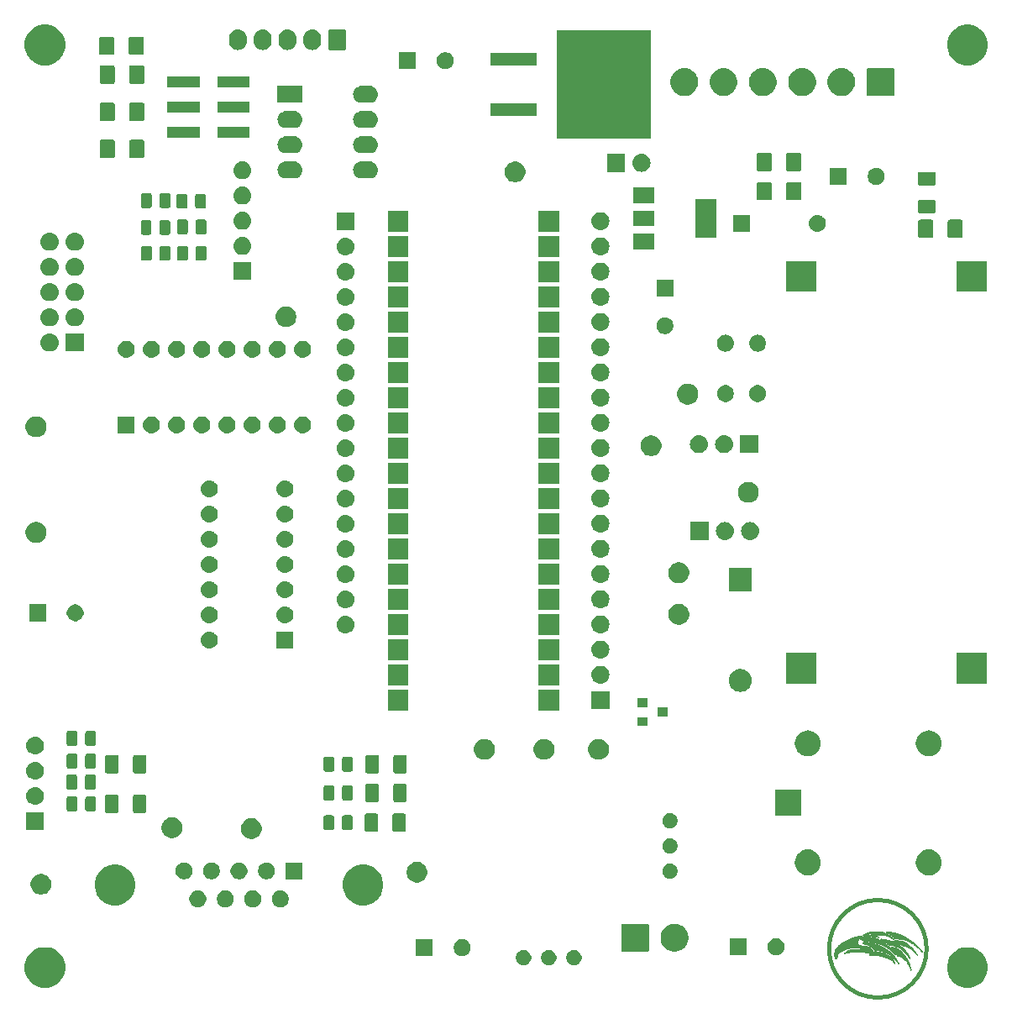
<source format=gbr>
G04 #@! TF.GenerationSoftware,KiCad,Pcbnew,(5.1.0)-1*
G04 #@! TF.CreationDate,2020-01-07T21:36:01+05:30*
G04 #@! TF.ProjectId,BLDC_STM32_proto_1,424c4443-5f53-4544-9d33-325f70726f74,rev?*
G04 #@! TF.SameCoordinates,Original*
G04 #@! TF.FileFunction,Soldermask,Top*
G04 #@! TF.FilePolarity,Negative*
%FSLAX46Y46*%
G04 Gerber Fmt 4.6, Leading zero omitted, Abs format (unit mm)*
G04 Created by KiCad (PCBNEW (5.1.0)-1) date 2020-01-07 21:36:01*
%MOMM*%
%LPD*%
G04 APERTURE LIST*
%ADD10C,0.010000*%
%ADD11C,0.400000*%
%ADD12C,0.100000*%
G04 APERTURE END LIST*
D10*
G36*
X157170961Y-144932075D02*
G01*
X157203293Y-144941371D01*
X157243064Y-144953692D01*
X157281975Y-144966442D01*
X157311728Y-144977025D01*
X157318350Y-144979697D01*
X157345852Y-144990287D01*
X157384975Y-145004000D01*
X157400900Y-145009297D01*
X157491600Y-145042589D01*
X157597636Y-145087540D01*
X157713456Y-145141349D01*
X157833513Y-145201216D01*
X157952256Y-145264343D01*
X158064136Y-145327929D01*
X158163603Y-145389175D01*
X158195014Y-145409916D01*
X158227968Y-145431499D01*
X158251561Y-145445731D01*
X158258916Y-145449100D01*
X158272408Y-145456111D01*
X158301564Y-145474913D01*
X158341654Y-145502154D01*
X158387948Y-145534485D01*
X158435715Y-145568554D01*
X158480225Y-145601011D01*
X158516748Y-145628506D01*
X158540554Y-145647689D01*
X158544725Y-145651537D01*
X158567787Y-145672263D01*
X158599283Y-145698076D01*
X158605723Y-145703100D01*
X158677528Y-145760616D01*
X158758190Y-145828773D01*
X158844777Y-145904785D01*
X158934357Y-145985865D01*
X159023998Y-146069226D01*
X159110768Y-146152080D01*
X159191736Y-146231641D01*
X159263970Y-146305122D01*
X159324538Y-146369736D01*
X159370509Y-146422696D01*
X159391584Y-146450131D01*
X159418352Y-146487568D01*
X159440604Y-146517772D01*
X159452275Y-146532681D01*
X159464710Y-146551345D01*
X159484029Y-146584931D01*
X159502916Y-146620199D01*
X159525374Y-146669690D01*
X159531453Y-146699772D01*
X159521238Y-146710377D01*
X159494819Y-146701434D01*
X159452284Y-146672874D01*
X159444347Y-146666760D01*
X159411171Y-146639436D01*
X159365915Y-146600210D01*
X159312448Y-146552639D01*
X159254639Y-146500284D01*
X159196360Y-146446703D01*
X159141479Y-146395456D01*
X159093866Y-146350102D01*
X159057391Y-146314200D01*
X159035925Y-146291310D01*
X159035274Y-146290521D01*
X159013957Y-146269168D01*
X158978113Y-146238259D01*
X158931984Y-146200970D01*
X158879808Y-146160481D01*
X158825826Y-146119969D01*
X158774278Y-146082615D01*
X158729403Y-146051595D01*
X158695442Y-146030090D01*
X158676634Y-146021276D01*
X158676043Y-146021218D01*
X158657817Y-146012130D01*
X158639150Y-145995200D01*
X158618111Y-145976259D01*
X158604544Y-145969800D01*
X158588212Y-145963102D01*
X158559088Y-145945961D01*
X158538278Y-145932201D01*
X158506535Y-145912165D01*
X158483966Y-145901265D01*
X158477475Y-145900758D01*
X158465700Y-145897620D01*
X158455254Y-145887556D01*
X158435257Y-145871320D01*
X158424869Y-145868172D01*
X158406727Y-145862577D01*
X158374022Y-145848063D01*
X158340700Y-145831325D01*
X158296207Y-145809411D01*
X158238260Y-145782970D01*
X158177100Y-145756627D01*
X158156550Y-145748171D01*
X158104222Y-145726868D01*
X158058570Y-145708116D01*
X158026266Y-145694665D01*
X158016850Y-145690630D01*
X157990309Y-145680917D01*
X157945570Y-145666550D01*
X157888981Y-145649396D01*
X157826891Y-145631326D01*
X157765648Y-145614207D01*
X157711601Y-145599909D01*
X157693000Y-145595297D01*
X157608192Y-145574934D01*
X157540918Y-145559084D01*
X157484042Y-145546209D01*
X157430427Y-145534772D01*
X157372940Y-145523234D01*
X157304444Y-145510057D01*
X157248500Y-145499481D01*
X157200967Y-145492986D01*
X157145331Y-145488747D01*
X157119875Y-145487957D01*
X157064667Y-145483263D01*
X157015498Y-145471753D01*
X156978096Y-145455489D01*
X156958187Y-145436535D01*
X156956400Y-145429044D01*
X156961071Y-145405072D01*
X156976570Y-145373002D01*
X157005125Y-145328809D01*
X157034428Y-145288023D01*
X157058824Y-145252172D01*
X157075884Y-145218090D01*
X157087739Y-145178867D01*
X157096520Y-145127591D01*
X157103786Y-145063152D01*
X157111097Y-145021079D01*
X157123206Y-144979909D01*
X157137367Y-144946951D01*
X157150839Y-144929512D01*
X157154364Y-144928400D01*
X157170961Y-144932075D01*
X157170961Y-144932075D01*
G37*
X157170961Y-144932075D02*
X157203293Y-144941371D01*
X157243064Y-144953692D01*
X157281975Y-144966442D01*
X157311728Y-144977025D01*
X157318350Y-144979697D01*
X157345852Y-144990287D01*
X157384975Y-145004000D01*
X157400900Y-145009297D01*
X157491600Y-145042589D01*
X157597636Y-145087540D01*
X157713456Y-145141349D01*
X157833513Y-145201216D01*
X157952256Y-145264343D01*
X158064136Y-145327929D01*
X158163603Y-145389175D01*
X158195014Y-145409916D01*
X158227968Y-145431499D01*
X158251561Y-145445731D01*
X158258916Y-145449100D01*
X158272408Y-145456111D01*
X158301564Y-145474913D01*
X158341654Y-145502154D01*
X158387948Y-145534485D01*
X158435715Y-145568554D01*
X158480225Y-145601011D01*
X158516748Y-145628506D01*
X158540554Y-145647689D01*
X158544725Y-145651537D01*
X158567787Y-145672263D01*
X158599283Y-145698076D01*
X158605723Y-145703100D01*
X158677528Y-145760616D01*
X158758190Y-145828773D01*
X158844777Y-145904785D01*
X158934357Y-145985865D01*
X159023998Y-146069226D01*
X159110768Y-146152080D01*
X159191736Y-146231641D01*
X159263970Y-146305122D01*
X159324538Y-146369736D01*
X159370509Y-146422696D01*
X159391584Y-146450131D01*
X159418352Y-146487568D01*
X159440604Y-146517772D01*
X159452275Y-146532681D01*
X159464710Y-146551345D01*
X159484029Y-146584931D01*
X159502916Y-146620199D01*
X159525374Y-146669690D01*
X159531453Y-146699772D01*
X159521238Y-146710377D01*
X159494819Y-146701434D01*
X159452284Y-146672874D01*
X159444347Y-146666760D01*
X159411171Y-146639436D01*
X159365915Y-146600210D01*
X159312448Y-146552639D01*
X159254639Y-146500284D01*
X159196360Y-146446703D01*
X159141479Y-146395456D01*
X159093866Y-146350102D01*
X159057391Y-146314200D01*
X159035925Y-146291310D01*
X159035274Y-146290521D01*
X159013957Y-146269168D01*
X158978113Y-146238259D01*
X158931984Y-146200970D01*
X158879808Y-146160481D01*
X158825826Y-146119969D01*
X158774278Y-146082615D01*
X158729403Y-146051595D01*
X158695442Y-146030090D01*
X158676634Y-146021276D01*
X158676043Y-146021218D01*
X158657817Y-146012130D01*
X158639150Y-145995200D01*
X158618111Y-145976259D01*
X158604544Y-145969800D01*
X158588212Y-145963102D01*
X158559088Y-145945961D01*
X158538278Y-145932201D01*
X158506535Y-145912165D01*
X158483966Y-145901265D01*
X158477475Y-145900758D01*
X158465700Y-145897620D01*
X158455254Y-145887556D01*
X158435257Y-145871320D01*
X158424869Y-145868172D01*
X158406727Y-145862577D01*
X158374022Y-145848063D01*
X158340700Y-145831325D01*
X158296207Y-145809411D01*
X158238260Y-145782970D01*
X158177100Y-145756627D01*
X158156550Y-145748171D01*
X158104222Y-145726868D01*
X158058570Y-145708116D01*
X158026266Y-145694665D01*
X158016850Y-145690630D01*
X157990309Y-145680917D01*
X157945570Y-145666550D01*
X157888981Y-145649396D01*
X157826891Y-145631326D01*
X157765648Y-145614207D01*
X157711601Y-145599909D01*
X157693000Y-145595297D01*
X157608192Y-145574934D01*
X157540918Y-145559084D01*
X157484042Y-145546209D01*
X157430427Y-145534772D01*
X157372940Y-145523234D01*
X157304444Y-145510057D01*
X157248500Y-145499481D01*
X157200967Y-145492986D01*
X157145331Y-145488747D01*
X157119875Y-145487957D01*
X157064667Y-145483263D01*
X157015498Y-145471753D01*
X156978096Y-145455489D01*
X156958187Y-145436535D01*
X156956400Y-145429044D01*
X156961071Y-145405072D01*
X156976570Y-145373002D01*
X157005125Y-145328809D01*
X157034428Y-145288023D01*
X157058824Y-145252172D01*
X157075884Y-145218090D01*
X157087739Y-145178867D01*
X157096520Y-145127591D01*
X157103786Y-145063152D01*
X157111097Y-145021079D01*
X157123206Y-144979909D01*
X157137367Y-144946951D01*
X157150839Y-144929512D01*
X157154364Y-144928400D01*
X157170961Y-144932075D01*
D11*
X162706627Y-146162972D02*
G75*
G03X162706627Y-146162972I-4920366J0D01*
G01*
D10*
G36*
X159135857Y-145962782D02*
G01*
X159183849Y-145970277D01*
X159233202Y-145977853D01*
X159236050Y-145978285D01*
X159283736Y-145987398D01*
X159347172Y-146002112D01*
X159417911Y-146020299D01*
X159487508Y-146039829D01*
X159523412Y-146050740D01*
X159590953Y-146076435D01*
X159671817Y-146114169D01*
X159759327Y-146160326D01*
X159846805Y-146211289D01*
X159927575Y-146263441D01*
X159964394Y-146289597D01*
X160113949Y-146412763D01*
X160261502Y-146559250D01*
X160405261Y-146726979D01*
X160543434Y-146913871D01*
X160664078Y-147100950D01*
X160694852Y-147153003D01*
X160721052Y-147199383D01*
X160739558Y-147234441D01*
X160746797Y-147250759D01*
X160758194Y-147272186D01*
X160767255Y-147277900D01*
X160778796Y-147287556D01*
X160779100Y-147290355D01*
X160784182Y-147306611D01*
X160797841Y-147340100D01*
X160817694Y-147385142D01*
X160831042Y-147414180D01*
X160859350Y-147475008D01*
X160881193Y-147522404D01*
X160900909Y-147565924D01*
X160922836Y-147615126D01*
X160943498Y-147661852D01*
X160968755Y-147723739D01*
X160995173Y-147796594D01*
X161021598Y-147876277D01*
X161046875Y-147958651D01*
X161069852Y-148039578D01*
X161089373Y-148114921D01*
X161104285Y-148180541D01*
X161113434Y-148232301D01*
X161115666Y-148266063D01*
X161114216Y-148274005D01*
X161101123Y-148292199D01*
X161085452Y-148285177D01*
X161067163Y-148252917D01*
X161065020Y-148247899D01*
X161052696Y-148216307D01*
X161046131Y-148195390D01*
X161045800Y-148192939D01*
X161040985Y-148178118D01*
X161027995Y-148145224D01*
X161009004Y-148099380D01*
X160986192Y-148045705D01*
X160961735Y-147989321D01*
X160937811Y-147935350D01*
X160916598Y-147888912D01*
X160915937Y-147887500D01*
X160899108Y-147853643D01*
X160875686Y-147809204D01*
X160848741Y-147759685D01*
X160821343Y-147710588D01*
X160796562Y-147667412D01*
X160777469Y-147635660D01*
X160767133Y-147620832D01*
X160767097Y-147620800D01*
X160755223Y-147605559D01*
X160747350Y-147593266D01*
X160686427Y-147502797D01*
X160609881Y-147406374D01*
X160523013Y-147309543D01*
X160431127Y-147217855D01*
X160339525Y-147136857D01*
X160253509Y-147072096D01*
X160242048Y-147064534D01*
X160143793Y-147005053D01*
X160050148Y-146957961D01*
X159953237Y-146920099D01*
X159845186Y-146888310D01*
X159744050Y-146864834D01*
X159722496Y-146848623D01*
X159695555Y-146808377D01*
X159674200Y-146767199D01*
X159586125Y-146601917D01*
X159485755Y-146447976D01*
X159369099Y-146299882D01*
X159232165Y-146152141D01*
X159214695Y-146134684D01*
X159153735Y-146073010D01*
X159111093Y-146026500D01*
X159086026Y-145993529D01*
X159077788Y-145972476D01*
X159085636Y-145961717D01*
X159108825Y-145959630D01*
X159135857Y-145962782D01*
X159135857Y-145962782D01*
G37*
X159135857Y-145962782D02*
X159183849Y-145970277D01*
X159233202Y-145977853D01*
X159236050Y-145978285D01*
X159283736Y-145987398D01*
X159347172Y-146002112D01*
X159417911Y-146020299D01*
X159487508Y-146039829D01*
X159523412Y-146050740D01*
X159590953Y-146076435D01*
X159671817Y-146114169D01*
X159759327Y-146160326D01*
X159846805Y-146211289D01*
X159927575Y-146263441D01*
X159964394Y-146289597D01*
X160113949Y-146412763D01*
X160261502Y-146559250D01*
X160405261Y-146726979D01*
X160543434Y-146913871D01*
X160664078Y-147100950D01*
X160694852Y-147153003D01*
X160721052Y-147199383D01*
X160739558Y-147234441D01*
X160746797Y-147250759D01*
X160758194Y-147272186D01*
X160767255Y-147277900D01*
X160778796Y-147287556D01*
X160779100Y-147290355D01*
X160784182Y-147306611D01*
X160797841Y-147340100D01*
X160817694Y-147385142D01*
X160831042Y-147414180D01*
X160859350Y-147475008D01*
X160881193Y-147522404D01*
X160900909Y-147565924D01*
X160922836Y-147615126D01*
X160943498Y-147661852D01*
X160968755Y-147723739D01*
X160995173Y-147796594D01*
X161021598Y-147876277D01*
X161046875Y-147958651D01*
X161069852Y-148039578D01*
X161089373Y-148114921D01*
X161104285Y-148180541D01*
X161113434Y-148232301D01*
X161115666Y-148266063D01*
X161114216Y-148274005D01*
X161101123Y-148292199D01*
X161085452Y-148285177D01*
X161067163Y-148252917D01*
X161065020Y-148247899D01*
X161052696Y-148216307D01*
X161046131Y-148195390D01*
X161045800Y-148192939D01*
X161040985Y-148178118D01*
X161027995Y-148145224D01*
X161009004Y-148099380D01*
X160986192Y-148045705D01*
X160961735Y-147989321D01*
X160937811Y-147935350D01*
X160916598Y-147888912D01*
X160915937Y-147887500D01*
X160899108Y-147853643D01*
X160875686Y-147809204D01*
X160848741Y-147759685D01*
X160821343Y-147710588D01*
X160796562Y-147667412D01*
X160777469Y-147635660D01*
X160767133Y-147620832D01*
X160767097Y-147620800D01*
X160755223Y-147605559D01*
X160747350Y-147593266D01*
X160686427Y-147502797D01*
X160609881Y-147406374D01*
X160523013Y-147309543D01*
X160431127Y-147217855D01*
X160339525Y-147136857D01*
X160253509Y-147072096D01*
X160242048Y-147064534D01*
X160143793Y-147005053D01*
X160050148Y-146957961D01*
X159953237Y-146920099D01*
X159845186Y-146888310D01*
X159744050Y-146864834D01*
X159722496Y-146848623D01*
X159695555Y-146808377D01*
X159674200Y-146767199D01*
X159586125Y-146601917D01*
X159485755Y-146447976D01*
X159369099Y-146299882D01*
X159232165Y-146152141D01*
X159214695Y-146134684D01*
X159153735Y-146073010D01*
X159111093Y-146026500D01*
X159086026Y-145993529D01*
X159077788Y-145972476D01*
X159085636Y-145961717D01*
X159108825Y-145959630D01*
X159135857Y-145962782D01*
G36*
X156905494Y-145550676D02*
G01*
X156958426Y-145557361D01*
X157029199Y-145568717D01*
X157114368Y-145584193D01*
X157210400Y-145603217D01*
X157300575Y-145621826D01*
X157371116Y-145636708D01*
X157427285Y-145649171D01*
X157474345Y-145660521D01*
X157517558Y-145672064D01*
X157562187Y-145685108D01*
X157613493Y-145700958D01*
X157648550Y-145712005D01*
X157737406Y-145740318D01*
X157806627Y-145762972D01*
X157860911Y-145781593D01*
X157904957Y-145797806D01*
X157943463Y-145813234D01*
X157953350Y-145817403D01*
X157994343Y-145834778D01*
X158029100Y-145849373D01*
X158042250Y-145854816D01*
X158107318Y-145882256D01*
X158175725Y-145912537D01*
X158239984Y-145942231D01*
X158292612Y-145967911D01*
X158315300Y-145979860D01*
X158396377Y-146025985D01*
X158482745Y-146077292D01*
X158567792Y-146129694D01*
X158644907Y-146179103D01*
X158707477Y-146221430D01*
X158717194Y-146228347D01*
X158797367Y-146286741D01*
X158862755Y-146336399D01*
X158919716Y-146382659D01*
X158974610Y-146430859D01*
X159033795Y-146486338D01*
X159091992Y-146542975D01*
X159162609Y-146613579D01*
X159224038Y-146678019D01*
X159282512Y-146743215D01*
X159344263Y-146816086D01*
X159405047Y-146890550D01*
X159427998Y-146921033D01*
X159459818Y-146966133D01*
X159498263Y-147022394D01*
X159541092Y-147086357D01*
X159586059Y-147154564D01*
X159630921Y-147223559D01*
X159673435Y-147289882D01*
X159711357Y-147350077D01*
X159742444Y-147400685D01*
X159764452Y-147438250D01*
X159775137Y-147459313D01*
X159775800Y-147461937D01*
X159781725Y-147474893D01*
X159797035Y-147502800D01*
X159812430Y-147529407D01*
X159834510Y-147569048D01*
X159851668Y-147603774D01*
X159857736Y-147618866D01*
X159859956Y-147641512D01*
X159848977Y-147646788D01*
X159828638Y-147636160D01*
X159802782Y-147611096D01*
X159787984Y-147592225D01*
X159730794Y-147514806D01*
X159684480Y-147456814D01*
X159654796Y-147424133D01*
X159636674Y-147404690D01*
X159606363Y-147370653D01*
X159568082Y-147326817D01*
X159526056Y-147277973D01*
X159525993Y-147277900D01*
X159453264Y-147197037D01*
X159368308Y-147109538D01*
X159277442Y-147021455D01*
X159186979Y-146938836D01*
X159103237Y-146867731D01*
X159072444Y-146843413D01*
X159007009Y-146793286D01*
X158958796Y-146756788D01*
X158925011Y-146731912D01*
X158902863Y-146716646D01*
X158889558Y-146708982D01*
X158882777Y-146706920D01*
X158866858Y-146699524D01*
X158840132Y-146681781D01*
X158831977Y-146675740D01*
X158799571Y-146654282D01*
X158751661Y-146626509D01*
X158692736Y-146594628D01*
X158627283Y-146560846D01*
X158559790Y-146527373D01*
X158494746Y-146496414D01*
X158436638Y-146470180D01*
X158389954Y-146450876D01*
X158359182Y-146440712D01*
X158352186Y-146439700D01*
X158327132Y-146432863D01*
X158321015Y-146428590D01*
X158302458Y-146419994D01*
X158263945Y-146407766D01*
X158210449Y-146393128D01*
X158146944Y-146377305D01*
X158078404Y-146361521D01*
X158009805Y-146346998D01*
X157946119Y-146334961D01*
X157927950Y-146331893D01*
X157873227Y-146324692D01*
X157801221Y-146317672D01*
X157720046Y-146311501D01*
X157637812Y-146306850D01*
X157610450Y-146305711D01*
X157407250Y-146298156D01*
X157318967Y-146200653D01*
X157232926Y-146107859D01*
X157155528Y-146030438D01*
X157082465Y-145965664D01*
X157009426Y-145910808D01*
X156932101Y-145863145D01*
X156846182Y-145819947D01*
X156747356Y-145778489D01*
X156631316Y-145736043D01*
X156530950Y-145702103D01*
X156436413Y-145670469D01*
X156363558Y-145645020D01*
X156309756Y-145624578D01*
X156272379Y-145607964D01*
X156248799Y-145594001D01*
X156236389Y-145581509D01*
X156232519Y-145569311D01*
X156232500Y-145568289D01*
X156236584Y-145557730D01*
X156251141Y-145552459D01*
X156279624Y-145552531D01*
X156325485Y-145557999D01*
X156392180Y-145568917D01*
X156403950Y-145570985D01*
X156527961Y-145584039D01*
X156659351Y-145582374D01*
X156784973Y-145566237D01*
X156797650Y-145563637D01*
X156836559Y-145555667D01*
X156865464Y-145550363D01*
X156873850Y-145549217D01*
X156905494Y-145550676D01*
X156905494Y-145550676D01*
G37*
X156905494Y-145550676D02*
X156958426Y-145557361D01*
X157029199Y-145568717D01*
X157114368Y-145584193D01*
X157210400Y-145603217D01*
X157300575Y-145621826D01*
X157371116Y-145636708D01*
X157427285Y-145649171D01*
X157474345Y-145660521D01*
X157517558Y-145672064D01*
X157562187Y-145685108D01*
X157613493Y-145700958D01*
X157648550Y-145712005D01*
X157737406Y-145740318D01*
X157806627Y-145762972D01*
X157860911Y-145781593D01*
X157904957Y-145797806D01*
X157943463Y-145813234D01*
X157953350Y-145817403D01*
X157994343Y-145834778D01*
X158029100Y-145849373D01*
X158042250Y-145854816D01*
X158107318Y-145882256D01*
X158175725Y-145912537D01*
X158239984Y-145942231D01*
X158292612Y-145967911D01*
X158315300Y-145979860D01*
X158396377Y-146025985D01*
X158482745Y-146077292D01*
X158567792Y-146129694D01*
X158644907Y-146179103D01*
X158707477Y-146221430D01*
X158717194Y-146228347D01*
X158797367Y-146286741D01*
X158862755Y-146336399D01*
X158919716Y-146382659D01*
X158974610Y-146430859D01*
X159033795Y-146486338D01*
X159091992Y-146542975D01*
X159162609Y-146613579D01*
X159224038Y-146678019D01*
X159282512Y-146743215D01*
X159344263Y-146816086D01*
X159405047Y-146890550D01*
X159427998Y-146921033D01*
X159459818Y-146966133D01*
X159498263Y-147022394D01*
X159541092Y-147086357D01*
X159586059Y-147154564D01*
X159630921Y-147223559D01*
X159673435Y-147289882D01*
X159711357Y-147350077D01*
X159742444Y-147400685D01*
X159764452Y-147438250D01*
X159775137Y-147459313D01*
X159775800Y-147461937D01*
X159781725Y-147474893D01*
X159797035Y-147502800D01*
X159812430Y-147529407D01*
X159834510Y-147569048D01*
X159851668Y-147603774D01*
X159857736Y-147618866D01*
X159859956Y-147641512D01*
X159848977Y-147646788D01*
X159828638Y-147636160D01*
X159802782Y-147611096D01*
X159787984Y-147592225D01*
X159730794Y-147514806D01*
X159684480Y-147456814D01*
X159654796Y-147424133D01*
X159636674Y-147404690D01*
X159606363Y-147370653D01*
X159568082Y-147326817D01*
X159526056Y-147277973D01*
X159525993Y-147277900D01*
X159453264Y-147197037D01*
X159368308Y-147109538D01*
X159277442Y-147021455D01*
X159186979Y-146938836D01*
X159103237Y-146867731D01*
X159072444Y-146843413D01*
X159007009Y-146793286D01*
X158958796Y-146756788D01*
X158925011Y-146731912D01*
X158902863Y-146716646D01*
X158889558Y-146708982D01*
X158882777Y-146706920D01*
X158866858Y-146699524D01*
X158840132Y-146681781D01*
X158831977Y-146675740D01*
X158799571Y-146654282D01*
X158751661Y-146626509D01*
X158692736Y-146594628D01*
X158627283Y-146560846D01*
X158559790Y-146527373D01*
X158494746Y-146496414D01*
X158436638Y-146470180D01*
X158389954Y-146450876D01*
X158359182Y-146440712D01*
X158352186Y-146439700D01*
X158327132Y-146432863D01*
X158321015Y-146428590D01*
X158302458Y-146419994D01*
X158263945Y-146407766D01*
X158210449Y-146393128D01*
X158146944Y-146377305D01*
X158078404Y-146361521D01*
X158009805Y-146346998D01*
X157946119Y-146334961D01*
X157927950Y-146331893D01*
X157873227Y-146324692D01*
X157801221Y-146317672D01*
X157720046Y-146311501D01*
X157637812Y-146306850D01*
X157610450Y-146305711D01*
X157407250Y-146298156D01*
X157318967Y-146200653D01*
X157232926Y-146107859D01*
X157155528Y-146030438D01*
X157082465Y-145965664D01*
X157009426Y-145910808D01*
X156932101Y-145863145D01*
X156846182Y-145819947D01*
X156747356Y-145778489D01*
X156631316Y-145736043D01*
X156530950Y-145702103D01*
X156436413Y-145670469D01*
X156363558Y-145645020D01*
X156309756Y-145624578D01*
X156272379Y-145607964D01*
X156248799Y-145594001D01*
X156236389Y-145581509D01*
X156232519Y-145569311D01*
X156232500Y-145568289D01*
X156236584Y-145557730D01*
X156251141Y-145552459D01*
X156279624Y-145552531D01*
X156325485Y-145557999D01*
X156392180Y-145568917D01*
X156403950Y-145570985D01*
X156527961Y-145584039D01*
X156659351Y-145582374D01*
X156784973Y-145566237D01*
X156797650Y-145563637D01*
X156836559Y-145555667D01*
X156865464Y-145550363D01*
X156873850Y-145549217D01*
X156905494Y-145550676D01*
G36*
X157552281Y-146396050D02*
G01*
X157587888Y-146406220D01*
X157637952Y-146417536D01*
X157691781Y-146427586D01*
X157693000Y-146427786D01*
X157922459Y-146470802D01*
X158132312Y-146521800D01*
X158327506Y-146582253D01*
X158512987Y-146653633D01*
X158632800Y-146707595D01*
X158690988Y-146735596D01*
X158736839Y-146758706D01*
X158777165Y-146780828D01*
X158818781Y-146805864D01*
X158868499Y-146837718D01*
X158925727Y-146875390D01*
X159001823Y-146932623D01*
X159084824Y-147006885D01*
X159169597Y-147092839D01*
X159251013Y-147185146D01*
X159323939Y-147278469D01*
X159352881Y-147319761D01*
X159375254Y-147353769D01*
X159390463Y-147378343D01*
X159394800Y-147386952D01*
X159400537Y-147399481D01*
X159415906Y-147428940D01*
X159438143Y-147470086D01*
X159450645Y-147492813D01*
X159478637Y-147545397D01*
X159493827Y-147579857D01*
X159497133Y-147599450D01*
X159489472Y-147607429D01*
X159483124Y-147608100D01*
X159471190Y-147599372D01*
X159446252Y-147575844D01*
X159412403Y-147541498D01*
X159386816Y-147514456D01*
X159323213Y-147449736D01*
X159255246Y-147386641D01*
X159187618Y-147329086D01*
X159125035Y-147280990D01*
X159072200Y-147246268D01*
X159051900Y-147235603D01*
X159030249Y-147224339D01*
X158996303Y-147205477D01*
X158975700Y-147193679D01*
X158896934Y-147152609D01*
X158798936Y-147108621D01*
X158687392Y-147063713D01*
X158567987Y-147019890D01*
X158446408Y-146979150D01*
X158328341Y-146943497D01*
X158219471Y-146914930D01*
X158131150Y-146896424D01*
X158087677Y-146888590D01*
X158030390Y-146877932D01*
X157970396Y-146866521D01*
X157959700Y-146864456D01*
X157837407Y-146841821D01*
X157733925Y-146825012D01*
X157648550Y-146813673D01*
X157603722Y-146808419D01*
X157545770Y-146801563D01*
X157486788Y-146794536D01*
X157483450Y-146794137D01*
X157434383Y-146789430D01*
X157367294Y-146784611D01*
X157289555Y-146780131D01*
X157208537Y-146776440D01*
X157172300Y-146775134D01*
X157084091Y-146772085D01*
X157017817Y-146769083D01*
X156970022Y-146765520D01*
X156937248Y-146760784D01*
X156916038Y-146754268D01*
X156902937Y-146745362D01*
X156894487Y-146733456D01*
X156890600Y-146725475D01*
X156882663Y-146700314D01*
X156886349Y-146680874D01*
X156904158Y-146666178D01*
X156938590Y-146655251D01*
X156992146Y-146647117D01*
X157067324Y-146640799D01*
X157114770Y-146637964D01*
X157151735Y-146636039D01*
X157180208Y-146633179D01*
X157203832Y-146626807D01*
X157226247Y-146614344D01*
X157251095Y-146593211D01*
X157282017Y-146560830D01*
X157322654Y-146514623D01*
X157375500Y-146453342D01*
X157418935Y-146409553D01*
X157458582Y-146386846D01*
X157500984Y-146383100D01*
X157552281Y-146396050D01*
X157552281Y-146396050D01*
G37*
X157552281Y-146396050D02*
X157587888Y-146406220D01*
X157637952Y-146417536D01*
X157691781Y-146427586D01*
X157693000Y-146427786D01*
X157922459Y-146470802D01*
X158132312Y-146521800D01*
X158327506Y-146582253D01*
X158512987Y-146653633D01*
X158632800Y-146707595D01*
X158690988Y-146735596D01*
X158736839Y-146758706D01*
X158777165Y-146780828D01*
X158818781Y-146805864D01*
X158868499Y-146837718D01*
X158925727Y-146875390D01*
X159001823Y-146932623D01*
X159084824Y-147006885D01*
X159169597Y-147092839D01*
X159251013Y-147185146D01*
X159323939Y-147278469D01*
X159352881Y-147319761D01*
X159375254Y-147353769D01*
X159390463Y-147378343D01*
X159394800Y-147386952D01*
X159400537Y-147399481D01*
X159415906Y-147428940D01*
X159438143Y-147470086D01*
X159450645Y-147492813D01*
X159478637Y-147545397D01*
X159493827Y-147579857D01*
X159497133Y-147599450D01*
X159489472Y-147607429D01*
X159483124Y-147608100D01*
X159471190Y-147599372D01*
X159446252Y-147575844D01*
X159412403Y-147541498D01*
X159386816Y-147514456D01*
X159323213Y-147449736D01*
X159255246Y-147386641D01*
X159187618Y-147329086D01*
X159125035Y-147280990D01*
X159072200Y-147246268D01*
X159051900Y-147235603D01*
X159030249Y-147224339D01*
X158996303Y-147205477D01*
X158975700Y-147193679D01*
X158896934Y-147152609D01*
X158798936Y-147108621D01*
X158687392Y-147063713D01*
X158567987Y-147019890D01*
X158446408Y-146979150D01*
X158328341Y-146943497D01*
X158219471Y-146914930D01*
X158131150Y-146896424D01*
X158087677Y-146888590D01*
X158030390Y-146877932D01*
X157970396Y-146866521D01*
X157959700Y-146864456D01*
X157837407Y-146841821D01*
X157733925Y-146825012D01*
X157648550Y-146813673D01*
X157603722Y-146808419D01*
X157545770Y-146801563D01*
X157486788Y-146794536D01*
X157483450Y-146794137D01*
X157434383Y-146789430D01*
X157367294Y-146784611D01*
X157289555Y-146780131D01*
X157208537Y-146776440D01*
X157172300Y-146775134D01*
X157084091Y-146772085D01*
X157017817Y-146769083D01*
X156970022Y-146765520D01*
X156937248Y-146760784D01*
X156916038Y-146754268D01*
X156902937Y-146745362D01*
X156894487Y-146733456D01*
X156890600Y-146725475D01*
X156882663Y-146700314D01*
X156886349Y-146680874D01*
X156904158Y-146666178D01*
X156938590Y-146655251D01*
X156992146Y-146647117D01*
X157067324Y-146640799D01*
X157114770Y-146637964D01*
X157151735Y-146636039D01*
X157180208Y-146633179D01*
X157203832Y-146626807D01*
X157226247Y-146614344D01*
X157251095Y-146593211D01*
X157282017Y-146560830D01*
X157322654Y-146514623D01*
X157375500Y-146453342D01*
X157418935Y-146409553D01*
X157458582Y-146386846D01*
X157500984Y-146383100D01*
X157552281Y-146396050D01*
G36*
X156108025Y-144816923D02*
G01*
X156116617Y-144825366D01*
X156118041Y-144841546D01*
X156108951Y-144878683D01*
X156083253Y-144930241D01*
X156042837Y-144993240D01*
X155989593Y-145064698D01*
X155934050Y-145131725D01*
X155854377Y-145227421D01*
X155793445Y-145309924D01*
X155750195Y-145381954D01*
X155723569Y-145446228D01*
X155712510Y-145505465D01*
X155715958Y-145562384D01*
X155732855Y-145619703D01*
X155738692Y-145633592D01*
X155773313Y-145688823D01*
X155825078Y-145734398D01*
X155895849Y-145771269D01*
X155987487Y-145800385D01*
X156101851Y-145822697D01*
X156111850Y-145824189D01*
X156153659Y-145830556D01*
X156206106Y-145838871D01*
X156238850Y-145844207D01*
X156293988Y-145852984D01*
X156358133Y-145862727D01*
X156403950Y-145869400D01*
X156576806Y-145898415D01*
X156726492Y-145933480D01*
X156854678Y-145975337D01*
X156963033Y-146024729D01*
X157053227Y-146082400D01*
X157126929Y-146149092D01*
X157178199Y-146213937D01*
X157204371Y-146256479D01*
X157217923Y-146291935D01*
X157222743Y-146332526D01*
X157223099Y-146355061D01*
X157217485Y-146425872D01*
X157198806Y-146478423D01*
X157164310Y-146517665D01*
X157117017Y-146545907D01*
X157088172Y-146558916D01*
X157064177Y-146566998D01*
X157038795Y-146570562D01*
X157005790Y-146570020D01*
X156958923Y-146565781D01*
X156905600Y-146559814D01*
X156844237Y-146552452D01*
X156789520Y-146545249D01*
X156747968Y-146539101D01*
X156727800Y-146535359D01*
X156700612Y-146530243D01*
X156656458Y-146523519D01*
X156603612Y-146516423D01*
X156588100Y-146514503D01*
X156534310Y-146507879D01*
X156486845Y-146501852D01*
X156453969Y-146497478D01*
X156448400Y-146496678D01*
X156215886Y-146468396D01*
X155974783Y-146450997D01*
X155732362Y-146444622D01*
X155495896Y-146449414D01*
X155272656Y-146465515D01*
X155210150Y-146472474D01*
X155099782Y-146486173D01*
X155008106Y-146498498D01*
X154928541Y-146510639D01*
X154854509Y-146523787D01*
X154779430Y-146539133D01*
X154696725Y-146557866D01*
X154599815Y-146581177D01*
X154573025Y-146587755D01*
X154493120Y-146605719D01*
X154435910Y-146614208D01*
X154400345Y-146612766D01*
X154385375Y-146600937D01*
X154389951Y-146578264D01*
X154413022Y-146544292D01*
X154429124Y-146525236D01*
X154509790Y-146447472D01*
X154603328Y-146384675D01*
X154702150Y-146338062D01*
X154751838Y-146318062D01*
X154794902Y-146300702D01*
X154824025Y-146288934D01*
X154829150Y-146286854D01*
X154841839Y-146281945D01*
X154856154Y-146277375D01*
X154876085Y-146272245D01*
X154905622Y-146265658D01*
X154948757Y-146256717D01*
X155009480Y-146244524D01*
X155076800Y-146231151D01*
X155152736Y-146216661D01*
X155223844Y-146204549D01*
X155293549Y-146194564D01*
X155365273Y-146186455D01*
X155442441Y-146179973D01*
X155528476Y-146174866D01*
X155626803Y-146170885D01*
X155740845Y-146167778D01*
X155874027Y-146165297D01*
X156001288Y-146163535D01*
X156112229Y-146162021D01*
X156214617Y-146160355D01*
X156305813Y-146158601D01*
X156383179Y-146156820D01*
X156444077Y-146155077D01*
X156485867Y-146153434D01*
X156505913Y-146151954D01*
X156507275Y-146151441D01*
X156488137Y-146143032D01*
X156447297Y-146132409D01*
X156388293Y-146120169D01*
X156314667Y-146106906D01*
X156229959Y-146093216D01*
X156137710Y-146079692D01*
X156041461Y-146066929D01*
X155944752Y-146055523D01*
X155921350Y-146052999D01*
X155836092Y-146046108D01*
X155732692Y-146041117D01*
X155617207Y-146038030D01*
X155495693Y-146036848D01*
X155374206Y-146037577D01*
X155258803Y-146040217D01*
X155155541Y-146044772D01*
X155070475Y-146051244D01*
X155057750Y-146052593D01*
X154833253Y-146084517D01*
X154630053Y-146128034D01*
X154446533Y-146183774D01*
X154281075Y-146252369D01*
X154132061Y-146334452D01*
X153997875Y-146430655D01*
X153923208Y-146495981D01*
X153820892Y-146606664D01*
X153736015Y-146730653D01*
X153667194Y-146870492D01*
X153613045Y-147028723D01*
X153594624Y-147100100D01*
X153580846Y-147131657D01*
X153560964Y-147148769D01*
X153552800Y-147149845D01*
X153537775Y-147144577D01*
X153514700Y-147134516D01*
X153487554Y-147119025D01*
X153473376Y-147106801D01*
X153464104Y-147087262D01*
X153451023Y-147051897D01*
X153437013Y-147009382D01*
X153424957Y-146968395D01*
X153418421Y-146941350D01*
X153395110Y-146770656D01*
X153394447Y-146610010D01*
X153416947Y-146457000D01*
X153463123Y-146309212D01*
X153533488Y-146164235D01*
X153609109Y-146046449D01*
X153636548Y-146011507D01*
X153675255Y-145967134D01*
X153721930Y-145916613D01*
X153773275Y-145863227D01*
X153825989Y-145810258D01*
X153876771Y-145760989D01*
X153922323Y-145718704D01*
X153959344Y-145686684D01*
X153984534Y-145668213D01*
X153992556Y-145665000D01*
X154009370Y-145656508D01*
X154032953Y-145635809D01*
X154035399Y-145633250D01*
X154058770Y-145611728D01*
X154075965Y-145601611D01*
X154077061Y-145601500D01*
X154093246Y-145594185D01*
X154120953Y-145575611D01*
X154137000Y-145563400D01*
X154166485Y-145541143D01*
X154187334Y-145527419D01*
X154192406Y-145525300D01*
X154205775Y-145518888D01*
X154234813Y-145501858D01*
X154273946Y-145477513D01*
X154285828Y-145469916D01*
X154329941Y-145443586D01*
X154389539Y-145410976D01*
X154461201Y-145373697D01*
X154541505Y-145333358D01*
X154627029Y-145291567D01*
X154714352Y-145249935D01*
X154800050Y-145210071D01*
X154880703Y-145173584D01*
X154952889Y-145142083D01*
X155013185Y-145117177D01*
X155058170Y-145100477D01*
X155084422Y-145093590D01*
X155086219Y-145093499D01*
X155105106Y-145088248D01*
X155134303Y-145075532D01*
X155135892Y-145074745D01*
X155170135Y-145059941D01*
X155198168Y-145051253D01*
X155229275Y-145043270D01*
X155241900Y-145038889D01*
X155271515Y-145028150D01*
X155317536Y-145012657D01*
X155372036Y-144994950D01*
X155427090Y-144977570D01*
X155474773Y-144963058D01*
X155505657Y-144954337D01*
X155545850Y-144943501D01*
X155595793Y-144929383D01*
X155622900Y-144921473D01*
X155751753Y-144884200D01*
X155857993Y-144855402D01*
X155942845Y-144834778D01*
X156007530Y-144822025D01*
X156045175Y-144817319D01*
X156086224Y-144814910D01*
X156108025Y-144816923D01*
X156108025Y-144816923D01*
G37*
X156108025Y-144816923D02*
X156116617Y-144825366D01*
X156118041Y-144841546D01*
X156108951Y-144878683D01*
X156083253Y-144930241D01*
X156042837Y-144993240D01*
X155989593Y-145064698D01*
X155934050Y-145131725D01*
X155854377Y-145227421D01*
X155793445Y-145309924D01*
X155750195Y-145381954D01*
X155723569Y-145446228D01*
X155712510Y-145505465D01*
X155715958Y-145562384D01*
X155732855Y-145619703D01*
X155738692Y-145633592D01*
X155773313Y-145688823D01*
X155825078Y-145734398D01*
X155895849Y-145771269D01*
X155987487Y-145800385D01*
X156101851Y-145822697D01*
X156111850Y-145824189D01*
X156153659Y-145830556D01*
X156206106Y-145838871D01*
X156238850Y-145844207D01*
X156293988Y-145852984D01*
X156358133Y-145862727D01*
X156403950Y-145869400D01*
X156576806Y-145898415D01*
X156726492Y-145933480D01*
X156854678Y-145975337D01*
X156963033Y-146024729D01*
X157053227Y-146082400D01*
X157126929Y-146149092D01*
X157178199Y-146213937D01*
X157204371Y-146256479D01*
X157217923Y-146291935D01*
X157222743Y-146332526D01*
X157223099Y-146355061D01*
X157217485Y-146425872D01*
X157198806Y-146478423D01*
X157164310Y-146517665D01*
X157117017Y-146545907D01*
X157088172Y-146558916D01*
X157064177Y-146566998D01*
X157038795Y-146570562D01*
X157005790Y-146570020D01*
X156958923Y-146565781D01*
X156905600Y-146559814D01*
X156844237Y-146552452D01*
X156789520Y-146545249D01*
X156747968Y-146539101D01*
X156727800Y-146535359D01*
X156700612Y-146530243D01*
X156656458Y-146523519D01*
X156603612Y-146516423D01*
X156588100Y-146514503D01*
X156534310Y-146507879D01*
X156486845Y-146501852D01*
X156453969Y-146497478D01*
X156448400Y-146496678D01*
X156215886Y-146468396D01*
X155974783Y-146450997D01*
X155732362Y-146444622D01*
X155495896Y-146449414D01*
X155272656Y-146465515D01*
X155210150Y-146472474D01*
X155099782Y-146486173D01*
X155008106Y-146498498D01*
X154928541Y-146510639D01*
X154854509Y-146523787D01*
X154779430Y-146539133D01*
X154696725Y-146557866D01*
X154599815Y-146581177D01*
X154573025Y-146587755D01*
X154493120Y-146605719D01*
X154435910Y-146614208D01*
X154400345Y-146612766D01*
X154385375Y-146600937D01*
X154389951Y-146578264D01*
X154413022Y-146544292D01*
X154429124Y-146525236D01*
X154509790Y-146447472D01*
X154603328Y-146384675D01*
X154702150Y-146338062D01*
X154751838Y-146318062D01*
X154794902Y-146300702D01*
X154824025Y-146288934D01*
X154829150Y-146286854D01*
X154841839Y-146281945D01*
X154856154Y-146277375D01*
X154876085Y-146272245D01*
X154905622Y-146265658D01*
X154948757Y-146256717D01*
X155009480Y-146244524D01*
X155076800Y-146231151D01*
X155152736Y-146216661D01*
X155223844Y-146204549D01*
X155293549Y-146194564D01*
X155365273Y-146186455D01*
X155442441Y-146179973D01*
X155528476Y-146174866D01*
X155626803Y-146170885D01*
X155740845Y-146167778D01*
X155874027Y-146165297D01*
X156001288Y-146163535D01*
X156112229Y-146162021D01*
X156214617Y-146160355D01*
X156305813Y-146158601D01*
X156383179Y-146156820D01*
X156444077Y-146155077D01*
X156485867Y-146153434D01*
X156505913Y-146151954D01*
X156507275Y-146151441D01*
X156488137Y-146143032D01*
X156447297Y-146132409D01*
X156388293Y-146120169D01*
X156314667Y-146106906D01*
X156229959Y-146093216D01*
X156137710Y-146079692D01*
X156041461Y-146066929D01*
X155944752Y-146055523D01*
X155921350Y-146052999D01*
X155836092Y-146046108D01*
X155732692Y-146041117D01*
X155617207Y-146038030D01*
X155495693Y-146036848D01*
X155374206Y-146037577D01*
X155258803Y-146040217D01*
X155155541Y-146044772D01*
X155070475Y-146051244D01*
X155057750Y-146052593D01*
X154833253Y-146084517D01*
X154630053Y-146128034D01*
X154446533Y-146183774D01*
X154281075Y-146252369D01*
X154132061Y-146334452D01*
X153997875Y-146430655D01*
X153923208Y-146495981D01*
X153820892Y-146606664D01*
X153736015Y-146730653D01*
X153667194Y-146870492D01*
X153613045Y-147028723D01*
X153594624Y-147100100D01*
X153580846Y-147131657D01*
X153560964Y-147148769D01*
X153552800Y-147149845D01*
X153537775Y-147144577D01*
X153514700Y-147134516D01*
X153487554Y-147119025D01*
X153473376Y-147106801D01*
X153464104Y-147087262D01*
X153451023Y-147051897D01*
X153437013Y-147009382D01*
X153424957Y-146968395D01*
X153418421Y-146941350D01*
X153395110Y-146770656D01*
X153394447Y-146610010D01*
X153416947Y-146457000D01*
X153463123Y-146309212D01*
X153533488Y-146164235D01*
X153609109Y-146046449D01*
X153636548Y-146011507D01*
X153675255Y-145967134D01*
X153721930Y-145916613D01*
X153773275Y-145863227D01*
X153825989Y-145810258D01*
X153876771Y-145760989D01*
X153922323Y-145718704D01*
X153959344Y-145686684D01*
X153984534Y-145668213D01*
X153992556Y-145665000D01*
X154009370Y-145656508D01*
X154032953Y-145635809D01*
X154035399Y-145633250D01*
X154058770Y-145611728D01*
X154075965Y-145601611D01*
X154077061Y-145601500D01*
X154093246Y-145594185D01*
X154120953Y-145575611D01*
X154137000Y-145563400D01*
X154166485Y-145541143D01*
X154187334Y-145527419D01*
X154192406Y-145525300D01*
X154205775Y-145518888D01*
X154234813Y-145501858D01*
X154273946Y-145477513D01*
X154285828Y-145469916D01*
X154329941Y-145443586D01*
X154389539Y-145410976D01*
X154461201Y-145373697D01*
X154541505Y-145333358D01*
X154627029Y-145291567D01*
X154714352Y-145249935D01*
X154800050Y-145210071D01*
X154880703Y-145173584D01*
X154952889Y-145142083D01*
X155013185Y-145117177D01*
X155058170Y-145100477D01*
X155084422Y-145093590D01*
X155086219Y-145093499D01*
X155105106Y-145088248D01*
X155134303Y-145075532D01*
X155135892Y-145074745D01*
X155170135Y-145059941D01*
X155198168Y-145051253D01*
X155229275Y-145043270D01*
X155241900Y-145038889D01*
X155271515Y-145028150D01*
X155317536Y-145012657D01*
X155372036Y-144994950D01*
X155427090Y-144977570D01*
X155474773Y-144963058D01*
X155505657Y-144954337D01*
X155545850Y-144943501D01*
X155595793Y-144929383D01*
X155622900Y-144921473D01*
X155751753Y-144884200D01*
X155857993Y-144855402D01*
X155942845Y-144834778D01*
X156007530Y-144822025D01*
X156045175Y-144817319D01*
X156086224Y-144814910D01*
X156108025Y-144816923D01*
G36*
X158153726Y-145148732D02*
G01*
X158208110Y-145154709D01*
X158267754Y-145161177D01*
X158289900Y-145163553D01*
X158332467Y-145169514D01*
X158393553Y-145179898D01*
X158466913Y-145193458D01*
X158546307Y-145208951D01*
X158625493Y-145225130D01*
X158698227Y-145240750D01*
X158758268Y-145254567D01*
X158797900Y-145264897D01*
X158843164Y-145278142D01*
X158897794Y-145294070D01*
X158931250Y-145303797D01*
X159056690Y-145344655D01*
X159195682Y-145397591D01*
X159341398Y-145459518D01*
X159487014Y-145527348D01*
X159625705Y-145597995D01*
X159750643Y-145668371D01*
X159788500Y-145691515D01*
X159961729Y-145807733D01*
X160130419Y-145935893D01*
X160290762Y-146072513D01*
X160438954Y-146214107D01*
X160571188Y-146357191D01*
X160683658Y-146498280D01*
X160709707Y-146534950D01*
X160738846Y-146575927D01*
X160763203Y-146608014D01*
X160778793Y-146626039D01*
X160781474Y-146628083D01*
X160791671Y-146642590D01*
X160791800Y-146644568D01*
X160798217Y-146660828D01*
X160815015Y-146691498D01*
X160837730Y-146728620D01*
X160868273Y-146779440D01*
X160900789Y-146838648D01*
X160932843Y-146901167D01*
X160961997Y-146961921D01*
X160985815Y-147015834D01*
X161001861Y-147057831D01*
X161007700Y-147082742D01*
X161002136Y-147107622D01*
X160985880Y-147110110D01*
X160959581Y-147090543D01*
X160923891Y-147049256D01*
X160911992Y-147033425D01*
X160880364Y-146990278D01*
X160839440Y-146934425D01*
X160794924Y-146873655D01*
X160759347Y-146825075D01*
X160725061Y-146780073D01*
X160682684Y-146727234D01*
X160635108Y-146669860D01*
X160585225Y-146611255D01*
X160535930Y-146554724D01*
X160490114Y-146503569D01*
X160450671Y-146461094D01*
X160420493Y-146430603D01*
X160402473Y-146415399D01*
X160399646Y-146414300D01*
X160386614Y-146406138D01*
X160361427Y-146384897D01*
X160334189Y-146359597D01*
X160291157Y-146321033D01*
X160240430Y-146279656D01*
X160207600Y-146255011D01*
X160170165Y-146228103D01*
X160140315Y-146206327D01*
X160125050Y-146194816D01*
X160076732Y-146160223D01*
X160010186Y-146119093D01*
X159930790Y-146074263D01*
X159843922Y-146028571D01*
X159754963Y-145984853D01*
X159669290Y-145945946D01*
X159598000Y-145916840D01*
X159424439Y-145859672D01*
X159249503Y-145818616D01*
X159079531Y-145794932D01*
X158956650Y-145789327D01*
X158886360Y-145781989D01*
X158827645Y-145757422D01*
X158772500Y-145712864D01*
X158727948Y-145673575D01*
X158665709Y-145625179D01*
X158590319Y-145570871D01*
X158506315Y-145513845D01*
X158418233Y-145457293D01*
X158353400Y-145417810D01*
X158295818Y-145383389D01*
X158243299Y-145351575D01*
X158201216Y-145325650D01*
X158174940Y-145308896D01*
X158172939Y-145307545D01*
X158145622Y-145291220D01*
X158126723Y-145284017D01*
X158126221Y-145284000D01*
X158107204Y-145276249D01*
X158096595Y-145268125D01*
X158070880Y-145248537D01*
X158054413Y-145238269D01*
X158033905Y-145215577D01*
X158025574Y-145191087D01*
X158030128Y-145165160D01*
X158052673Y-145150011D01*
X158095198Y-145144982D01*
X158153726Y-145148732D01*
X158153726Y-145148732D01*
G37*
X158153726Y-145148732D02*
X158208110Y-145154709D01*
X158267754Y-145161177D01*
X158289900Y-145163553D01*
X158332467Y-145169514D01*
X158393553Y-145179898D01*
X158466913Y-145193458D01*
X158546307Y-145208951D01*
X158625493Y-145225130D01*
X158698227Y-145240750D01*
X158758268Y-145254567D01*
X158797900Y-145264897D01*
X158843164Y-145278142D01*
X158897794Y-145294070D01*
X158931250Y-145303797D01*
X159056690Y-145344655D01*
X159195682Y-145397591D01*
X159341398Y-145459518D01*
X159487014Y-145527348D01*
X159625705Y-145597995D01*
X159750643Y-145668371D01*
X159788500Y-145691515D01*
X159961729Y-145807733D01*
X160130419Y-145935893D01*
X160290762Y-146072513D01*
X160438954Y-146214107D01*
X160571188Y-146357191D01*
X160683658Y-146498280D01*
X160709707Y-146534950D01*
X160738846Y-146575927D01*
X160763203Y-146608014D01*
X160778793Y-146626039D01*
X160781474Y-146628083D01*
X160791671Y-146642590D01*
X160791800Y-146644568D01*
X160798217Y-146660828D01*
X160815015Y-146691498D01*
X160837730Y-146728620D01*
X160868273Y-146779440D01*
X160900789Y-146838648D01*
X160932843Y-146901167D01*
X160961997Y-146961921D01*
X160985815Y-147015834D01*
X161001861Y-147057831D01*
X161007700Y-147082742D01*
X161002136Y-147107622D01*
X160985880Y-147110110D01*
X160959581Y-147090543D01*
X160923891Y-147049256D01*
X160911992Y-147033425D01*
X160880364Y-146990278D01*
X160839440Y-146934425D01*
X160794924Y-146873655D01*
X160759347Y-146825075D01*
X160725061Y-146780073D01*
X160682684Y-146727234D01*
X160635108Y-146669860D01*
X160585225Y-146611255D01*
X160535930Y-146554724D01*
X160490114Y-146503569D01*
X160450671Y-146461094D01*
X160420493Y-146430603D01*
X160402473Y-146415399D01*
X160399646Y-146414300D01*
X160386614Y-146406138D01*
X160361427Y-146384897D01*
X160334189Y-146359597D01*
X160291157Y-146321033D01*
X160240430Y-146279656D01*
X160207600Y-146255011D01*
X160170165Y-146228103D01*
X160140315Y-146206327D01*
X160125050Y-146194816D01*
X160076732Y-146160223D01*
X160010186Y-146119093D01*
X159930790Y-146074263D01*
X159843922Y-146028571D01*
X159754963Y-145984853D01*
X159669290Y-145945946D01*
X159598000Y-145916840D01*
X159424439Y-145859672D01*
X159249503Y-145818616D01*
X159079531Y-145794932D01*
X158956650Y-145789327D01*
X158886360Y-145781989D01*
X158827645Y-145757422D01*
X158772500Y-145712864D01*
X158727948Y-145673575D01*
X158665709Y-145625179D01*
X158590319Y-145570871D01*
X158506315Y-145513845D01*
X158418233Y-145457293D01*
X158353400Y-145417810D01*
X158295818Y-145383389D01*
X158243299Y-145351575D01*
X158201216Y-145325650D01*
X158174940Y-145308896D01*
X158172939Y-145307545D01*
X158145622Y-145291220D01*
X158126723Y-145284017D01*
X158126221Y-145284000D01*
X158107204Y-145276249D01*
X158096595Y-145268125D01*
X158070880Y-145248537D01*
X158054413Y-145238269D01*
X158033905Y-145215577D01*
X158025574Y-145191087D01*
X158030128Y-145165160D01*
X158052673Y-145150011D01*
X158095198Y-145144982D01*
X158153726Y-145148732D01*
G36*
X159609879Y-145302139D02*
G01*
X159690341Y-145307942D01*
X159693279Y-145308192D01*
X159797190Y-145317772D01*
X159882493Y-145327584D01*
X159955961Y-145338880D01*
X160024365Y-145352912D01*
X160094477Y-145370935D01*
X160173069Y-145394201D01*
X160194900Y-145401004D01*
X160364395Y-145463780D01*
X160536055Y-145545263D01*
X160701395Y-145641102D01*
X160815945Y-145719632D01*
X160855179Y-145749607D01*
X160904319Y-145788592D01*
X160959162Y-145833089D01*
X161015506Y-145879598D01*
X161069150Y-145924620D01*
X161115892Y-145964655D01*
X161151529Y-145996203D01*
X161171861Y-146015767D01*
X161172800Y-146016823D01*
X161187992Y-146034110D01*
X161216396Y-146066174D01*
X161254308Y-146108844D01*
X161298024Y-146157948D01*
X161310571Y-146172024D01*
X161362593Y-146231813D01*
X161416440Y-146296131D01*
X161465753Y-146357247D01*
X161504127Y-146407366D01*
X161546130Y-146464705D01*
X161595066Y-146531489D01*
X161642848Y-146596681D01*
X161661631Y-146622302D01*
X161706937Y-146687612D01*
X161734280Y-146735584D01*
X161743840Y-146766655D01*
X161735796Y-146781266D01*
X161727463Y-146782600D01*
X161707535Y-146773841D01*
X161685091Y-146754025D01*
X161660894Y-146724206D01*
X161634160Y-146687538D01*
X161629707Y-146681000D01*
X161571798Y-146603309D01*
X161498502Y-146517923D01*
X161415777Y-146430908D01*
X161329582Y-146348330D01*
X161245878Y-146276258D01*
X161191850Y-146235230D01*
X161121266Y-146185565D01*
X161065881Y-146147392D01*
X161020330Y-146117289D01*
X160979250Y-146091833D01*
X160937280Y-146067602D01*
X160889055Y-146041175D01*
X160880700Y-146036675D01*
X160825655Y-146008928D01*
X160759125Y-145978219D01*
X160686862Y-145946905D01*
X160614617Y-145917341D01*
X160548143Y-145891884D01*
X160493191Y-145872889D01*
X160456373Y-145862874D01*
X160332388Y-145837001D01*
X160226583Y-145809565D01*
X160131756Y-145778023D01*
X160040706Y-145739830D01*
X159946231Y-145692442D01*
X159896450Y-145665063D01*
X159851419Y-145639778D01*
X159810022Y-145616627D01*
X159784284Y-145602317D01*
X159764230Y-145591140D01*
X159745701Y-145580402D01*
X159724074Y-145567233D01*
X159694724Y-145548767D01*
X159653026Y-145522136D01*
X159597910Y-145486757D01*
X159545965Y-145454023D01*
X159496381Y-145423877D01*
X159456643Y-145400824D01*
X159442335Y-145393125D01*
X159405707Y-145369041D01*
X159394308Y-145347304D01*
X159408038Y-145328352D01*
X159446796Y-145312623D01*
X159461504Y-145308993D01*
X159501101Y-145302645D01*
X159548680Y-145300367D01*
X159609879Y-145302139D01*
X159609879Y-145302139D01*
G37*
X159609879Y-145302139D02*
X159690341Y-145307942D01*
X159693279Y-145308192D01*
X159797190Y-145317772D01*
X159882493Y-145327584D01*
X159955961Y-145338880D01*
X160024365Y-145352912D01*
X160094477Y-145370935D01*
X160173069Y-145394201D01*
X160194900Y-145401004D01*
X160364395Y-145463780D01*
X160536055Y-145545263D01*
X160701395Y-145641102D01*
X160815945Y-145719632D01*
X160855179Y-145749607D01*
X160904319Y-145788592D01*
X160959162Y-145833089D01*
X161015506Y-145879598D01*
X161069150Y-145924620D01*
X161115892Y-145964655D01*
X161151529Y-145996203D01*
X161171861Y-146015767D01*
X161172800Y-146016823D01*
X161187992Y-146034110D01*
X161216396Y-146066174D01*
X161254308Y-146108844D01*
X161298024Y-146157948D01*
X161310571Y-146172024D01*
X161362593Y-146231813D01*
X161416440Y-146296131D01*
X161465753Y-146357247D01*
X161504127Y-146407366D01*
X161546130Y-146464705D01*
X161595066Y-146531489D01*
X161642848Y-146596681D01*
X161661631Y-146622302D01*
X161706937Y-146687612D01*
X161734280Y-146735584D01*
X161743840Y-146766655D01*
X161735796Y-146781266D01*
X161727463Y-146782600D01*
X161707535Y-146773841D01*
X161685091Y-146754025D01*
X161660894Y-146724206D01*
X161634160Y-146687538D01*
X161629707Y-146681000D01*
X161571798Y-146603309D01*
X161498502Y-146517923D01*
X161415777Y-146430908D01*
X161329582Y-146348330D01*
X161245878Y-146276258D01*
X161191850Y-146235230D01*
X161121266Y-146185565D01*
X161065881Y-146147392D01*
X161020330Y-146117289D01*
X160979250Y-146091833D01*
X160937280Y-146067602D01*
X160889055Y-146041175D01*
X160880700Y-146036675D01*
X160825655Y-146008928D01*
X160759125Y-145978219D01*
X160686862Y-145946905D01*
X160614617Y-145917341D01*
X160548143Y-145891884D01*
X160493191Y-145872889D01*
X160456373Y-145862874D01*
X160332388Y-145837001D01*
X160226583Y-145809565D01*
X160131756Y-145778023D01*
X160040706Y-145739830D01*
X159946231Y-145692442D01*
X159896450Y-145665063D01*
X159851419Y-145639778D01*
X159810022Y-145616627D01*
X159784284Y-145602317D01*
X159764230Y-145591140D01*
X159745701Y-145580402D01*
X159724074Y-145567233D01*
X159694724Y-145548767D01*
X159653026Y-145522136D01*
X159597910Y-145486757D01*
X159545965Y-145454023D01*
X159496381Y-145423877D01*
X159456643Y-145400824D01*
X159442335Y-145393125D01*
X159405707Y-145369041D01*
X159394308Y-145347304D01*
X159408038Y-145328352D01*
X159446796Y-145312623D01*
X159461504Y-145308993D01*
X159501101Y-145302645D01*
X159548680Y-145300367D01*
X159609879Y-145302139D01*
G36*
X158746861Y-144436193D02*
G01*
X158775675Y-144437082D01*
X158846361Y-144439725D01*
X158910748Y-144442790D01*
X158963283Y-144445963D01*
X158998416Y-144448934D01*
X159006919Y-144450094D01*
X159050158Y-144457120D01*
X159106671Y-144465355D01*
X159164498Y-144473109D01*
X159202198Y-144477667D01*
X159228398Y-144482236D01*
X159272363Y-144491574D01*
X159327248Y-144504179D01*
X159369400Y-144514364D01*
X159448735Y-144533974D01*
X159507392Y-144548603D01*
X159549361Y-144559327D01*
X159578630Y-144567221D01*
X159599188Y-144573360D01*
X159615026Y-144578818D01*
X159629750Y-144584519D01*
X159655278Y-144593581D01*
X159695404Y-144606692D01*
X159731350Y-144617908D01*
X159859545Y-144660905D01*
X160001702Y-144715369D01*
X160150828Y-144778410D01*
X160299931Y-144847139D01*
X160372700Y-144882941D01*
X160512583Y-144954660D01*
X160633566Y-145019803D01*
X160740338Y-145081216D01*
X160837585Y-145141746D01*
X160929997Y-145204239D01*
X161022260Y-145271540D01*
X161059434Y-145299875D01*
X161092948Y-145324906D01*
X161117998Y-145342156D01*
X161128058Y-145347500D01*
X161140561Y-145354950D01*
X161168775Y-145375197D01*
X161208645Y-145405087D01*
X161256115Y-145441463D01*
X161307131Y-145481170D01*
X161357637Y-145521053D01*
X161403579Y-145557957D01*
X161440901Y-145588726D01*
X161464900Y-145609603D01*
X161501853Y-145643488D01*
X161538878Y-145677048D01*
X161547450Y-145684739D01*
X161624643Y-145756148D01*
X161713300Y-145842192D01*
X161808628Y-145937988D01*
X161905836Y-146038653D01*
X162000135Y-146139304D01*
X162080907Y-146228486D01*
X162109557Y-146262302D01*
X162143827Y-146304935D01*
X162177826Y-146348821D01*
X162205666Y-146386394D01*
X162218752Y-146405549D01*
X162236425Y-146437251D01*
X162237916Y-146450092D01*
X162223714Y-146444372D01*
X162194309Y-146420391D01*
X162150191Y-146378450D01*
X162112600Y-146340406D01*
X162068435Y-146295992D01*
X162015315Y-146244309D01*
X161956321Y-146188175D01*
X161894536Y-146130407D01*
X161833042Y-146073820D01*
X161774920Y-146021232D01*
X161723253Y-145975460D01*
X161681122Y-145939320D01*
X161651611Y-145915630D01*
X161638837Y-145907414D01*
X161616935Y-145893431D01*
X161610950Y-145887412D01*
X161588711Y-145866606D01*
X161549301Y-145834734D01*
X161496764Y-145794692D01*
X161435147Y-145749377D01*
X161368494Y-145701686D01*
X161300852Y-145654515D01*
X161236266Y-145610761D01*
X161178781Y-145573321D01*
X161134700Y-145546395D01*
X161063009Y-145506178D01*
X160983707Y-145463903D01*
X160902498Y-145422412D01*
X160825083Y-145384546D01*
X160757168Y-145353146D01*
X160704454Y-145331054D01*
X160696550Y-145328115D01*
X160658330Y-145313210D01*
X160629822Y-145300074D01*
X160620984Y-145294600D01*
X160599176Y-145285785D01*
X160582535Y-145284000D01*
X160550747Y-145276850D01*
X160531100Y-145266798D01*
X160498006Y-145250292D01*
X160474300Y-145243050D01*
X160446731Y-145236568D01*
X160403475Y-145225543D01*
X160353321Y-145212221D01*
X160347300Y-145210587D01*
X160182755Y-145175306D01*
X159997046Y-145153281D01*
X159789922Y-145144482D01*
X159753390Y-145144299D01*
X159534500Y-145144300D01*
X159486281Y-145096675D01*
X159451703Y-145063786D01*
X159407304Y-145023252D01*
X159362668Y-144983819D01*
X159362456Y-144983636D01*
X159318841Y-144945797D01*
X159276131Y-144908571D01*
X159243321Y-144879799D01*
X159242400Y-144878986D01*
X159214044Y-144856019D01*
X159170880Y-144823415D01*
X159119197Y-144785682D01*
X159065282Y-144747331D01*
X159015424Y-144712872D01*
X158975909Y-144686814D01*
X158965647Y-144680490D01*
X158942582Y-144666218D01*
X158908093Y-144644353D01*
X158887960Y-144631434D01*
X158848711Y-144608047D01*
X158796789Y-144579631D01*
X158742566Y-144551839D01*
X158735560Y-144548406D01*
X158671418Y-144516510D01*
X158627272Y-144492638D01*
X158599840Y-144474642D01*
X158585844Y-144460377D01*
X158582000Y-144447955D01*
X158586388Y-144441363D01*
X158601759Y-144437076D01*
X158631422Y-144434910D01*
X158678686Y-144434677D01*
X158746861Y-144436193D01*
X158746861Y-144436193D01*
G37*
X158746861Y-144436193D02*
X158775675Y-144437082D01*
X158846361Y-144439725D01*
X158910748Y-144442790D01*
X158963283Y-144445963D01*
X158998416Y-144448934D01*
X159006919Y-144450094D01*
X159050158Y-144457120D01*
X159106671Y-144465355D01*
X159164498Y-144473109D01*
X159202198Y-144477667D01*
X159228398Y-144482236D01*
X159272363Y-144491574D01*
X159327248Y-144504179D01*
X159369400Y-144514364D01*
X159448735Y-144533974D01*
X159507392Y-144548603D01*
X159549361Y-144559327D01*
X159578630Y-144567221D01*
X159599188Y-144573360D01*
X159615026Y-144578818D01*
X159629750Y-144584519D01*
X159655278Y-144593581D01*
X159695404Y-144606692D01*
X159731350Y-144617908D01*
X159859545Y-144660905D01*
X160001702Y-144715369D01*
X160150828Y-144778410D01*
X160299931Y-144847139D01*
X160372700Y-144882941D01*
X160512583Y-144954660D01*
X160633566Y-145019803D01*
X160740338Y-145081216D01*
X160837585Y-145141746D01*
X160929997Y-145204239D01*
X161022260Y-145271540D01*
X161059434Y-145299875D01*
X161092948Y-145324906D01*
X161117998Y-145342156D01*
X161128058Y-145347500D01*
X161140561Y-145354950D01*
X161168775Y-145375197D01*
X161208645Y-145405087D01*
X161256115Y-145441463D01*
X161307131Y-145481170D01*
X161357637Y-145521053D01*
X161403579Y-145557957D01*
X161440901Y-145588726D01*
X161464900Y-145609603D01*
X161501853Y-145643488D01*
X161538878Y-145677048D01*
X161547450Y-145684739D01*
X161624643Y-145756148D01*
X161713300Y-145842192D01*
X161808628Y-145937988D01*
X161905836Y-146038653D01*
X162000135Y-146139304D01*
X162080907Y-146228486D01*
X162109557Y-146262302D01*
X162143827Y-146304935D01*
X162177826Y-146348821D01*
X162205666Y-146386394D01*
X162218752Y-146405549D01*
X162236425Y-146437251D01*
X162237916Y-146450092D01*
X162223714Y-146444372D01*
X162194309Y-146420391D01*
X162150191Y-146378450D01*
X162112600Y-146340406D01*
X162068435Y-146295992D01*
X162015315Y-146244309D01*
X161956321Y-146188175D01*
X161894536Y-146130407D01*
X161833042Y-146073820D01*
X161774920Y-146021232D01*
X161723253Y-145975460D01*
X161681122Y-145939320D01*
X161651611Y-145915630D01*
X161638837Y-145907414D01*
X161616935Y-145893431D01*
X161610950Y-145887412D01*
X161588711Y-145866606D01*
X161549301Y-145834734D01*
X161496764Y-145794692D01*
X161435147Y-145749377D01*
X161368494Y-145701686D01*
X161300852Y-145654515D01*
X161236266Y-145610761D01*
X161178781Y-145573321D01*
X161134700Y-145546395D01*
X161063009Y-145506178D01*
X160983707Y-145463903D01*
X160902498Y-145422412D01*
X160825083Y-145384546D01*
X160757168Y-145353146D01*
X160704454Y-145331054D01*
X160696550Y-145328115D01*
X160658330Y-145313210D01*
X160629822Y-145300074D01*
X160620984Y-145294600D01*
X160599176Y-145285785D01*
X160582535Y-145284000D01*
X160550747Y-145276850D01*
X160531100Y-145266798D01*
X160498006Y-145250292D01*
X160474300Y-145243050D01*
X160446731Y-145236568D01*
X160403475Y-145225543D01*
X160353321Y-145212221D01*
X160347300Y-145210587D01*
X160182755Y-145175306D01*
X159997046Y-145153281D01*
X159789922Y-145144482D01*
X159753390Y-145144299D01*
X159534500Y-145144300D01*
X159486281Y-145096675D01*
X159451703Y-145063786D01*
X159407304Y-145023252D01*
X159362668Y-144983819D01*
X159362456Y-144983636D01*
X159318841Y-144945797D01*
X159276131Y-144908571D01*
X159243321Y-144879799D01*
X159242400Y-144878986D01*
X159214044Y-144856019D01*
X159170880Y-144823415D01*
X159119197Y-144785682D01*
X159065282Y-144747331D01*
X159015424Y-144712872D01*
X158975909Y-144686814D01*
X158965647Y-144680490D01*
X158942582Y-144666218D01*
X158908093Y-144644353D01*
X158887960Y-144631434D01*
X158848711Y-144608047D01*
X158796789Y-144579631D01*
X158742566Y-144551839D01*
X158735560Y-144548406D01*
X158671418Y-144516510D01*
X158627272Y-144492638D01*
X158599840Y-144474642D01*
X158585844Y-144460377D01*
X158582000Y-144447955D01*
X158586388Y-144441363D01*
X158601759Y-144437076D01*
X158631422Y-144434910D01*
X158678686Y-144434677D01*
X158746861Y-144436193D01*
G36*
X156961773Y-144963077D02*
G01*
X156977364Y-144968088D01*
X156990622Y-144987430D01*
X157005504Y-145020676D01*
X157010227Y-145033961D01*
X157020563Y-145103972D01*
X157009114Y-145178625D01*
X156978068Y-145254179D01*
X156929618Y-145326895D01*
X156865953Y-145393032D01*
X156789264Y-145448848D01*
X156756754Y-145466782D01*
X156718222Y-145479311D01*
X156663683Y-145488647D01*
X156602414Y-145494033D01*
X156543692Y-145494710D01*
X156496792Y-145489921D01*
X156490716Y-145488523D01*
X156423910Y-145462043D01*
X156353232Y-145418613D01*
X156286262Y-145363953D01*
X156230582Y-145303782D01*
X156212790Y-145278866D01*
X156188912Y-145241983D01*
X156251796Y-145186648D01*
X156317665Y-145137870D01*
X156401195Y-145089986D01*
X156494809Y-145046766D01*
X156590930Y-145011980D01*
X156619850Y-145003553D01*
X156678147Y-144989890D01*
X156743178Y-144978274D01*
X156809499Y-144969245D01*
X156871668Y-144963343D01*
X156924240Y-144961107D01*
X156961773Y-144963077D01*
X156961773Y-144963077D01*
G37*
X156961773Y-144963077D02*
X156977364Y-144968088D01*
X156990622Y-144987430D01*
X157005504Y-145020676D01*
X157010227Y-145033961D01*
X157020563Y-145103972D01*
X157009114Y-145178625D01*
X156978068Y-145254179D01*
X156929618Y-145326895D01*
X156865953Y-145393032D01*
X156789264Y-145448848D01*
X156756754Y-145466782D01*
X156718222Y-145479311D01*
X156663683Y-145488647D01*
X156602414Y-145494033D01*
X156543692Y-145494710D01*
X156496792Y-145489921D01*
X156490716Y-145488523D01*
X156423910Y-145462043D01*
X156353232Y-145418613D01*
X156286262Y-145363953D01*
X156230582Y-145303782D01*
X156212790Y-145278866D01*
X156188912Y-145241983D01*
X156251796Y-145186648D01*
X156317665Y-145137870D01*
X156401195Y-145089986D01*
X156494809Y-145046766D01*
X156590930Y-145011980D01*
X156619850Y-145003553D01*
X156678147Y-144989890D01*
X156743178Y-144978274D01*
X156809499Y-144969245D01*
X156871668Y-144963343D01*
X156924240Y-144961107D01*
X156961773Y-144963077D01*
G36*
X156967495Y-144757830D02*
G01*
X157082118Y-144764698D01*
X157196123Y-144775733D01*
X157303163Y-144790556D01*
X157395232Y-144808403D01*
X157440354Y-144818658D01*
X157478317Y-144826957D01*
X157496832Y-144830719D01*
X157523848Y-144837129D01*
X157562640Y-144847918D01*
X157578700Y-144852721D01*
X157615594Y-144863323D01*
X157642879Y-144869941D01*
X157649431Y-144870938D01*
X157668443Y-144876044D01*
X157701145Y-144888150D01*
X157719281Y-144895616D01*
X157796715Y-144929724D01*
X157850076Y-144955910D01*
X157879416Y-144974201D01*
X157884785Y-144984625D01*
X157883941Y-144985277D01*
X157862347Y-144987438D01*
X157857925Y-144985441D01*
X157839863Y-144978236D01*
X157804784Y-144966940D01*
X157760222Y-144953978D01*
X157759443Y-144953762D01*
X157618089Y-144918665D01*
X157484369Y-144894739D01*
X157352292Y-144881687D01*
X157215869Y-144879208D01*
X157069109Y-144887006D01*
X156906021Y-144904781D01*
X156871156Y-144909473D01*
X156834073Y-144916223D01*
X156780043Y-144928025D01*
X156716566Y-144943044D01*
X156651142Y-144959439D01*
X156591271Y-144975374D01*
X156544453Y-144989009D01*
X156537300Y-144991304D01*
X156487836Y-145009212D01*
X156426913Y-145033775D01*
X156359596Y-145062666D01*
X156290951Y-145093558D01*
X156226045Y-145124124D01*
X156169942Y-145152038D01*
X156127708Y-145174973D01*
X156105500Y-145189639D01*
X156073065Y-145208322D01*
X156038604Y-145215513D01*
X156011968Y-145209626D01*
X156007273Y-145205441D01*
X156001874Y-145181608D01*
X156008402Y-145144815D01*
X156024671Y-145103218D01*
X156042930Y-145072387D01*
X156073301Y-145032590D01*
X156103186Y-144998181D01*
X156127699Y-144974424D01*
X156141225Y-144966500D01*
X156158550Y-144957780D01*
X156168781Y-144947713D01*
X156190565Y-144928976D01*
X156222197Y-144909082D01*
X156224311Y-144907958D01*
X156290927Y-144873559D01*
X156338433Y-144850450D01*
X156369740Y-144837263D01*
X156383214Y-144833275D01*
X156407411Y-144826879D01*
X156444235Y-144815641D01*
X156461100Y-144810166D01*
X156510857Y-144796221D01*
X156565852Y-144784328D01*
X156581750Y-144781658D01*
X156627832Y-144774634D01*
X156670034Y-144768102D01*
X156683350Y-144766004D01*
X156761766Y-144758105D01*
X156858596Y-144755507D01*
X156967495Y-144757830D01*
X156967495Y-144757830D01*
G37*
X156967495Y-144757830D02*
X157082118Y-144764698D01*
X157196123Y-144775733D01*
X157303163Y-144790556D01*
X157395232Y-144808403D01*
X157440354Y-144818658D01*
X157478317Y-144826957D01*
X157496832Y-144830719D01*
X157523848Y-144837129D01*
X157562640Y-144847918D01*
X157578700Y-144852721D01*
X157615594Y-144863323D01*
X157642879Y-144869941D01*
X157649431Y-144870938D01*
X157668443Y-144876044D01*
X157701145Y-144888150D01*
X157719281Y-144895616D01*
X157796715Y-144929724D01*
X157850076Y-144955910D01*
X157879416Y-144974201D01*
X157884785Y-144984625D01*
X157883941Y-144985277D01*
X157862347Y-144987438D01*
X157857925Y-144985441D01*
X157839863Y-144978236D01*
X157804784Y-144966940D01*
X157760222Y-144953978D01*
X157759443Y-144953762D01*
X157618089Y-144918665D01*
X157484369Y-144894739D01*
X157352292Y-144881687D01*
X157215869Y-144879208D01*
X157069109Y-144887006D01*
X156906021Y-144904781D01*
X156871156Y-144909473D01*
X156834073Y-144916223D01*
X156780043Y-144928025D01*
X156716566Y-144943044D01*
X156651142Y-144959439D01*
X156591271Y-144975374D01*
X156544453Y-144989009D01*
X156537300Y-144991304D01*
X156487836Y-145009212D01*
X156426913Y-145033775D01*
X156359596Y-145062666D01*
X156290951Y-145093558D01*
X156226045Y-145124124D01*
X156169942Y-145152038D01*
X156127708Y-145174973D01*
X156105500Y-145189639D01*
X156073065Y-145208322D01*
X156038604Y-145215513D01*
X156011968Y-145209626D01*
X156007273Y-145205441D01*
X156001874Y-145181608D01*
X156008402Y-145144815D01*
X156024671Y-145103218D01*
X156042930Y-145072387D01*
X156073301Y-145032590D01*
X156103186Y-144998181D01*
X156127699Y-144974424D01*
X156141225Y-144966500D01*
X156158550Y-144957780D01*
X156168781Y-144947713D01*
X156190565Y-144928976D01*
X156222197Y-144909082D01*
X156224311Y-144907958D01*
X156290927Y-144873559D01*
X156338433Y-144850450D01*
X156369740Y-144837263D01*
X156383214Y-144833275D01*
X156407411Y-144826879D01*
X156444235Y-144815641D01*
X156461100Y-144810166D01*
X156510857Y-144796221D01*
X156565852Y-144784328D01*
X156581750Y-144781658D01*
X156627832Y-144774634D01*
X156670034Y-144768102D01*
X156683350Y-144766004D01*
X156761766Y-144758105D01*
X156858596Y-144755507D01*
X156967495Y-144757830D01*
G36*
X157679355Y-144389444D02*
G01*
X157930103Y-144415366D01*
X158181978Y-144466517D01*
X158334350Y-144509578D01*
X158379613Y-144524397D01*
X158415652Y-144537438D01*
X158435238Y-144546069D01*
X158435950Y-144546542D01*
X158454494Y-144555826D01*
X158488080Y-144569557D01*
X158512150Y-144578517D01*
X158582577Y-144606126D01*
X158658675Y-144639765D01*
X158731666Y-144675286D01*
X158792768Y-144708538D01*
X158811499Y-144720007D01*
X158844271Y-144740437D01*
X158867518Y-144753813D01*
X158874100Y-144756737D01*
X158888248Y-144763836D01*
X158917285Y-144781578D01*
X158955289Y-144806042D01*
X158996339Y-144833304D01*
X159034514Y-144859443D01*
X159063895Y-144880536D01*
X159077300Y-144891345D01*
X159095882Y-144907537D01*
X159128358Y-144934303D01*
X159168587Y-144966602D01*
X159180332Y-144975894D01*
X159235771Y-145022046D01*
X159284026Y-145066826D01*
X159321908Y-145106837D01*
X159346227Y-145138683D01*
X159353793Y-145158969D01*
X159353495Y-145160263D01*
X159343251Y-145174941D01*
X159324668Y-145174910D01*
X159294266Y-145159163D01*
X159255534Y-145131924D01*
X159214215Y-145102741D01*
X159175411Y-145078068D01*
X159151368Y-145065120D01*
X159126196Y-145051250D01*
X159115406Y-145039892D01*
X159115400Y-145039705D01*
X159104617Y-145030351D01*
X159075458Y-145012946D01*
X159032700Y-144989876D01*
X158981125Y-144963525D01*
X158925512Y-144936278D01*
X158870642Y-144910520D01*
X158821293Y-144888636D01*
X158782247Y-144873010D01*
X158778850Y-144871798D01*
X158737325Y-144857101D01*
X158702353Y-144844513D01*
X158689950Y-144839935D01*
X158659386Y-144829808D01*
X158609391Y-144814851D01*
X158545129Y-144796564D01*
X158471769Y-144776450D01*
X158467700Y-144775355D01*
X158377495Y-144756617D01*
X158269318Y-144742998D01*
X158150122Y-144734735D01*
X158026860Y-144732065D01*
X157906486Y-144735227D01*
X157795955Y-144744457D01*
X157750150Y-144750836D01*
X157701807Y-144758519D01*
X157660706Y-144764857D01*
X157635858Y-144768461D01*
X157610636Y-144766441D01*
X157570987Y-144757851D01*
X157534258Y-144747260D01*
X157484185Y-144731942D01*
X157421754Y-144713926D01*
X157359234Y-144696738D01*
X157350100Y-144694316D01*
X157299050Y-144680528D01*
X157256116Y-144668320D01*
X157228242Y-144659692D01*
X157223100Y-144657790D01*
X157202840Y-144653170D01*
X157163743Y-144647275D01*
X157112281Y-144641011D01*
X157077050Y-144637344D01*
X156920322Y-144631209D01*
X156770962Y-144643410D01*
X156632862Y-144673362D01*
X156509909Y-144720477D01*
X156502988Y-144723893D01*
X156468614Y-144739828D01*
X156443114Y-144749380D01*
X156436877Y-144750600D01*
X156419345Y-144757234D01*
X156390212Y-144773936D01*
X156377047Y-144782549D01*
X156336029Y-144801935D01*
X156299363Y-144804811D01*
X156272356Y-144792598D01*
X156260313Y-144766714D01*
X156261090Y-144751539D01*
X156274818Y-144734965D01*
X156309242Y-144711882D01*
X156360942Y-144683748D01*
X156426496Y-144652023D01*
X156502484Y-144618166D01*
X156585485Y-144583634D01*
X156672077Y-144549888D01*
X156758840Y-144518385D01*
X156842352Y-144490585D01*
X156919193Y-144467946D01*
X156937350Y-144463164D01*
X157182630Y-144413331D01*
X157430081Y-144388762D01*
X157679355Y-144389444D01*
X157679355Y-144389444D01*
G37*
X157679355Y-144389444D02*
X157930103Y-144415366D01*
X158181978Y-144466517D01*
X158334350Y-144509578D01*
X158379613Y-144524397D01*
X158415652Y-144537438D01*
X158435238Y-144546069D01*
X158435950Y-144546542D01*
X158454494Y-144555826D01*
X158488080Y-144569557D01*
X158512150Y-144578517D01*
X158582577Y-144606126D01*
X158658675Y-144639765D01*
X158731666Y-144675286D01*
X158792768Y-144708538D01*
X158811499Y-144720007D01*
X158844271Y-144740437D01*
X158867518Y-144753813D01*
X158874100Y-144756737D01*
X158888248Y-144763836D01*
X158917285Y-144781578D01*
X158955289Y-144806042D01*
X158996339Y-144833304D01*
X159034514Y-144859443D01*
X159063895Y-144880536D01*
X159077300Y-144891345D01*
X159095882Y-144907537D01*
X159128358Y-144934303D01*
X159168587Y-144966602D01*
X159180332Y-144975894D01*
X159235771Y-145022046D01*
X159284026Y-145066826D01*
X159321908Y-145106837D01*
X159346227Y-145138683D01*
X159353793Y-145158969D01*
X159353495Y-145160263D01*
X159343251Y-145174941D01*
X159324668Y-145174910D01*
X159294266Y-145159163D01*
X159255534Y-145131924D01*
X159214215Y-145102741D01*
X159175411Y-145078068D01*
X159151368Y-145065120D01*
X159126196Y-145051250D01*
X159115406Y-145039892D01*
X159115400Y-145039705D01*
X159104617Y-145030351D01*
X159075458Y-145012946D01*
X159032700Y-144989876D01*
X158981125Y-144963525D01*
X158925512Y-144936278D01*
X158870642Y-144910520D01*
X158821293Y-144888636D01*
X158782247Y-144873010D01*
X158778850Y-144871798D01*
X158737325Y-144857101D01*
X158702353Y-144844513D01*
X158689950Y-144839935D01*
X158659386Y-144829808D01*
X158609391Y-144814851D01*
X158545129Y-144796564D01*
X158471769Y-144776450D01*
X158467700Y-144775355D01*
X158377495Y-144756617D01*
X158269318Y-144742998D01*
X158150122Y-144734735D01*
X158026860Y-144732065D01*
X157906486Y-144735227D01*
X157795955Y-144744457D01*
X157750150Y-144750836D01*
X157701807Y-144758519D01*
X157660706Y-144764857D01*
X157635858Y-144768461D01*
X157610636Y-144766441D01*
X157570987Y-144757851D01*
X157534258Y-144747260D01*
X157484185Y-144731942D01*
X157421754Y-144713926D01*
X157359234Y-144696738D01*
X157350100Y-144694316D01*
X157299050Y-144680528D01*
X157256116Y-144668320D01*
X157228242Y-144659692D01*
X157223100Y-144657790D01*
X157202840Y-144653170D01*
X157163743Y-144647275D01*
X157112281Y-144641011D01*
X157077050Y-144637344D01*
X156920322Y-144631209D01*
X156770962Y-144643410D01*
X156632862Y-144673362D01*
X156509909Y-144720477D01*
X156502988Y-144723893D01*
X156468614Y-144739828D01*
X156443114Y-144749380D01*
X156436877Y-144750600D01*
X156419345Y-144757234D01*
X156390212Y-144773936D01*
X156377047Y-144782549D01*
X156336029Y-144801935D01*
X156299363Y-144804811D01*
X156272356Y-144792598D01*
X156260313Y-144766714D01*
X156261090Y-144751539D01*
X156274818Y-144734965D01*
X156309242Y-144711882D01*
X156360942Y-144683748D01*
X156426496Y-144652023D01*
X156502484Y-144618166D01*
X156585485Y-144583634D01*
X156672077Y-144549888D01*
X156758840Y-144518385D01*
X156842352Y-144490585D01*
X156919193Y-144467946D01*
X156937350Y-144463164D01*
X157182630Y-144413331D01*
X157430081Y-144388762D01*
X157679355Y-144389444D01*
D12*
G36*
X74418254Y-146077818D02*
G01*
X74791511Y-146232426D01*
X74791513Y-146232427D01*
X75127436Y-146456884D01*
X75413116Y-146742564D01*
X75468270Y-146825107D01*
X75637574Y-147078489D01*
X75792182Y-147451746D01*
X75871000Y-147847993D01*
X75871000Y-148252007D01*
X75792182Y-148648254D01*
X75637574Y-149021511D01*
X75637573Y-149021513D01*
X75413116Y-149357436D01*
X75127436Y-149643116D01*
X74791513Y-149867573D01*
X74791512Y-149867574D01*
X74791511Y-149867574D01*
X74418254Y-150022182D01*
X74022007Y-150101000D01*
X73617993Y-150101000D01*
X73221746Y-150022182D01*
X72848489Y-149867574D01*
X72848488Y-149867574D01*
X72848487Y-149867573D01*
X72512564Y-149643116D01*
X72226884Y-149357436D01*
X72002427Y-149021513D01*
X72002426Y-149021511D01*
X71847818Y-148648254D01*
X71769000Y-148252007D01*
X71769000Y-147847993D01*
X71847818Y-147451746D01*
X72002426Y-147078489D01*
X72171731Y-146825107D01*
X72226884Y-146742564D01*
X72512564Y-146456884D01*
X72848487Y-146232427D01*
X72848489Y-146232426D01*
X73221746Y-146077818D01*
X73617993Y-145999000D01*
X74022007Y-145999000D01*
X74418254Y-146077818D01*
X74418254Y-146077818D01*
G37*
G36*
X167418254Y-146077818D02*
G01*
X167791511Y-146232426D01*
X167791513Y-146232427D01*
X168127436Y-146456884D01*
X168413116Y-146742564D01*
X168468270Y-146825107D01*
X168637574Y-147078489D01*
X168792182Y-147451746D01*
X168871000Y-147847993D01*
X168871000Y-148252007D01*
X168792182Y-148648254D01*
X168637574Y-149021511D01*
X168637573Y-149021513D01*
X168413116Y-149357436D01*
X168127436Y-149643116D01*
X167791513Y-149867573D01*
X167791512Y-149867574D01*
X167791511Y-149867574D01*
X167418254Y-150022182D01*
X167022007Y-150101000D01*
X166617993Y-150101000D01*
X166221746Y-150022182D01*
X165848489Y-149867574D01*
X165848488Y-149867574D01*
X165848487Y-149867573D01*
X165512564Y-149643116D01*
X165226884Y-149357436D01*
X165002427Y-149021513D01*
X165002426Y-149021511D01*
X164847818Y-148648254D01*
X164769000Y-148252007D01*
X164769000Y-147847993D01*
X164847818Y-147451746D01*
X165002426Y-147078489D01*
X165171731Y-146825107D01*
X165226884Y-146742564D01*
X165512564Y-146456884D01*
X165848487Y-146232427D01*
X165848489Y-146232426D01*
X166221746Y-146077818D01*
X166617993Y-145999000D01*
X167022007Y-145999000D01*
X167418254Y-146077818D01*
X167418254Y-146077818D01*
G37*
G36*
X127267493Y-146287266D02*
G01*
X127374893Y-146308629D01*
X127515206Y-146366748D01*
X127641484Y-146451125D01*
X127748875Y-146558516D01*
X127833252Y-146684794D01*
X127891371Y-146825107D01*
X127921000Y-146974063D01*
X127921000Y-147125937D01*
X127891371Y-147274893D01*
X127833252Y-147415206D01*
X127748875Y-147541484D01*
X127641484Y-147648875D01*
X127515206Y-147733252D01*
X127374893Y-147791371D01*
X127275589Y-147811124D01*
X127225938Y-147821000D01*
X127074062Y-147821000D01*
X127024411Y-147811124D01*
X126925107Y-147791371D01*
X126784794Y-147733252D01*
X126658516Y-147648875D01*
X126551125Y-147541484D01*
X126466748Y-147415206D01*
X126408629Y-147274893D01*
X126379000Y-147125937D01*
X126379000Y-146974063D01*
X126408629Y-146825107D01*
X126466748Y-146684794D01*
X126551125Y-146558516D01*
X126658516Y-146451125D01*
X126784794Y-146366748D01*
X126925107Y-146308629D01*
X127032507Y-146287266D01*
X127074062Y-146279000D01*
X127225938Y-146279000D01*
X127267493Y-146287266D01*
X127267493Y-146287266D01*
G37*
G36*
X122187493Y-146287266D02*
G01*
X122294893Y-146308629D01*
X122435206Y-146366748D01*
X122561484Y-146451125D01*
X122668875Y-146558516D01*
X122753252Y-146684794D01*
X122811371Y-146825107D01*
X122841000Y-146974063D01*
X122841000Y-147125937D01*
X122811371Y-147274893D01*
X122753252Y-147415206D01*
X122668875Y-147541484D01*
X122561484Y-147648875D01*
X122435206Y-147733252D01*
X122294893Y-147791371D01*
X122195589Y-147811124D01*
X122145938Y-147821000D01*
X121994062Y-147821000D01*
X121944411Y-147811124D01*
X121845107Y-147791371D01*
X121704794Y-147733252D01*
X121578516Y-147648875D01*
X121471125Y-147541484D01*
X121386748Y-147415206D01*
X121328629Y-147274893D01*
X121299000Y-147125937D01*
X121299000Y-146974063D01*
X121328629Y-146825107D01*
X121386748Y-146684794D01*
X121471125Y-146558516D01*
X121578516Y-146451125D01*
X121704794Y-146366748D01*
X121845107Y-146308629D01*
X121952507Y-146287266D01*
X121994062Y-146279000D01*
X122145938Y-146279000D01*
X122187493Y-146287266D01*
X122187493Y-146287266D01*
G37*
G36*
X124727493Y-146287266D02*
G01*
X124834893Y-146308629D01*
X124975206Y-146366748D01*
X125101484Y-146451125D01*
X125208875Y-146558516D01*
X125293252Y-146684794D01*
X125351371Y-146825107D01*
X125381000Y-146974063D01*
X125381000Y-147125937D01*
X125351371Y-147274893D01*
X125293252Y-147415206D01*
X125208875Y-147541484D01*
X125101484Y-147648875D01*
X124975206Y-147733252D01*
X124834893Y-147791371D01*
X124735589Y-147811124D01*
X124685938Y-147821000D01*
X124534062Y-147821000D01*
X124484411Y-147811124D01*
X124385107Y-147791371D01*
X124244794Y-147733252D01*
X124118516Y-147648875D01*
X124011125Y-147541484D01*
X123926748Y-147415206D01*
X123868629Y-147274893D01*
X123839000Y-147125937D01*
X123839000Y-146974063D01*
X123868629Y-146825107D01*
X123926748Y-146684794D01*
X124011125Y-146558516D01*
X124118516Y-146451125D01*
X124244794Y-146366748D01*
X124385107Y-146308629D01*
X124492507Y-146287266D01*
X124534062Y-146279000D01*
X124685938Y-146279000D01*
X124727493Y-146287266D01*
X124727493Y-146287266D01*
G37*
G36*
X116118228Y-145231703D02*
G01*
X116273100Y-145295853D01*
X116412481Y-145388985D01*
X116531015Y-145507519D01*
X116624147Y-145646900D01*
X116688297Y-145801772D01*
X116721000Y-145966184D01*
X116721000Y-146133816D01*
X116688297Y-146298228D01*
X116624147Y-146453100D01*
X116531015Y-146592481D01*
X116412481Y-146711015D01*
X116273100Y-146804147D01*
X116118228Y-146868297D01*
X115953816Y-146901000D01*
X115786184Y-146901000D01*
X115621772Y-146868297D01*
X115466900Y-146804147D01*
X115327519Y-146711015D01*
X115208985Y-146592481D01*
X115115853Y-146453100D01*
X115051703Y-146298228D01*
X115019000Y-146133816D01*
X115019000Y-145966184D01*
X115051703Y-145801772D01*
X115115853Y-145646900D01*
X115208985Y-145507519D01*
X115327519Y-145388985D01*
X115466900Y-145295853D01*
X115621772Y-145231703D01*
X115786184Y-145199000D01*
X115953816Y-145199000D01*
X116118228Y-145231703D01*
X116118228Y-145231703D01*
G37*
G36*
X112921000Y-146901000D02*
G01*
X111219000Y-146901000D01*
X111219000Y-145199000D01*
X112921000Y-145199000D01*
X112921000Y-146901000D01*
X112921000Y-146901000D01*
G37*
G36*
X147768228Y-145131703D02*
G01*
X147923100Y-145195853D01*
X148062481Y-145288985D01*
X148181015Y-145407519D01*
X148274147Y-145546900D01*
X148338297Y-145701772D01*
X148371000Y-145866184D01*
X148371000Y-146033816D01*
X148338297Y-146198228D01*
X148274147Y-146353100D01*
X148181015Y-146492481D01*
X148062481Y-146611015D01*
X147923100Y-146704147D01*
X147768228Y-146768297D01*
X147603816Y-146801000D01*
X147436184Y-146801000D01*
X147271772Y-146768297D01*
X147116900Y-146704147D01*
X146977519Y-146611015D01*
X146858985Y-146492481D01*
X146765853Y-146353100D01*
X146701703Y-146198228D01*
X146669000Y-146033816D01*
X146669000Y-145866184D01*
X146701703Y-145701772D01*
X146765853Y-145546900D01*
X146858985Y-145407519D01*
X146977519Y-145288985D01*
X147116900Y-145195853D01*
X147271772Y-145131703D01*
X147436184Y-145099000D01*
X147603816Y-145099000D01*
X147768228Y-145131703D01*
X147768228Y-145131703D01*
G37*
G36*
X144571000Y-146801000D02*
G01*
X142869000Y-146801000D01*
X142869000Y-145099000D01*
X144571000Y-145099000D01*
X144571000Y-146801000D01*
X144571000Y-146801000D01*
G37*
G36*
X137554038Y-143676062D02*
G01*
X137688657Y-143702839D01*
X137794097Y-143746514D01*
X137943621Y-143808449D01*
X138017525Y-143857830D01*
X138173086Y-143961772D01*
X138368228Y-144156914D01*
X138470675Y-144310237D01*
X138521551Y-144386379D01*
X138627161Y-144641344D01*
X138681000Y-144912012D01*
X138681000Y-145187988D01*
X138627161Y-145458656D01*
X138521551Y-145713621D01*
X138521550Y-145713622D01*
X138368228Y-145943086D01*
X138173086Y-146138228D01*
X138032108Y-146232426D01*
X137943621Y-146291551D01*
X137865207Y-146324031D01*
X137688657Y-146397161D01*
X137598433Y-146415107D01*
X137417988Y-146451000D01*
X137142012Y-146451000D01*
X136961567Y-146415107D01*
X136871343Y-146397161D01*
X136694793Y-146324031D01*
X136616379Y-146291551D01*
X136527892Y-146232426D01*
X136386914Y-146138228D01*
X136191772Y-145943086D01*
X136038450Y-145713622D01*
X136038449Y-145713621D01*
X135932839Y-145458656D01*
X135879000Y-145187988D01*
X135879000Y-144912012D01*
X135932839Y-144641344D01*
X136038449Y-144386379D01*
X136089325Y-144310237D01*
X136191772Y-144156914D01*
X136386914Y-143961772D01*
X136542475Y-143857830D01*
X136616379Y-143808449D01*
X136765903Y-143746514D01*
X136871343Y-143702839D01*
X137005962Y-143676062D01*
X137142012Y-143649000D01*
X137417988Y-143649000D01*
X137554038Y-143676062D01*
X137554038Y-143676062D01*
G37*
G36*
X134594031Y-143652621D02*
G01*
X134623486Y-143661556D01*
X134650623Y-143676062D01*
X134674414Y-143695586D01*
X134693938Y-143719377D01*
X134708444Y-143746514D01*
X134717379Y-143775969D01*
X134721000Y-143812734D01*
X134721000Y-146287266D01*
X134717379Y-146324031D01*
X134708444Y-146353486D01*
X134693938Y-146380623D01*
X134674414Y-146404414D01*
X134650623Y-146423938D01*
X134623486Y-146438444D01*
X134594031Y-146447379D01*
X134557266Y-146451000D01*
X132082734Y-146451000D01*
X132045969Y-146447379D01*
X132016514Y-146438444D01*
X131989377Y-146423938D01*
X131965586Y-146404414D01*
X131946062Y-146380623D01*
X131931556Y-146353486D01*
X131922621Y-146324031D01*
X131919000Y-146287266D01*
X131919000Y-143812734D01*
X131922621Y-143775969D01*
X131931556Y-143746514D01*
X131946062Y-143719377D01*
X131965586Y-143695586D01*
X131989377Y-143676062D01*
X132016514Y-143661556D01*
X132045969Y-143652621D01*
X132082734Y-143649000D01*
X134557266Y-143649000D01*
X134594031Y-143652621D01*
X134594031Y-143652621D01*
G37*
G36*
X97783228Y-140321703D02*
G01*
X97938100Y-140385853D01*
X98077481Y-140478985D01*
X98196015Y-140597519D01*
X98289147Y-140736900D01*
X98353297Y-140891772D01*
X98386000Y-141056184D01*
X98386000Y-141223816D01*
X98353297Y-141388228D01*
X98289147Y-141543100D01*
X98196015Y-141682481D01*
X98077481Y-141801015D01*
X97938100Y-141894147D01*
X97783228Y-141958297D01*
X97618816Y-141991000D01*
X97451184Y-141991000D01*
X97286772Y-141958297D01*
X97131900Y-141894147D01*
X96992519Y-141801015D01*
X96873985Y-141682481D01*
X96780853Y-141543100D01*
X96716703Y-141388228D01*
X96684000Y-141223816D01*
X96684000Y-141056184D01*
X96716703Y-140891772D01*
X96780853Y-140736900D01*
X96873985Y-140597519D01*
X96992519Y-140478985D01*
X97131900Y-140385853D01*
X97286772Y-140321703D01*
X97451184Y-140289000D01*
X97618816Y-140289000D01*
X97783228Y-140321703D01*
X97783228Y-140321703D01*
G37*
G36*
X89473228Y-140321703D02*
G01*
X89628100Y-140385853D01*
X89767481Y-140478985D01*
X89886015Y-140597519D01*
X89979147Y-140736900D01*
X90043297Y-140891772D01*
X90076000Y-141056184D01*
X90076000Y-141223816D01*
X90043297Y-141388228D01*
X89979147Y-141543100D01*
X89886015Y-141682481D01*
X89767481Y-141801015D01*
X89628100Y-141894147D01*
X89473228Y-141958297D01*
X89308816Y-141991000D01*
X89141184Y-141991000D01*
X88976772Y-141958297D01*
X88821900Y-141894147D01*
X88682519Y-141801015D01*
X88563985Y-141682481D01*
X88470853Y-141543100D01*
X88406703Y-141388228D01*
X88374000Y-141223816D01*
X88374000Y-141056184D01*
X88406703Y-140891772D01*
X88470853Y-140736900D01*
X88563985Y-140597519D01*
X88682519Y-140478985D01*
X88821900Y-140385853D01*
X88976772Y-140321703D01*
X89141184Y-140289000D01*
X89308816Y-140289000D01*
X89473228Y-140321703D01*
X89473228Y-140321703D01*
G37*
G36*
X92243228Y-140321703D02*
G01*
X92398100Y-140385853D01*
X92537481Y-140478985D01*
X92656015Y-140597519D01*
X92749147Y-140736900D01*
X92813297Y-140891772D01*
X92846000Y-141056184D01*
X92846000Y-141223816D01*
X92813297Y-141388228D01*
X92749147Y-141543100D01*
X92656015Y-141682481D01*
X92537481Y-141801015D01*
X92398100Y-141894147D01*
X92243228Y-141958297D01*
X92078816Y-141991000D01*
X91911184Y-141991000D01*
X91746772Y-141958297D01*
X91591900Y-141894147D01*
X91452519Y-141801015D01*
X91333985Y-141682481D01*
X91240853Y-141543100D01*
X91176703Y-141388228D01*
X91144000Y-141223816D01*
X91144000Y-141056184D01*
X91176703Y-140891772D01*
X91240853Y-140736900D01*
X91333985Y-140597519D01*
X91452519Y-140478985D01*
X91591900Y-140385853D01*
X91746772Y-140321703D01*
X91911184Y-140289000D01*
X92078816Y-140289000D01*
X92243228Y-140321703D01*
X92243228Y-140321703D01*
G37*
G36*
X95013228Y-140321703D02*
G01*
X95168100Y-140385853D01*
X95307481Y-140478985D01*
X95426015Y-140597519D01*
X95519147Y-140736900D01*
X95583297Y-140891772D01*
X95616000Y-141056184D01*
X95616000Y-141223816D01*
X95583297Y-141388228D01*
X95519147Y-141543100D01*
X95426015Y-141682481D01*
X95307481Y-141801015D01*
X95168100Y-141894147D01*
X95013228Y-141958297D01*
X94848816Y-141991000D01*
X94681184Y-141991000D01*
X94516772Y-141958297D01*
X94361900Y-141894147D01*
X94222519Y-141801015D01*
X94103985Y-141682481D01*
X94010853Y-141543100D01*
X93946703Y-141388228D01*
X93914000Y-141223816D01*
X93914000Y-141056184D01*
X93946703Y-140891772D01*
X94010853Y-140736900D01*
X94103985Y-140597519D01*
X94222519Y-140478985D01*
X94361900Y-140385853D01*
X94516772Y-140321703D01*
X94681184Y-140289000D01*
X94848816Y-140289000D01*
X95013228Y-140321703D01*
X95013228Y-140321703D01*
G37*
G36*
X106478254Y-137747818D02*
G01*
X106838170Y-137896900D01*
X106851513Y-137902427D01*
X107187436Y-138126884D01*
X107473116Y-138412564D01*
X107686674Y-138732175D01*
X107697574Y-138748489D01*
X107852182Y-139121746D01*
X107931000Y-139517993D01*
X107931000Y-139922007D01*
X107852182Y-140318254D01*
X107710373Y-140660611D01*
X107697573Y-140691513D01*
X107473116Y-141027436D01*
X107187436Y-141313116D01*
X106851513Y-141537573D01*
X106851512Y-141537574D01*
X106851511Y-141537574D01*
X106478254Y-141692182D01*
X106082007Y-141771000D01*
X105677993Y-141771000D01*
X105281746Y-141692182D01*
X104908489Y-141537574D01*
X104908488Y-141537574D01*
X104908487Y-141537573D01*
X104572564Y-141313116D01*
X104286884Y-141027436D01*
X104062427Y-140691513D01*
X104049627Y-140660611D01*
X103907818Y-140318254D01*
X103829000Y-139922007D01*
X103829000Y-139517993D01*
X103907818Y-139121746D01*
X104062426Y-138748489D01*
X104073327Y-138732175D01*
X104286884Y-138412564D01*
X104572564Y-138126884D01*
X104908487Y-137902427D01*
X104921830Y-137896900D01*
X105281746Y-137747818D01*
X105677993Y-137669000D01*
X106082007Y-137669000D01*
X106478254Y-137747818D01*
X106478254Y-137747818D01*
G37*
G36*
X81478254Y-137747818D02*
G01*
X81838170Y-137896900D01*
X81851513Y-137902427D01*
X82187436Y-138126884D01*
X82473116Y-138412564D01*
X82686674Y-138732175D01*
X82697574Y-138748489D01*
X82852182Y-139121746D01*
X82931000Y-139517993D01*
X82931000Y-139922007D01*
X82852182Y-140318254D01*
X82710373Y-140660611D01*
X82697573Y-140691513D01*
X82473116Y-141027436D01*
X82187436Y-141313116D01*
X81851513Y-141537573D01*
X81851512Y-141537574D01*
X81851511Y-141537574D01*
X81478254Y-141692182D01*
X81082007Y-141771000D01*
X80677993Y-141771000D01*
X80281746Y-141692182D01*
X79908489Y-141537574D01*
X79908488Y-141537574D01*
X79908487Y-141537573D01*
X79572564Y-141313116D01*
X79286884Y-141027436D01*
X79062427Y-140691513D01*
X79049627Y-140660611D01*
X78907818Y-140318254D01*
X78829000Y-139922007D01*
X78829000Y-139517993D01*
X78907818Y-139121746D01*
X79062426Y-138748489D01*
X79073327Y-138732175D01*
X79286884Y-138412564D01*
X79572564Y-138126884D01*
X79908487Y-137902427D01*
X79921830Y-137896900D01*
X80281746Y-137747818D01*
X80677993Y-137669000D01*
X81082007Y-137669000D01*
X81478254Y-137747818D01*
X81478254Y-137747818D01*
G37*
G36*
X73726564Y-138639389D02*
G01*
X73917833Y-138718615D01*
X73917835Y-138718616D01*
X74089973Y-138833635D01*
X74236365Y-138980027D01*
X74350606Y-139151000D01*
X74351385Y-139152167D01*
X74430611Y-139343436D01*
X74471000Y-139546484D01*
X74471000Y-139753516D01*
X74430611Y-139956564D01*
X74351385Y-140147833D01*
X74351384Y-140147835D01*
X74236365Y-140319973D01*
X74089973Y-140466365D01*
X73917835Y-140581384D01*
X73917834Y-140581385D01*
X73917833Y-140581385D01*
X73726564Y-140660611D01*
X73523516Y-140701000D01*
X73316484Y-140701000D01*
X73113436Y-140660611D01*
X72922167Y-140581385D01*
X72922166Y-140581385D01*
X72922165Y-140581384D01*
X72750027Y-140466365D01*
X72603635Y-140319973D01*
X72488616Y-140147835D01*
X72488615Y-140147833D01*
X72409389Y-139956564D01*
X72369000Y-139753516D01*
X72369000Y-139546484D01*
X72409389Y-139343436D01*
X72488615Y-139152167D01*
X72489395Y-139151000D01*
X72603635Y-138980027D01*
X72750027Y-138833635D01*
X72922165Y-138718616D01*
X72922167Y-138718615D01*
X73113436Y-138639389D01*
X73316484Y-138599000D01*
X73523516Y-138599000D01*
X73726564Y-138639389D01*
X73726564Y-138639389D01*
G37*
G36*
X111626564Y-137439389D02*
G01*
X111817833Y-137518615D01*
X111817835Y-137518616D01*
X111989973Y-137633635D01*
X112136365Y-137780027D01*
X112250126Y-137950282D01*
X112251385Y-137952167D01*
X112330611Y-138143436D01*
X112371000Y-138346484D01*
X112371000Y-138553516D01*
X112330611Y-138756564D01*
X112251385Y-138947833D01*
X112251384Y-138947835D01*
X112136365Y-139119973D01*
X111989973Y-139266365D01*
X111817835Y-139381384D01*
X111817834Y-139381385D01*
X111817833Y-139381385D01*
X111626564Y-139460611D01*
X111423516Y-139501000D01*
X111216484Y-139501000D01*
X111013436Y-139460611D01*
X110822167Y-139381385D01*
X110822166Y-139381385D01*
X110822165Y-139381384D01*
X110650027Y-139266365D01*
X110503635Y-139119973D01*
X110388616Y-138947835D01*
X110388615Y-138947833D01*
X110309389Y-138756564D01*
X110269000Y-138553516D01*
X110269000Y-138346484D01*
X110309389Y-138143436D01*
X110388615Y-137952167D01*
X110389875Y-137950282D01*
X110503635Y-137780027D01*
X110650027Y-137633635D01*
X110822165Y-137518616D01*
X110822167Y-137518615D01*
X111013436Y-137439389D01*
X111216484Y-137399000D01*
X111423516Y-137399000D01*
X111626564Y-137439389D01*
X111626564Y-137439389D01*
G37*
G36*
X99771000Y-139151000D02*
G01*
X98069000Y-139151000D01*
X98069000Y-137449000D01*
X99771000Y-137449000D01*
X99771000Y-139151000D01*
X99771000Y-139151000D01*
G37*
G36*
X96398228Y-137481703D02*
G01*
X96553100Y-137545853D01*
X96692481Y-137638985D01*
X96811015Y-137757519D01*
X96904147Y-137896900D01*
X96968297Y-138051772D01*
X97001000Y-138216184D01*
X97001000Y-138383816D01*
X96968297Y-138548228D01*
X96904147Y-138703100D01*
X96811015Y-138842481D01*
X96692481Y-138961015D01*
X96553100Y-139054147D01*
X96398228Y-139118297D01*
X96233816Y-139151000D01*
X96066184Y-139151000D01*
X95901772Y-139118297D01*
X95746900Y-139054147D01*
X95607519Y-138961015D01*
X95488985Y-138842481D01*
X95395853Y-138703100D01*
X95331703Y-138548228D01*
X95299000Y-138383816D01*
X95299000Y-138216184D01*
X95331703Y-138051772D01*
X95395853Y-137896900D01*
X95488985Y-137757519D01*
X95607519Y-137638985D01*
X95746900Y-137545853D01*
X95901772Y-137481703D01*
X96066184Y-137449000D01*
X96233816Y-137449000D01*
X96398228Y-137481703D01*
X96398228Y-137481703D01*
G37*
G36*
X93628228Y-137481703D02*
G01*
X93783100Y-137545853D01*
X93922481Y-137638985D01*
X94041015Y-137757519D01*
X94134147Y-137896900D01*
X94198297Y-138051772D01*
X94231000Y-138216184D01*
X94231000Y-138383816D01*
X94198297Y-138548228D01*
X94134147Y-138703100D01*
X94041015Y-138842481D01*
X93922481Y-138961015D01*
X93783100Y-139054147D01*
X93628228Y-139118297D01*
X93463816Y-139151000D01*
X93296184Y-139151000D01*
X93131772Y-139118297D01*
X92976900Y-139054147D01*
X92837519Y-138961015D01*
X92718985Y-138842481D01*
X92625853Y-138703100D01*
X92561703Y-138548228D01*
X92529000Y-138383816D01*
X92529000Y-138216184D01*
X92561703Y-138051772D01*
X92625853Y-137896900D01*
X92718985Y-137757519D01*
X92837519Y-137638985D01*
X92976900Y-137545853D01*
X93131772Y-137481703D01*
X93296184Y-137449000D01*
X93463816Y-137449000D01*
X93628228Y-137481703D01*
X93628228Y-137481703D01*
G37*
G36*
X90858228Y-137481703D02*
G01*
X91013100Y-137545853D01*
X91152481Y-137638985D01*
X91271015Y-137757519D01*
X91364147Y-137896900D01*
X91428297Y-138051772D01*
X91461000Y-138216184D01*
X91461000Y-138383816D01*
X91428297Y-138548228D01*
X91364147Y-138703100D01*
X91271015Y-138842481D01*
X91152481Y-138961015D01*
X91013100Y-139054147D01*
X90858228Y-139118297D01*
X90693816Y-139151000D01*
X90526184Y-139151000D01*
X90361772Y-139118297D01*
X90206900Y-139054147D01*
X90067519Y-138961015D01*
X89948985Y-138842481D01*
X89855853Y-138703100D01*
X89791703Y-138548228D01*
X89759000Y-138383816D01*
X89759000Y-138216184D01*
X89791703Y-138051772D01*
X89855853Y-137896900D01*
X89948985Y-137757519D01*
X90067519Y-137638985D01*
X90206900Y-137545853D01*
X90361772Y-137481703D01*
X90526184Y-137449000D01*
X90693816Y-137449000D01*
X90858228Y-137481703D01*
X90858228Y-137481703D01*
G37*
G36*
X88088228Y-137481703D02*
G01*
X88243100Y-137545853D01*
X88382481Y-137638985D01*
X88501015Y-137757519D01*
X88594147Y-137896900D01*
X88658297Y-138051772D01*
X88691000Y-138216184D01*
X88691000Y-138383816D01*
X88658297Y-138548228D01*
X88594147Y-138703100D01*
X88501015Y-138842481D01*
X88382481Y-138961015D01*
X88243100Y-139054147D01*
X88088228Y-139118297D01*
X87923816Y-139151000D01*
X87756184Y-139151000D01*
X87591772Y-139118297D01*
X87436900Y-139054147D01*
X87297519Y-138961015D01*
X87178985Y-138842481D01*
X87085853Y-138703100D01*
X87021703Y-138548228D01*
X86989000Y-138383816D01*
X86989000Y-138216184D01*
X87021703Y-138051772D01*
X87085853Y-137896900D01*
X87178985Y-137757519D01*
X87297519Y-137638985D01*
X87436900Y-137545853D01*
X87591772Y-137481703D01*
X87756184Y-137449000D01*
X87923816Y-137449000D01*
X88088228Y-137481703D01*
X88088228Y-137481703D01*
G37*
G36*
X136945589Y-137578876D02*
G01*
X137044893Y-137598629D01*
X137185206Y-137656748D01*
X137311484Y-137741125D01*
X137418875Y-137848516D01*
X137503252Y-137974794D01*
X137561371Y-138115107D01*
X137591000Y-138264063D01*
X137591000Y-138415937D01*
X137561371Y-138564893D01*
X137503252Y-138705206D01*
X137418875Y-138831484D01*
X137311484Y-138938875D01*
X137185206Y-139023252D01*
X137044893Y-139081371D01*
X136945589Y-139101124D01*
X136895938Y-139111000D01*
X136744062Y-139111000D01*
X136694411Y-139101124D01*
X136595107Y-139081371D01*
X136454794Y-139023252D01*
X136328516Y-138938875D01*
X136221125Y-138831484D01*
X136136748Y-138705206D01*
X136078629Y-138564893D01*
X136049000Y-138415937D01*
X136049000Y-138264063D01*
X136078629Y-138115107D01*
X136136748Y-137974794D01*
X136221125Y-137848516D01*
X136328516Y-137741125D01*
X136454794Y-137656748D01*
X136595107Y-137598629D01*
X136694411Y-137578876D01*
X136744062Y-137569000D01*
X136895938Y-137569000D01*
X136945589Y-137578876D01*
X136945589Y-137578876D01*
G37*
G36*
X150879472Y-136158412D02*
G01*
X150975040Y-136167825D01*
X151220280Y-136242218D01*
X151446294Y-136363025D01*
X151489977Y-136398875D01*
X151644397Y-136525603D01*
X151764624Y-136672101D01*
X151806975Y-136723706D01*
X151927782Y-136949720D01*
X152002175Y-137194960D01*
X152027294Y-137450000D01*
X152002175Y-137705040D01*
X151943974Y-137896903D01*
X151927781Y-137950282D01*
X151926773Y-137952167D01*
X151806975Y-138176294D01*
X151774238Y-138216184D01*
X151644397Y-138374397D01*
X151497899Y-138494624D01*
X151446294Y-138536975D01*
X151220280Y-138657782D01*
X150975040Y-138732175D01*
X150879472Y-138741588D01*
X150783906Y-138751000D01*
X150656094Y-138751000D01*
X150560528Y-138741588D01*
X150464960Y-138732175D01*
X150219720Y-138657782D01*
X149993706Y-138536975D01*
X149942101Y-138494624D01*
X149795603Y-138374397D01*
X149665762Y-138216184D01*
X149633025Y-138176294D01*
X149513227Y-137952167D01*
X149512219Y-137950282D01*
X149496027Y-137896903D01*
X149437825Y-137705040D01*
X149412706Y-137450000D01*
X149437825Y-137194960D01*
X149512218Y-136949720D01*
X149633025Y-136723706D01*
X149675376Y-136672101D01*
X149795603Y-136525603D01*
X149950023Y-136398875D01*
X149993706Y-136363025D01*
X150219720Y-136242218D01*
X150464960Y-136167825D01*
X150560528Y-136158412D01*
X150656094Y-136149000D01*
X150783906Y-136149000D01*
X150879472Y-136158412D01*
X150879472Y-136158412D01*
G37*
G36*
X163079472Y-136158412D02*
G01*
X163175040Y-136167825D01*
X163420280Y-136242218D01*
X163646294Y-136363025D01*
X163689977Y-136398875D01*
X163844397Y-136525603D01*
X163964624Y-136672101D01*
X164006975Y-136723706D01*
X164127782Y-136949720D01*
X164202175Y-137194960D01*
X164227294Y-137450000D01*
X164202175Y-137705040D01*
X164143974Y-137896903D01*
X164127781Y-137950282D01*
X164126773Y-137952167D01*
X164006975Y-138176294D01*
X163974238Y-138216184D01*
X163844397Y-138374397D01*
X163697899Y-138494624D01*
X163646294Y-138536975D01*
X163420280Y-138657782D01*
X163175040Y-138732175D01*
X163079472Y-138741588D01*
X162983906Y-138751000D01*
X162856094Y-138751000D01*
X162760528Y-138741588D01*
X162664960Y-138732175D01*
X162419720Y-138657782D01*
X162193706Y-138536975D01*
X162142101Y-138494624D01*
X161995603Y-138374397D01*
X161865762Y-138216184D01*
X161833025Y-138176294D01*
X161713227Y-137952167D01*
X161712219Y-137950282D01*
X161696027Y-137896903D01*
X161637825Y-137705040D01*
X161612706Y-137450000D01*
X161637825Y-137194960D01*
X161712218Y-136949720D01*
X161833025Y-136723706D01*
X161875376Y-136672101D01*
X161995603Y-136525603D01*
X162150023Y-136398875D01*
X162193706Y-136363025D01*
X162419720Y-136242218D01*
X162664960Y-136167825D01*
X162760528Y-136158412D01*
X162856094Y-136149000D01*
X162983906Y-136149000D01*
X163079472Y-136158412D01*
X163079472Y-136158412D01*
G37*
G36*
X136945589Y-135038876D02*
G01*
X137044893Y-135058629D01*
X137185206Y-135116748D01*
X137311484Y-135201125D01*
X137418875Y-135308516D01*
X137503252Y-135434794D01*
X137561371Y-135575107D01*
X137591000Y-135724063D01*
X137591000Y-135875937D01*
X137561371Y-136024893D01*
X137503252Y-136165206D01*
X137418875Y-136291484D01*
X137311484Y-136398875D01*
X137185206Y-136483252D01*
X137044893Y-136541371D01*
X136945589Y-136561124D01*
X136895938Y-136571000D01*
X136744062Y-136571000D01*
X136694411Y-136561124D01*
X136595107Y-136541371D01*
X136454794Y-136483252D01*
X136328516Y-136398875D01*
X136221125Y-136291484D01*
X136136748Y-136165206D01*
X136078629Y-136024893D01*
X136049000Y-135875937D01*
X136049000Y-135724063D01*
X136078629Y-135575107D01*
X136136748Y-135434794D01*
X136221125Y-135308516D01*
X136328516Y-135201125D01*
X136454794Y-135116748D01*
X136595107Y-135058629D01*
X136694411Y-135038876D01*
X136744062Y-135029000D01*
X136895938Y-135029000D01*
X136945589Y-135038876D01*
X136945589Y-135038876D01*
G37*
G36*
X94926564Y-133039389D02*
G01*
X95117833Y-133118615D01*
X95117835Y-133118616D01*
X95215782Y-133184062D01*
X95289973Y-133233635D01*
X95436365Y-133380027D01*
X95551385Y-133552167D01*
X95630611Y-133743436D01*
X95671000Y-133946484D01*
X95671000Y-134153516D01*
X95630611Y-134356564D01*
X95622560Y-134376000D01*
X95551384Y-134547835D01*
X95436365Y-134719973D01*
X95289973Y-134866365D01*
X95117835Y-134981384D01*
X95117834Y-134981385D01*
X95117833Y-134981385D01*
X94926564Y-135060611D01*
X94723516Y-135101000D01*
X94516484Y-135101000D01*
X94313436Y-135060611D01*
X94122167Y-134981385D01*
X94122166Y-134981385D01*
X94122165Y-134981384D01*
X93950027Y-134866365D01*
X93803635Y-134719973D01*
X93688616Y-134547835D01*
X93617440Y-134376000D01*
X93609389Y-134356564D01*
X93569000Y-134153516D01*
X93569000Y-133946484D01*
X93609389Y-133743436D01*
X93688615Y-133552167D01*
X93803635Y-133380027D01*
X93950027Y-133233635D01*
X94024218Y-133184062D01*
X94122165Y-133118616D01*
X94122167Y-133118615D01*
X94313436Y-133039389D01*
X94516484Y-132999000D01*
X94723516Y-132999000D01*
X94926564Y-133039389D01*
X94926564Y-133039389D01*
G37*
G36*
X86926564Y-132939389D02*
G01*
X87117833Y-133018615D01*
X87117835Y-133018616D01*
X87289973Y-133133635D01*
X87436365Y-133280027D01*
X87473724Y-133335938D01*
X87551385Y-133452167D01*
X87630611Y-133643436D01*
X87671000Y-133846484D01*
X87671000Y-134053516D01*
X87630611Y-134256564D01*
X87581139Y-134376000D01*
X87551384Y-134447835D01*
X87436365Y-134619973D01*
X87289973Y-134766365D01*
X87117835Y-134881384D01*
X87117834Y-134881385D01*
X87117833Y-134881385D01*
X86926564Y-134960611D01*
X86723516Y-135001000D01*
X86516484Y-135001000D01*
X86313436Y-134960611D01*
X86122167Y-134881385D01*
X86122166Y-134881385D01*
X86122165Y-134881384D01*
X85950027Y-134766365D01*
X85803635Y-134619973D01*
X85688616Y-134447835D01*
X85658861Y-134376000D01*
X85609389Y-134256564D01*
X85569000Y-134053516D01*
X85569000Y-133846484D01*
X85609389Y-133643436D01*
X85688615Y-133452167D01*
X85766277Y-133335938D01*
X85803635Y-133280027D01*
X85950027Y-133133635D01*
X86122165Y-133018616D01*
X86122167Y-133018615D01*
X86313436Y-132939389D01*
X86516484Y-132899000D01*
X86723516Y-132899000D01*
X86926564Y-132939389D01*
X86926564Y-132939389D01*
G37*
G36*
X107238604Y-132528347D02*
G01*
X107275144Y-132539432D01*
X107308821Y-132557433D01*
X107338341Y-132581659D01*
X107362567Y-132611179D01*
X107380568Y-132644856D01*
X107391653Y-132681396D01*
X107396000Y-132725538D01*
X107396000Y-134174462D01*
X107391653Y-134218604D01*
X107380568Y-134255144D01*
X107362567Y-134288821D01*
X107338341Y-134318341D01*
X107308821Y-134342567D01*
X107275144Y-134360568D01*
X107238604Y-134371653D01*
X107194462Y-134376000D01*
X106245538Y-134376000D01*
X106201396Y-134371653D01*
X106164856Y-134360568D01*
X106131179Y-134342567D01*
X106101659Y-134318341D01*
X106077433Y-134288821D01*
X106059432Y-134255144D01*
X106048347Y-134218604D01*
X106044000Y-134174462D01*
X106044000Y-132725538D01*
X106048347Y-132681396D01*
X106059432Y-132644856D01*
X106077433Y-132611179D01*
X106101659Y-132581659D01*
X106131179Y-132557433D01*
X106164856Y-132539432D01*
X106201396Y-132528347D01*
X106245538Y-132524000D01*
X107194462Y-132524000D01*
X107238604Y-132528347D01*
X107238604Y-132528347D01*
G37*
G36*
X110038604Y-132528347D02*
G01*
X110075144Y-132539432D01*
X110108821Y-132557433D01*
X110138341Y-132581659D01*
X110162567Y-132611179D01*
X110180568Y-132644856D01*
X110191653Y-132681396D01*
X110196000Y-132725538D01*
X110196000Y-134174462D01*
X110191653Y-134218604D01*
X110180568Y-134255144D01*
X110162567Y-134288821D01*
X110138341Y-134318341D01*
X110108821Y-134342567D01*
X110075144Y-134360568D01*
X110038604Y-134371653D01*
X109994462Y-134376000D01*
X109045538Y-134376000D01*
X109001396Y-134371653D01*
X108964856Y-134360568D01*
X108931179Y-134342567D01*
X108901659Y-134318341D01*
X108877433Y-134288821D01*
X108859432Y-134255144D01*
X108848347Y-134218604D01*
X108844000Y-134174462D01*
X108844000Y-132725538D01*
X108848347Y-132681396D01*
X108859432Y-132644856D01*
X108877433Y-132611179D01*
X108901659Y-132581659D01*
X108931179Y-132557433D01*
X108964856Y-132539432D01*
X109001396Y-132528347D01*
X109045538Y-132524000D01*
X109994462Y-132524000D01*
X110038604Y-132528347D01*
X110038604Y-132528347D01*
G37*
G36*
X102816968Y-132703565D02*
G01*
X102855638Y-132715296D01*
X102891277Y-132734346D01*
X102922517Y-132759983D01*
X102948154Y-132791223D01*
X102967204Y-132826862D01*
X102978935Y-132865532D01*
X102983500Y-132911888D01*
X102983500Y-133988112D01*
X102978935Y-134034468D01*
X102967204Y-134073138D01*
X102948154Y-134108777D01*
X102922517Y-134140017D01*
X102891277Y-134165654D01*
X102855638Y-134184704D01*
X102816968Y-134196435D01*
X102770612Y-134201000D01*
X102119388Y-134201000D01*
X102073032Y-134196435D01*
X102034362Y-134184704D01*
X101998723Y-134165654D01*
X101967483Y-134140017D01*
X101941846Y-134108777D01*
X101922796Y-134073138D01*
X101911065Y-134034468D01*
X101906500Y-133988112D01*
X101906500Y-132911888D01*
X101911065Y-132865532D01*
X101922796Y-132826862D01*
X101941846Y-132791223D01*
X101967483Y-132759983D01*
X101998723Y-132734346D01*
X102034362Y-132715296D01*
X102073032Y-132703565D01*
X102119388Y-132699000D01*
X102770612Y-132699000D01*
X102816968Y-132703565D01*
X102816968Y-132703565D01*
G37*
G36*
X104691968Y-132703565D02*
G01*
X104730638Y-132715296D01*
X104766277Y-132734346D01*
X104797517Y-132759983D01*
X104823154Y-132791223D01*
X104842204Y-132826862D01*
X104853935Y-132865532D01*
X104858500Y-132911888D01*
X104858500Y-133988112D01*
X104853935Y-134034468D01*
X104842204Y-134073138D01*
X104823154Y-134108777D01*
X104797517Y-134140017D01*
X104766277Y-134165654D01*
X104730638Y-134184704D01*
X104691968Y-134196435D01*
X104645612Y-134201000D01*
X103994388Y-134201000D01*
X103948032Y-134196435D01*
X103909362Y-134184704D01*
X103873723Y-134165654D01*
X103842483Y-134140017D01*
X103816846Y-134108777D01*
X103797796Y-134073138D01*
X103786065Y-134034468D01*
X103781500Y-133988112D01*
X103781500Y-132911888D01*
X103786065Y-132865532D01*
X103797796Y-132826862D01*
X103816846Y-132791223D01*
X103842483Y-132759983D01*
X103873723Y-132734346D01*
X103909362Y-132715296D01*
X103948032Y-132703565D01*
X103994388Y-132699000D01*
X104645612Y-132699000D01*
X104691968Y-132703565D01*
X104691968Y-132703565D01*
G37*
G36*
X73721000Y-134201000D02*
G01*
X71919000Y-134201000D01*
X71919000Y-132399000D01*
X73721000Y-132399000D01*
X73721000Y-134201000D01*
X73721000Y-134201000D01*
G37*
G36*
X136945589Y-132498876D02*
G01*
X137044893Y-132518629D01*
X137185206Y-132576748D01*
X137311484Y-132661125D01*
X137418875Y-132768516D01*
X137503252Y-132894794D01*
X137561371Y-133035107D01*
X137591000Y-133184063D01*
X137591000Y-133335937D01*
X137561371Y-133484893D01*
X137503252Y-133625206D01*
X137418875Y-133751484D01*
X137311484Y-133858875D01*
X137185206Y-133943252D01*
X137044893Y-134001371D01*
X136945589Y-134021124D01*
X136895938Y-134031000D01*
X136744062Y-134031000D01*
X136694411Y-134021124D01*
X136595107Y-134001371D01*
X136454794Y-133943252D01*
X136328516Y-133858875D01*
X136221125Y-133751484D01*
X136136748Y-133625206D01*
X136078629Y-133484893D01*
X136049000Y-133335937D01*
X136049000Y-133184063D01*
X136078629Y-133035107D01*
X136136748Y-132894794D01*
X136221125Y-132768516D01*
X136328516Y-132661125D01*
X136454794Y-132576748D01*
X136595107Y-132518629D01*
X136694411Y-132498876D01*
X136744062Y-132489000D01*
X136895938Y-132489000D01*
X136945589Y-132498876D01*
X136945589Y-132498876D01*
G37*
G36*
X150021000Y-132751000D02*
G01*
X147419000Y-132751000D01*
X147419000Y-130149000D01*
X150021000Y-130149000D01*
X150021000Y-132751000D01*
X150021000Y-132751000D01*
G37*
G36*
X83888604Y-130628347D02*
G01*
X83925144Y-130639432D01*
X83958821Y-130657433D01*
X83988341Y-130681659D01*
X84012567Y-130711179D01*
X84030568Y-130744856D01*
X84041653Y-130781396D01*
X84046000Y-130825538D01*
X84046000Y-132274462D01*
X84041653Y-132318604D01*
X84030568Y-132355144D01*
X84012567Y-132388821D01*
X83988341Y-132418341D01*
X83958821Y-132442567D01*
X83925144Y-132460568D01*
X83888604Y-132471653D01*
X83844462Y-132476000D01*
X82895538Y-132476000D01*
X82851396Y-132471653D01*
X82814856Y-132460568D01*
X82781179Y-132442567D01*
X82751659Y-132418341D01*
X82727433Y-132388821D01*
X82709432Y-132355144D01*
X82698347Y-132318604D01*
X82694000Y-132274462D01*
X82694000Y-130825538D01*
X82698347Y-130781396D01*
X82709432Y-130744856D01*
X82727433Y-130711179D01*
X82751659Y-130681659D01*
X82781179Y-130657433D01*
X82814856Y-130639432D01*
X82851396Y-130628347D01*
X82895538Y-130624000D01*
X83844462Y-130624000D01*
X83888604Y-130628347D01*
X83888604Y-130628347D01*
G37*
G36*
X81088604Y-130628347D02*
G01*
X81125144Y-130639432D01*
X81158821Y-130657433D01*
X81188341Y-130681659D01*
X81212567Y-130711179D01*
X81230568Y-130744856D01*
X81241653Y-130781396D01*
X81246000Y-130825538D01*
X81246000Y-132274462D01*
X81241653Y-132318604D01*
X81230568Y-132355144D01*
X81212567Y-132388821D01*
X81188341Y-132418341D01*
X81158821Y-132442567D01*
X81125144Y-132460568D01*
X81088604Y-132471653D01*
X81044462Y-132476000D01*
X80095538Y-132476000D01*
X80051396Y-132471653D01*
X80014856Y-132460568D01*
X79981179Y-132442567D01*
X79951659Y-132418341D01*
X79927433Y-132388821D01*
X79909432Y-132355144D01*
X79898347Y-132318604D01*
X79894000Y-132274462D01*
X79894000Y-130825538D01*
X79898347Y-130781396D01*
X79909432Y-130744856D01*
X79927433Y-130711179D01*
X79951659Y-130681659D01*
X79981179Y-130657433D01*
X80014856Y-130639432D01*
X80051396Y-130628347D01*
X80095538Y-130624000D01*
X81044462Y-130624000D01*
X81088604Y-130628347D01*
X81088604Y-130628347D01*
G37*
G36*
X78791968Y-130803565D02*
G01*
X78830638Y-130815296D01*
X78866277Y-130834346D01*
X78897517Y-130859983D01*
X78923154Y-130891223D01*
X78942204Y-130926862D01*
X78953935Y-130965532D01*
X78958500Y-131011888D01*
X78958500Y-132088112D01*
X78953935Y-132134468D01*
X78942204Y-132173138D01*
X78923154Y-132208777D01*
X78897517Y-132240017D01*
X78866277Y-132265654D01*
X78830638Y-132284704D01*
X78791968Y-132296435D01*
X78745612Y-132301000D01*
X78094388Y-132301000D01*
X78048032Y-132296435D01*
X78009362Y-132284704D01*
X77973723Y-132265654D01*
X77942483Y-132240017D01*
X77916846Y-132208777D01*
X77897796Y-132173138D01*
X77886065Y-132134468D01*
X77881500Y-132088112D01*
X77881500Y-131011888D01*
X77886065Y-130965532D01*
X77897796Y-130926862D01*
X77916846Y-130891223D01*
X77942483Y-130859983D01*
X77973723Y-130834346D01*
X78009362Y-130815296D01*
X78048032Y-130803565D01*
X78094388Y-130799000D01*
X78745612Y-130799000D01*
X78791968Y-130803565D01*
X78791968Y-130803565D01*
G37*
G36*
X76916968Y-130803565D02*
G01*
X76955638Y-130815296D01*
X76991277Y-130834346D01*
X77022517Y-130859983D01*
X77048154Y-130891223D01*
X77067204Y-130926862D01*
X77078935Y-130965532D01*
X77083500Y-131011888D01*
X77083500Y-132088112D01*
X77078935Y-132134468D01*
X77067204Y-132173138D01*
X77048154Y-132208777D01*
X77022517Y-132240017D01*
X76991277Y-132265654D01*
X76955638Y-132284704D01*
X76916968Y-132296435D01*
X76870612Y-132301000D01*
X76219388Y-132301000D01*
X76173032Y-132296435D01*
X76134362Y-132284704D01*
X76098723Y-132265654D01*
X76067483Y-132240017D01*
X76041846Y-132208777D01*
X76022796Y-132173138D01*
X76011065Y-132134468D01*
X76006500Y-132088112D01*
X76006500Y-131011888D01*
X76011065Y-130965532D01*
X76022796Y-130926862D01*
X76041846Y-130891223D01*
X76067483Y-130859983D01*
X76098723Y-130834346D01*
X76134362Y-130815296D01*
X76173032Y-130803565D01*
X76219388Y-130799000D01*
X76870612Y-130799000D01*
X76916968Y-130803565D01*
X76916968Y-130803565D01*
G37*
G36*
X72927331Y-129865212D02*
G01*
X72996627Y-129872037D01*
X73166466Y-129923557D01*
X73322991Y-130007222D01*
X73341167Y-130022139D01*
X73460186Y-130119814D01*
X73543448Y-130221271D01*
X73572778Y-130257009D01*
X73656443Y-130413534D01*
X73707963Y-130583373D01*
X73725359Y-130760000D01*
X73707963Y-130936627D01*
X73656443Y-131106466D01*
X73656442Y-131106468D01*
X73630168Y-131155623D01*
X73572778Y-131262991D01*
X73551580Y-131288821D01*
X73460186Y-131400186D01*
X73358729Y-131483448D01*
X73322991Y-131512778D01*
X73166466Y-131596443D01*
X72996627Y-131647963D01*
X72930443Y-131654481D01*
X72864260Y-131661000D01*
X72775740Y-131661000D01*
X72709557Y-131654481D01*
X72643373Y-131647963D01*
X72473534Y-131596443D01*
X72317009Y-131512778D01*
X72281271Y-131483448D01*
X72179814Y-131400186D01*
X72088420Y-131288821D01*
X72067222Y-131262991D01*
X72009832Y-131155623D01*
X71983558Y-131106468D01*
X71983557Y-131106466D01*
X71932037Y-130936627D01*
X71914641Y-130760000D01*
X71932037Y-130583373D01*
X71983557Y-130413534D01*
X72067222Y-130257009D01*
X72096552Y-130221271D01*
X72179814Y-130119814D01*
X72298833Y-130022139D01*
X72317009Y-130007222D01*
X72473534Y-129923557D01*
X72643373Y-129872037D01*
X72712669Y-129865212D01*
X72775740Y-129859000D01*
X72864260Y-129859000D01*
X72927331Y-129865212D01*
X72927331Y-129865212D01*
G37*
G36*
X110138604Y-129528347D02*
G01*
X110175144Y-129539432D01*
X110208821Y-129557433D01*
X110238341Y-129581659D01*
X110262567Y-129611179D01*
X110280568Y-129644856D01*
X110291653Y-129681396D01*
X110296000Y-129725538D01*
X110296000Y-131174462D01*
X110291653Y-131218604D01*
X110280568Y-131255144D01*
X110262567Y-131288821D01*
X110238341Y-131318341D01*
X110208821Y-131342567D01*
X110175144Y-131360568D01*
X110138604Y-131371653D01*
X110094462Y-131376000D01*
X109145538Y-131376000D01*
X109101396Y-131371653D01*
X109064856Y-131360568D01*
X109031179Y-131342567D01*
X109001659Y-131318341D01*
X108977433Y-131288821D01*
X108959432Y-131255144D01*
X108948347Y-131218604D01*
X108944000Y-131174462D01*
X108944000Y-129725538D01*
X108948347Y-129681396D01*
X108959432Y-129644856D01*
X108977433Y-129611179D01*
X109001659Y-129581659D01*
X109031179Y-129557433D01*
X109064856Y-129539432D01*
X109101396Y-129528347D01*
X109145538Y-129524000D01*
X110094462Y-129524000D01*
X110138604Y-129528347D01*
X110138604Y-129528347D01*
G37*
G36*
X107338604Y-129528347D02*
G01*
X107375144Y-129539432D01*
X107408821Y-129557433D01*
X107438341Y-129581659D01*
X107462567Y-129611179D01*
X107480568Y-129644856D01*
X107491653Y-129681396D01*
X107496000Y-129725538D01*
X107496000Y-131174462D01*
X107491653Y-131218604D01*
X107480568Y-131255144D01*
X107462567Y-131288821D01*
X107438341Y-131318341D01*
X107408821Y-131342567D01*
X107375144Y-131360568D01*
X107338604Y-131371653D01*
X107294462Y-131376000D01*
X106345538Y-131376000D01*
X106301396Y-131371653D01*
X106264856Y-131360568D01*
X106231179Y-131342567D01*
X106201659Y-131318341D01*
X106177433Y-131288821D01*
X106159432Y-131255144D01*
X106148347Y-131218604D01*
X106144000Y-131174462D01*
X106144000Y-129725538D01*
X106148347Y-129681396D01*
X106159432Y-129644856D01*
X106177433Y-129611179D01*
X106201659Y-129581659D01*
X106231179Y-129557433D01*
X106264856Y-129539432D01*
X106301396Y-129528347D01*
X106345538Y-129524000D01*
X107294462Y-129524000D01*
X107338604Y-129528347D01*
X107338604Y-129528347D01*
G37*
G36*
X104691968Y-129703565D02*
G01*
X104730638Y-129715296D01*
X104766277Y-129734346D01*
X104797517Y-129759983D01*
X104823154Y-129791223D01*
X104842204Y-129826862D01*
X104853935Y-129865532D01*
X104858500Y-129911888D01*
X104858500Y-130988112D01*
X104853935Y-131034468D01*
X104842204Y-131073138D01*
X104823154Y-131108777D01*
X104797517Y-131140017D01*
X104766277Y-131165654D01*
X104730638Y-131184704D01*
X104691968Y-131196435D01*
X104645612Y-131201000D01*
X103994388Y-131201000D01*
X103948032Y-131196435D01*
X103909362Y-131184704D01*
X103873723Y-131165654D01*
X103842483Y-131140017D01*
X103816846Y-131108777D01*
X103797796Y-131073138D01*
X103786065Y-131034468D01*
X103781500Y-130988112D01*
X103781500Y-129911888D01*
X103786065Y-129865532D01*
X103797796Y-129826862D01*
X103816846Y-129791223D01*
X103842483Y-129759983D01*
X103873723Y-129734346D01*
X103909362Y-129715296D01*
X103948032Y-129703565D01*
X103994388Y-129699000D01*
X104645612Y-129699000D01*
X104691968Y-129703565D01*
X104691968Y-129703565D01*
G37*
G36*
X102816968Y-129703565D02*
G01*
X102855638Y-129715296D01*
X102891277Y-129734346D01*
X102922517Y-129759983D01*
X102948154Y-129791223D01*
X102967204Y-129826862D01*
X102978935Y-129865532D01*
X102983500Y-129911888D01*
X102983500Y-130988112D01*
X102978935Y-131034468D01*
X102967204Y-131073138D01*
X102948154Y-131108777D01*
X102922517Y-131140017D01*
X102891277Y-131165654D01*
X102855638Y-131184704D01*
X102816968Y-131196435D01*
X102770612Y-131201000D01*
X102119388Y-131201000D01*
X102073032Y-131196435D01*
X102034362Y-131184704D01*
X101998723Y-131165654D01*
X101967483Y-131140017D01*
X101941846Y-131108777D01*
X101922796Y-131073138D01*
X101911065Y-131034468D01*
X101906500Y-130988112D01*
X101906500Y-129911888D01*
X101911065Y-129865532D01*
X101922796Y-129826862D01*
X101941846Y-129791223D01*
X101967483Y-129759983D01*
X101998723Y-129734346D01*
X102034362Y-129715296D01*
X102073032Y-129703565D01*
X102119388Y-129699000D01*
X102770612Y-129699000D01*
X102816968Y-129703565D01*
X102816968Y-129703565D01*
G37*
G36*
X78766968Y-128603565D02*
G01*
X78805638Y-128615296D01*
X78841277Y-128634346D01*
X78872517Y-128659983D01*
X78898154Y-128691223D01*
X78917204Y-128726862D01*
X78928935Y-128765532D01*
X78933500Y-128811888D01*
X78933500Y-129888112D01*
X78928935Y-129934468D01*
X78917204Y-129973138D01*
X78898154Y-130008777D01*
X78872517Y-130040017D01*
X78841277Y-130065654D01*
X78805638Y-130084704D01*
X78766968Y-130096435D01*
X78720612Y-130101000D01*
X78069388Y-130101000D01*
X78023032Y-130096435D01*
X77984362Y-130084704D01*
X77948723Y-130065654D01*
X77917483Y-130040017D01*
X77891846Y-130008777D01*
X77872796Y-129973138D01*
X77861065Y-129934468D01*
X77856500Y-129888112D01*
X77856500Y-128811888D01*
X77861065Y-128765532D01*
X77872796Y-128726862D01*
X77891846Y-128691223D01*
X77917483Y-128659983D01*
X77948723Y-128634346D01*
X77984362Y-128615296D01*
X78023032Y-128603565D01*
X78069388Y-128599000D01*
X78720612Y-128599000D01*
X78766968Y-128603565D01*
X78766968Y-128603565D01*
G37*
G36*
X76891968Y-128603565D02*
G01*
X76930638Y-128615296D01*
X76966277Y-128634346D01*
X76997517Y-128659983D01*
X77023154Y-128691223D01*
X77042204Y-128726862D01*
X77053935Y-128765532D01*
X77058500Y-128811888D01*
X77058500Y-129888112D01*
X77053935Y-129934468D01*
X77042204Y-129973138D01*
X77023154Y-130008777D01*
X76997517Y-130040017D01*
X76966277Y-130065654D01*
X76930638Y-130084704D01*
X76891968Y-130096435D01*
X76845612Y-130101000D01*
X76194388Y-130101000D01*
X76148032Y-130096435D01*
X76109362Y-130084704D01*
X76073723Y-130065654D01*
X76042483Y-130040017D01*
X76016846Y-130008777D01*
X75997796Y-129973138D01*
X75986065Y-129934468D01*
X75981500Y-129888112D01*
X75981500Y-128811888D01*
X75986065Y-128765532D01*
X75997796Y-128726862D01*
X76016846Y-128691223D01*
X76042483Y-128659983D01*
X76073723Y-128634346D01*
X76109362Y-128615296D01*
X76148032Y-128603565D01*
X76194388Y-128599000D01*
X76845612Y-128599000D01*
X76891968Y-128603565D01*
X76891968Y-128603565D01*
G37*
G36*
X72930443Y-127325519D02*
G01*
X72996627Y-127332037D01*
X73166466Y-127383557D01*
X73322991Y-127467222D01*
X73358729Y-127496552D01*
X73460186Y-127579814D01*
X73543448Y-127681271D01*
X73572778Y-127717009D01*
X73656443Y-127873534D01*
X73707963Y-128043373D01*
X73725359Y-128220000D01*
X73707963Y-128396627D01*
X73656443Y-128566466D01*
X73656442Y-128566468D01*
X73630343Y-128615296D01*
X73572778Y-128722991D01*
X73569601Y-128726862D01*
X73460186Y-128860186D01*
X73358729Y-128943448D01*
X73322991Y-128972778D01*
X73166466Y-129056443D01*
X72996627Y-129107963D01*
X72930443Y-129114481D01*
X72864260Y-129121000D01*
X72775740Y-129121000D01*
X72709557Y-129114481D01*
X72643373Y-129107963D01*
X72473534Y-129056443D01*
X72317009Y-128972778D01*
X72281271Y-128943448D01*
X72179814Y-128860186D01*
X72070399Y-128726862D01*
X72067222Y-128722991D01*
X72009657Y-128615296D01*
X71983558Y-128566468D01*
X71983557Y-128566466D01*
X71932037Y-128396627D01*
X71914641Y-128220000D01*
X71932037Y-128043373D01*
X71983557Y-127873534D01*
X72067222Y-127717009D01*
X72096552Y-127681271D01*
X72179814Y-127579814D01*
X72281271Y-127496552D01*
X72317009Y-127467222D01*
X72473534Y-127383557D01*
X72643373Y-127332037D01*
X72709557Y-127325519D01*
X72775740Y-127319000D01*
X72864260Y-127319000D01*
X72930443Y-127325519D01*
X72930443Y-127325519D01*
G37*
G36*
X83888604Y-126628347D02*
G01*
X83925144Y-126639432D01*
X83958821Y-126657433D01*
X83988341Y-126681659D01*
X84012567Y-126711179D01*
X84030568Y-126744856D01*
X84041653Y-126781396D01*
X84046000Y-126825538D01*
X84046000Y-128274462D01*
X84041653Y-128318604D01*
X84030568Y-128355144D01*
X84012567Y-128388821D01*
X83988341Y-128418341D01*
X83958821Y-128442567D01*
X83925144Y-128460568D01*
X83888604Y-128471653D01*
X83844462Y-128476000D01*
X82895538Y-128476000D01*
X82851396Y-128471653D01*
X82814856Y-128460568D01*
X82781179Y-128442567D01*
X82751659Y-128418341D01*
X82727433Y-128388821D01*
X82709432Y-128355144D01*
X82698347Y-128318604D01*
X82694000Y-128274462D01*
X82694000Y-126825538D01*
X82698347Y-126781396D01*
X82709432Y-126744856D01*
X82727433Y-126711179D01*
X82751659Y-126681659D01*
X82781179Y-126657433D01*
X82814856Y-126639432D01*
X82851396Y-126628347D01*
X82895538Y-126624000D01*
X83844462Y-126624000D01*
X83888604Y-126628347D01*
X83888604Y-126628347D01*
G37*
G36*
X81088604Y-126628347D02*
G01*
X81125144Y-126639432D01*
X81158821Y-126657433D01*
X81188341Y-126681659D01*
X81212567Y-126711179D01*
X81230568Y-126744856D01*
X81241653Y-126781396D01*
X81246000Y-126825538D01*
X81246000Y-128274462D01*
X81241653Y-128318604D01*
X81230568Y-128355144D01*
X81212567Y-128388821D01*
X81188341Y-128418341D01*
X81158821Y-128442567D01*
X81125144Y-128460568D01*
X81088604Y-128471653D01*
X81044462Y-128476000D01*
X80095538Y-128476000D01*
X80051396Y-128471653D01*
X80014856Y-128460568D01*
X79981179Y-128442567D01*
X79951659Y-128418341D01*
X79927433Y-128388821D01*
X79909432Y-128355144D01*
X79898347Y-128318604D01*
X79894000Y-128274462D01*
X79894000Y-126825538D01*
X79898347Y-126781396D01*
X79909432Y-126744856D01*
X79927433Y-126711179D01*
X79951659Y-126681659D01*
X79981179Y-126657433D01*
X80014856Y-126639432D01*
X80051396Y-126628347D01*
X80095538Y-126624000D01*
X81044462Y-126624000D01*
X81088604Y-126628347D01*
X81088604Y-126628347D01*
G37*
G36*
X107338604Y-126628347D02*
G01*
X107375144Y-126639432D01*
X107408821Y-126657433D01*
X107438341Y-126681659D01*
X107462567Y-126711179D01*
X107480568Y-126744856D01*
X107491653Y-126781396D01*
X107496000Y-126825538D01*
X107496000Y-128274462D01*
X107491653Y-128318604D01*
X107480568Y-128355144D01*
X107462567Y-128388821D01*
X107438341Y-128418341D01*
X107408821Y-128442567D01*
X107375144Y-128460568D01*
X107338604Y-128471653D01*
X107294462Y-128476000D01*
X106345538Y-128476000D01*
X106301396Y-128471653D01*
X106264856Y-128460568D01*
X106231179Y-128442567D01*
X106201659Y-128418341D01*
X106177433Y-128388821D01*
X106159432Y-128355144D01*
X106148347Y-128318604D01*
X106144000Y-128274462D01*
X106144000Y-126825538D01*
X106148347Y-126781396D01*
X106159432Y-126744856D01*
X106177433Y-126711179D01*
X106201659Y-126681659D01*
X106231179Y-126657433D01*
X106264856Y-126639432D01*
X106301396Y-126628347D01*
X106345538Y-126624000D01*
X107294462Y-126624000D01*
X107338604Y-126628347D01*
X107338604Y-126628347D01*
G37*
G36*
X110138604Y-126628347D02*
G01*
X110175144Y-126639432D01*
X110208821Y-126657433D01*
X110238341Y-126681659D01*
X110262567Y-126711179D01*
X110280568Y-126744856D01*
X110291653Y-126781396D01*
X110296000Y-126825538D01*
X110296000Y-128274462D01*
X110291653Y-128318604D01*
X110280568Y-128355144D01*
X110262567Y-128388821D01*
X110238341Y-128418341D01*
X110208821Y-128442567D01*
X110175144Y-128460568D01*
X110138604Y-128471653D01*
X110094462Y-128476000D01*
X109145538Y-128476000D01*
X109101396Y-128471653D01*
X109064856Y-128460568D01*
X109031179Y-128442567D01*
X109001659Y-128418341D01*
X108977433Y-128388821D01*
X108959432Y-128355144D01*
X108948347Y-128318604D01*
X108944000Y-128274462D01*
X108944000Y-126825538D01*
X108948347Y-126781396D01*
X108959432Y-126744856D01*
X108977433Y-126711179D01*
X109001659Y-126681659D01*
X109031179Y-126657433D01*
X109064856Y-126639432D01*
X109101396Y-126628347D01*
X109145538Y-126624000D01*
X110094462Y-126624000D01*
X110138604Y-126628347D01*
X110138604Y-126628347D01*
G37*
G36*
X102816968Y-126803565D02*
G01*
X102855638Y-126815296D01*
X102891277Y-126834346D01*
X102922517Y-126859983D01*
X102948154Y-126891223D01*
X102967204Y-126926862D01*
X102978935Y-126965532D01*
X102983500Y-127011888D01*
X102983500Y-128088112D01*
X102978935Y-128134468D01*
X102967204Y-128173138D01*
X102948154Y-128208777D01*
X102922517Y-128240017D01*
X102891277Y-128265654D01*
X102855638Y-128284704D01*
X102816968Y-128296435D01*
X102770612Y-128301000D01*
X102119388Y-128301000D01*
X102073032Y-128296435D01*
X102034362Y-128284704D01*
X101998723Y-128265654D01*
X101967483Y-128240017D01*
X101941846Y-128208777D01*
X101922796Y-128173138D01*
X101911065Y-128134468D01*
X101906500Y-128088112D01*
X101906500Y-127011888D01*
X101911065Y-126965532D01*
X101922796Y-126926862D01*
X101941846Y-126891223D01*
X101967483Y-126859983D01*
X101998723Y-126834346D01*
X102034362Y-126815296D01*
X102073032Y-126803565D01*
X102119388Y-126799000D01*
X102770612Y-126799000D01*
X102816968Y-126803565D01*
X102816968Y-126803565D01*
G37*
G36*
X104691968Y-126803565D02*
G01*
X104730638Y-126815296D01*
X104766277Y-126834346D01*
X104797517Y-126859983D01*
X104823154Y-126891223D01*
X104842204Y-126926862D01*
X104853935Y-126965532D01*
X104858500Y-127011888D01*
X104858500Y-128088112D01*
X104853935Y-128134468D01*
X104842204Y-128173138D01*
X104823154Y-128208777D01*
X104797517Y-128240017D01*
X104766277Y-128265654D01*
X104730638Y-128284704D01*
X104691968Y-128296435D01*
X104645612Y-128301000D01*
X103994388Y-128301000D01*
X103948032Y-128296435D01*
X103909362Y-128284704D01*
X103873723Y-128265654D01*
X103842483Y-128240017D01*
X103816846Y-128208777D01*
X103797796Y-128173138D01*
X103786065Y-128134468D01*
X103781500Y-128088112D01*
X103781500Y-127011888D01*
X103786065Y-126965532D01*
X103797796Y-126926862D01*
X103816846Y-126891223D01*
X103842483Y-126859983D01*
X103873723Y-126834346D01*
X103909362Y-126815296D01*
X103948032Y-126803565D01*
X103994388Y-126799000D01*
X104645612Y-126799000D01*
X104691968Y-126803565D01*
X104691968Y-126803565D01*
G37*
G36*
X76916968Y-126503565D02*
G01*
X76955638Y-126515296D01*
X76991277Y-126534346D01*
X77022517Y-126559983D01*
X77048154Y-126591223D01*
X77067204Y-126626862D01*
X77078935Y-126665532D01*
X77083500Y-126711888D01*
X77083500Y-127788112D01*
X77078935Y-127834468D01*
X77067204Y-127873138D01*
X77048154Y-127908777D01*
X77022517Y-127940017D01*
X76991277Y-127965654D01*
X76955638Y-127984704D01*
X76916968Y-127996435D01*
X76870612Y-128001000D01*
X76219388Y-128001000D01*
X76173032Y-127996435D01*
X76134362Y-127984704D01*
X76098723Y-127965654D01*
X76067483Y-127940017D01*
X76041846Y-127908777D01*
X76022796Y-127873138D01*
X76011065Y-127834468D01*
X76006500Y-127788112D01*
X76006500Y-126711888D01*
X76011065Y-126665532D01*
X76022796Y-126626862D01*
X76041846Y-126591223D01*
X76067483Y-126559983D01*
X76098723Y-126534346D01*
X76134362Y-126515296D01*
X76173032Y-126503565D01*
X76219388Y-126499000D01*
X76870612Y-126499000D01*
X76916968Y-126503565D01*
X76916968Y-126503565D01*
G37*
G36*
X78791968Y-126503565D02*
G01*
X78830638Y-126515296D01*
X78866277Y-126534346D01*
X78897517Y-126559983D01*
X78923154Y-126591223D01*
X78942204Y-126626862D01*
X78953935Y-126665532D01*
X78958500Y-126711888D01*
X78958500Y-127788112D01*
X78953935Y-127834468D01*
X78942204Y-127873138D01*
X78923154Y-127908777D01*
X78897517Y-127940017D01*
X78866277Y-127965654D01*
X78830638Y-127984704D01*
X78791968Y-127996435D01*
X78745612Y-128001000D01*
X78094388Y-128001000D01*
X78048032Y-127996435D01*
X78009362Y-127984704D01*
X77973723Y-127965654D01*
X77942483Y-127940017D01*
X77916846Y-127908777D01*
X77897796Y-127873138D01*
X77886065Y-127834468D01*
X77881500Y-127788112D01*
X77881500Y-126711888D01*
X77886065Y-126665532D01*
X77897796Y-126626862D01*
X77916846Y-126591223D01*
X77942483Y-126559983D01*
X77973723Y-126534346D01*
X78009362Y-126515296D01*
X78048032Y-126503565D01*
X78094388Y-126499000D01*
X78745612Y-126499000D01*
X78791968Y-126503565D01*
X78791968Y-126503565D01*
G37*
G36*
X129926564Y-125039389D02*
G01*
X130117833Y-125118615D01*
X130117835Y-125118616D01*
X130289973Y-125233635D01*
X130436365Y-125380027D01*
X130518784Y-125503375D01*
X130551385Y-125552167D01*
X130630611Y-125743436D01*
X130671000Y-125946484D01*
X130671000Y-126153516D01*
X130630611Y-126356564D01*
X130551385Y-126547833D01*
X130551384Y-126547835D01*
X130436365Y-126719973D01*
X130289973Y-126866365D01*
X130117835Y-126981384D01*
X130117834Y-126981385D01*
X130117833Y-126981385D01*
X129926564Y-127060611D01*
X129723516Y-127101000D01*
X129516484Y-127101000D01*
X129313436Y-127060611D01*
X129122167Y-126981385D01*
X129122166Y-126981385D01*
X129122165Y-126981384D01*
X128950027Y-126866365D01*
X128803635Y-126719973D01*
X128688616Y-126547835D01*
X128688615Y-126547833D01*
X128609389Y-126356564D01*
X128569000Y-126153516D01*
X128569000Y-125946484D01*
X128609389Y-125743436D01*
X128688615Y-125552167D01*
X128721217Y-125503375D01*
X128803635Y-125380027D01*
X128950027Y-125233635D01*
X129122165Y-125118616D01*
X129122167Y-125118615D01*
X129313436Y-125039389D01*
X129516484Y-124999000D01*
X129723516Y-124999000D01*
X129926564Y-125039389D01*
X129926564Y-125039389D01*
G37*
G36*
X118426564Y-125039389D02*
G01*
X118617833Y-125118615D01*
X118617835Y-125118616D01*
X118789973Y-125233635D01*
X118936365Y-125380027D01*
X119018784Y-125503375D01*
X119051385Y-125552167D01*
X119130611Y-125743436D01*
X119171000Y-125946484D01*
X119171000Y-126153516D01*
X119130611Y-126356564D01*
X119051385Y-126547833D01*
X119051384Y-126547835D01*
X118936365Y-126719973D01*
X118789973Y-126866365D01*
X118617835Y-126981384D01*
X118617834Y-126981385D01*
X118617833Y-126981385D01*
X118426564Y-127060611D01*
X118223516Y-127101000D01*
X118016484Y-127101000D01*
X117813436Y-127060611D01*
X117622167Y-126981385D01*
X117622166Y-126981385D01*
X117622165Y-126981384D01*
X117450027Y-126866365D01*
X117303635Y-126719973D01*
X117188616Y-126547835D01*
X117188615Y-126547833D01*
X117109389Y-126356564D01*
X117069000Y-126153516D01*
X117069000Y-125946484D01*
X117109389Y-125743436D01*
X117188615Y-125552167D01*
X117221217Y-125503375D01*
X117303635Y-125380027D01*
X117450027Y-125233635D01*
X117622165Y-125118616D01*
X117622167Y-125118615D01*
X117813436Y-125039389D01*
X118016484Y-124999000D01*
X118223516Y-124999000D01*
X118426564Y-125039389D01*
X118426564Y-125039389D01*
G37*
G36*
X124426564Y-125039389D02*
G01*
X124617833Y-125118615D01*
X124617835Y-125118616D01*
X124789973Y-125233635D01*
X124936365Y-125380027D01*
X125018784Y-125503375D01*
X125051385Y-125552167D01*
X125130611Y-125743436D01*
X125171000Y-125946484D01*
X125171000Y-126153516D01*
X125130611Y-126356564D01*
X125051385Y-126547833D01*
X125051384Y-126547835D01*
X124936365Y-126719973D01*
X124789973Y-126866365D01*
X124617835Y-126981384D01*
X124617834Y-126981385D01*
X124617833Y-126981385D01*
X124426564Y-127060611D01*
X124223516Y-127101000D01*
X124016484Y-127101000D01*
X123813436Y-127060611D01*
X123622167Y-126981385D01*
X123622166Y-126981385D01*
X123622165Y-126981384D01*
X123450027Y-126866365D01*
X123303635Y-126719973D01*
X123188616Y-126547835D01*
X123188615Y-126547833D01*
X123109389Y-126356564D01*
X123069000Y-126153516D01*
X123069000Y-125946484D01*
X123109389Y-125743436D01*
X123188615Y-125552167D01*
X123221217Y-125503375D01*
X123303635Y-125380027D01*
X123450027Y-125233635D01*
X123622165Y-125118616D01*
X123622167Y-125118615D01*
X123813436Y-125039389D01*
X124016484Y-124999000D01*
X124223516Y-124999000D01*
X124426564Y-125039389D01*
X124426564Y-125039389D01*
G37*
G36*
X150879472Y-124158412D02*
G01*
X150975040Y-124167825D01*
X151220280Y-124242218D01*
X151446294Y-124363025D01*
X151497899Y-124405376D01*
X151644397Y-124525603D01*
X151764624Y-124672101D01*
X151806975Y-124723706D01*
X151927782Y-124949720D01*
X152002175Y-125194960D01*
X152027294Y-125450000D01*
X152002175Y-125705040D01*
X151927782Y-125950280D01*
X151806975Y-126176294D01*
X151764624Y-126227899D01*
X151644397Y-126374397D01*
X151497899Y-126494624D01*
X151446294Y-126536975D01*
X151369802Y-126577861D01*
X151254611Y-126639432D01*
X151220280Y-126657782D01*
X150975040Y-126732175D01*
X150879472Y-126741588D01*
X150783906Y-126751000D01*
X150656094Y-126751000D01*
X150560528Y-126741588D01*
X150464960Y-126732175D01*
X150219720Y-126657782D01*
X150185390Y-126639432D01*
X150070198Y-126577861D01*
X149993706Y-126536975D01*
X149942101Y-126494624D01*
X149795603Y-126374397D01*
X149675376Y-126227899D01*
X149633025Y-126176294D01*
X149512218Y-125950280D01*
X149437825Y-125705040D01*
X149412706Y-125450000D01*
X149437825Y-125194960D01*
X149512218Y-124949720D01*
X149633025Y-124723706D01*
X149675376Y-124672101D01*
X149795603Y-124525603D01*
X149942101Y-124405376D01*
X149993706Y-124363025D01*
X150219720Y-124242218D01*
X150464960Y-124167825D01*
X150560528Y-124158412D01*
X150656094Y-124149000D01*
X150783906Y-124149000D01*
X150879472Y-124158412D01*
X150879472Y-124158412D01*
G37*
G36*
X163079472Y-124158412D02*
G01*
X163175040Y-124167825D01*
X163420280Y-124242218D01*
X163646294Y-124363025D01*
X163697899Y-124405376D01*
X163844397Y-124525603D01*
X163964624Y-124672101D01*
X164006975Y-124723706D01*
X164127782Y-124949720D01*
X164202175Y-125194960D01*
X164227294Y-125450000D01*
X164202175Y-125705040D01*
X164127782Y-125950280D01*
X164006975Y-126176294D01*
X163964624Y-126227899D01*
X163844397Y-126374397D01*
X163697899Y-126494624D01*
X163646294Y-126536975D01*
X163569802Y-126577861D01*
X163454611Y-126639432D01*
X163420280Y-126657782D01*
X163175040Y-126732175D01*
X163079472Y-126741588D01*
X162983906Y-126751000D01*
X162856094Y-126751000D01*
X162760528Y-126741588D01*
X162664960Y-126732175D01*
X162419720Y-126657782D01*
X162385390Y-126639432D01*
X162270198Y-126577861D01*
X162193706Y-126536975D01*
X162142101Y-126494624D01*
X161995603Y-126374397D01*
X161875376Y-126227899D01*
X161833025Y-126176294D01*
X161712218Y-125950280D01*
X161637825Y-125705040D01*
X161612706Y-125450000D01*
X161637825Y-125194960D01*
X161712218Y-124949720D01*
X161833025Y-124723706D01*
X161875376Y-124672101D01*
X161995603Y-124525603D01*
X162142101Y-124405376D01*
X162193706Y-124363025D01*
X162419720Y-124242218D01*
X162664960Y-124167825D01*
X162760528Y-124158412D01*
X162856094Y-124149000D01*
X162983906Y-124149000D01*
X163079472Y-124158412D01*
X163079472Y-124158412D01*
G37*
G36*
X72930442Y-124785518D02*
G01*
X72996627Y-124792037D01*
X73166466Y-124843557D01*
X73322991Y-124927222D01*
X73350402Y-124949718D01*
X73460186Y-125039814D01*
X73524855Y-125118615D01*
X73572778Y-125177009D01*
X73656443Y-125333534D01*
X73707963Y-125503373D01*
X73725359Y-125680000D01*
X73707963Y-125856627D01*
X73656443Y-126026466D01*
X73572778Y-126182991D01*
X73543448Y-126218729D01*
X73460186Y-126320186D01*
X73358729Y-126403448D01*
X73322991Y-126432778D01*
X73166466Y-126516443D01*
X72996627Y-126567963D01*
X72930443Y-126574481D01*
X72864260Y-126581000D01*
X72775740Y-126581000D01*
X72709557Y-126574481D01*
X72643373Y-126567963D01*
X72473534Y-126516443D01*
X72317009Y-126432778D01*
X72281271Y-126403448D01*
X72179814Y-126320186D01*
X72096552Y-126218729D01*
X72067222Y-126182991D01*
X71983557Y-126026466D01*
X71932037Y-125856627D01*
X71914641Y-125680000D01*
X71932037Y-125503373D01*
X71983557Y-125333534D01*
X72067222Y-125177009D01*
X72115145Y-125118615D01*
X72179814Y-125039814D01*
X72289598Y-124949718D01*
X72317009Y-124927222D01*
X72473534Y-124843557D01*
X72643373Y-124792037D01*
X72709558Y-124785518D01*
X72775740Y-124779000D01*
X72864260Y-124779000D01*
X72930442Y-124785518D01*
X72930442Y-124785518D01*
G37*
G36*
X76916968Y-124203565D02*
G01*
X76955638Y-124215296D01*
X76991277Y-124234346D01*
X77022517Y-124259983D01*
X77048154Y-124291223D01*
X77067204Y-124326862D01*
X77078935Y-124365532D01*
X77083500Y-124411888D01*
X77083500Y-125488112D01*
X77078935Y-125534468D01*
X77067204Y-125573138D01*
X77048154Y-125608777D01*
X77022517Y-125640017D01*
X76991277Y-125665654D01*
X76955638Y-125684704D01*
X76916968Y-125696435D01*
X76870612Y-125701000D01*
X76219388Y-125701000D01*
X76173032Y-125696435D01*
X76134362Y-125684704D01*
X76098723Y-125665654D01*
X76067483Y-125640017D01*
X76041846Y-125608777D01*
X76022796Y-125573138D01*
X76011065Y-125534468D01*
X76006500Y-125488112D01*
X76006500Y-124411888D01*
X76011065Y-124365532D01*
X76022796Y-124326862D01*
X76041846Y-124291223D01*
X76067483Y-124259983D01*
X76098723Y-124234346D01*
X76134362Y-124215296D01*
X76173032Y-124203565D01*
X76219388Y-124199000D01*
X76870612Y-124199000D01*
X76916968Y-124203565D01*
X76916968Y-124203565D01*
G37*
G36*
X78791968Y-124203565D02*
G01*
X78830638Y-124215296D01*
X78866277Y-124234346D01*
X78897517Y-124259983D01*
X78923154Y-124291223D01*
X78942204Y-124326862D01*
X78953935Y-124365532D01*
X78958500Y-124411888D01*
X78958500Y-125488112D01*
X78953935Y-125534468D01*
X78942204Y-125573138D01*
X78923154Y-125608777D01*
X78897517Y-125640017D01*
X78866277Y-125665654D01*
X78830638Y-125684704D01*
X78791968Y-125696435D01*
X78745612Y-125701000D01*
X78094388Y-125701000D01*
X78048032Y-125696435D01*
X78009362Y-125684704D01*
X77973723Y-125665654D01*
X77942483Y-125640017D01*
X77916846Y-125608777D01*
X77897796Y-125573138D01*
X77886065Y-125534468D01*
X77881500Y-125488112D01*
X77881500Y-124411888D01*
X77886065Y-124365532D01*
X77897796Y-124326862D01*
X77916846Y-124291223D01*
X77942483Y-124259983D01*
X77973723Y-124234346D01*
X78009362Y-124215296D01*
X78048032Y-124203565D01*
X78094388Y-124199000D01*
X78745612Y-124199000D01*
X78791968Y-124203565D01*
X78791968Y-124203565D01*
G37*
G36*
X134571000Y-123701000D02*
G01*
X133569000Y-123701000D01*
X133569000Y-122799000D01*
X134571000Y-122799000D01*
X134571000Y-123701000D01*
X134571000Y-123701000D01*
G37*
G36*
X136571000Y-122751000D02*
G01*
X135569000Y-122751000D01*
X135569000Y-121849000D01*
X136571000Y-121849000D01*
X136571000Y-122751000D01*
X136571000Y-122751000D01*
G37*
G36*
X110471000Y-122161000D02*
G01*
X108369000Y-122161000D01*
X108369000Y-120059000D01*
X110471000Y-120059000D01*
X110471000Y-122161000D01*
X110471000Y-122161000D01*
G37*
G36*
X125671000Y-122161000D02*
G01*
X123569000Y-122161000D01*
X123569000Y-120059000D01*
X125671000Y-120059000D01*
X125671000Y-122161000D01*
X125671000Y-122161000D01*
G37*
G36*
X130721000Y-121991000D02*
G01*
X128919000Y-121991000D01*
X128919000Y-120189000D01*
X130721000Y-120189000D01*
X130721000Y-121991000D01*
X130721000Y-121991000D01*
G37*
G36*
X134571000Y-121801000D02*
G01*
X133569000Y-121801000D01*
X133569000Y-120899000D01*
X134571000Y-120899000D01*
X134571000Y-121801000D01*
X134571000Y-121801000D01*
G37*
G36*
X144089271Y-117970103D02*
G01*
X144145635Y-117975654D01*
X144362600Y-118041470D01*
X144362602Y-118041471D01*
X144562555Y-118148347D01*
X144737818Y-118292182D01*
X144881653Y-118467445D01*
X144988529Y-118667398D01*
X144988530Y-118667400D01*
X145054346Y-118884365D01*
X145076569Y-119110000D01*
X145054346Y-119335635D01*
X145038934Y-119386442D01*
X144988529Y-119552602D01*
X144881653Y-119752555D01*
X144737818Y-119927818D01*
X144562555Y-120071653D01*
X144362602Y-120178529D01*
X144362600Y-120178530D01*
X144145635Y-120244346D01*
X144089271Y-120249897D01*
X143976545Y-120261000D01*
X143863455Y-120261000D01*
X143750729Y-120249897D01*
X143694365Y-120244346D01*
X143477400Y-120178530D01*
X143477398Y-120178529D01*
X143277445Y-120071653D01*
X143102182Y-119927818D01*
X142958347Y-119752555D01*
X142851471Y-119552602D01*
X142801067Y-119386442D01*
X142785654Y-119335635D01*
X142763431Y-119110000D01*
X142785654Y-118884365D01*
X142851470Y-118667400D01*
X142851471Y-118667398D01*
X142958347Y-118467445D01*
X143102182Y-118292182D01*
X143277445Y-118148347D01*
X143477398Y-118041471D01*
X143477400Y-118041470D01*
X143694365Y-117975654D01*
X143750729Y-117970103D01*
X143863455Y-117959000D01*
X143976545Y-117959000D01*
X144089271Y-117970103D01*
X144089271Y-117970103D01*
G37*
G36*
X125671000Y-119621000D02*
G01*
X123569000Y-119621000D01*
X123569000Y-117519000D01*
X125671000Y-117519000D01*
X125671000Y-119621000D01*
X125671000Y-119621000D01*
G37*
G36*
X110471000Y-119621000D02*
G01*
X108369000Y-119621000D01*
X108369000Y-117519000D01*
X110471000Y-117519000D01*
X110471000Y-119621000D01*
X110471000Y-119621000D01*
G37*
G36*
X168791000Y-119451000D02*
G01*
X165689000Y-119451000D01*
X165689000Y-116349000D01*
X168791000Y-116349000D01*
X168791000Y-119451000D01*
X168791000Y-119451000D01*
G37*
G36*
X129930443Y-117655519D02*
G01*
X129996627Y-117662037D01*
X130166466Y-117713557D01*
X130322991Y-117797222D01*
X130358729Y-117826552D01*
X130460186Y-117909814D01*
X130543448Y-118011271D01*
X130572778Y-118047009D01*
X130656443Y-118203534D01*
X130707963Y-118373373D01*
X130725359Y-118550000D01*
X130707963Y-118726627D01*
X130656443Y-118896466D01*
X130572778Y-119052991D01*
X130543448Y-119088729D01*
X130460186Y-119190186D01*
X130358729Y-119273448D01*
X130322991Y-119302778D01*
X130166466Y-119386443D01*
X129996627Y-119437963D01*
X129930442Y-119444482D01*
X129864260Y-119451000D01*
X129775740Y-119451000D01*
X129709558Y-119444482D01*
X129643373Y-119437963D01*
X129473534Y-119386443D01*
X129317009Y-119302778D01*
X129281271Y-119273448D01*
X129179814Y-119190186D01*
X129096552Y-119088729D01*
X129067222Y-119052991D01*
X128983557Y-118896466D01*
X128932037Y-118726627D01*
X128914641Y-118550000D01*
X128932037Y-118373373D01*
X128983557Y-118203534D01*
X129067222Y-118047009D01*
X129096552Y-118011271D01*
X129179814Y-117909814D01*
X129281271Y-117826552D01*
X129317009Y-117797222D01*
X129473534Y-117713557D01*
X129643373Y-117662037D01*
X129709557Y-117655519D01*
X129775740Y-117649000D01*
X129864260Y-117649000D01*
X129930443Y-117655519D01*
X129930443Y-117655519D01*
G37*
G36*
X151621000Y-119451000D02*
G01*
X148519000Y-119451000D01*
X148519000Y-116349000D01*
X151621000Y-116349000D01*
X151621000Y-119451000D01*
X151621000Y-119451000D01*
G37*
G36*
X125671000Y-117081000D02*
G01*
X123569000Y-117081000D01*
X123569000Y-114979000D01*
X125671000Y-114979000D01*
X125671000Y-117081000D01*
X125671000Y-117081000D01*
G37*
G36*
X110471000Y-117081000D02*
G01*
X108369000Y-117081000D01*
X108369000Y-114979000D01*
X110471000Y-114979000D01*
X110471000Y-117081000D01*
X110471000Y-117081000D01*
G37*
G36*
X129930443Y-115115519D02*
G01*
X129996627Y-115122037D01*
X130166466Y-115173557D01*
X130322991Y-115257222D01*
X130358729Y-115286552D01*
X130460186Y-115369814D01*
X130543448Y-115471271D01*
X130572778Y-115507009D01*
X130656443Y-115663534D01*
X130707963Y-115833373D01*
X130725359Y-116010000D01*
X130707963Y-116186627D01*
X130656443Y-116356466D01*
X130572778Y-116512991D01*
X130543448Y-116548729D01*
X130460186Y-116650186D01*
X130358729Y-116733448D01*
X130322991Y-116762778D01*
X130166466Y-116846443D01*
X129996627Y-116897963D01*
X129930443Y-116904481D01*
X129864260Y-116911000D01*
X129775740Y-116911000D01*
X129709557Y-116904481D01*
X129643373Y-116897963D01*
X129473534Y-116846443D01*
X129317009Y-116762778D01*
X129281271Y-116733448D01*
X129179814Y-116650186D01*
X129096552Y-116548729D01*
X129067222Y-116512991D01*
X128983557Y-116356466D01*
X128932037Y-116186627D01*
X128914641Y-116010000D01*
X128932037Y-115833373D01*
X128983557Y-115663534D01*
X129067222Y-115507009D01*
X129096552Y-115471271D01*
X129179814Y-115369814D01*
X129281271Y-115286552D01*
X129317009Y-115257222D01*
X129473534Y-115173557D01*
X129643373Y-115122037D01*
X129709557Y-115115519D01*
X129775740Y-115109000D01*
X129864260Y-115109000D01*
X129930443Y-115115519D01*
X129930443Y-115115519D01*
G37*
G36*
X98871000Y-115901000D02*
G01*
X97169000Y-115901000D01*
X97169000Y-114199000D01*
X98871000Y-114199000D01*
X98871000Y-115901000D01*
X98871000Y-115901000D01*
G37*
G36*
X90566823Y-114211313D02*
G01*
X90727242Y-114259976D01*
X90851591Y-114326442D01*
X90875078Y-114338996D01*
X91004659Y-114445341D01*
X91111004Y-114574922D01*
X91111005Y-114574924D01*
X91190024Y-114722758D01*
X91238687Y-114883177D01*
X91255117Y-115050000D01*
X91238687Y-115216823D01*
X91190024Y-115377242D01*
X91120662Y-115507009D01*
X91111004Y-115525078D01*
X91004659Y-115654659D01*
X90875078Y-115761004D01*
X90875076Y-115761005D01*
X90727242Y-115840024D01*
X90566823Y-115888687D01*
X90441804Y-115901000D01*
X90358196Y-115901000D01*
X90233177Y-115888687D01*
X90072758Y-115840024D01*
X89924924Y-115761005D01*
X89924922Y-115761004D01*
X89795341Y-115654659D01*
X89688996Y-115525078D01*
X89679338Y-115507009D01*
X89609976Y-115377242D01*
X89561313Y-115216823D01*
X89544883Y-115050000D01*
X89561313Y-114883177D01*
X89609976Y-114722758D01*
X89688995Y-114574924D01*
X89688996Y-114574922D01*
X89795341Y-114445341D01*
X89924922Y-114338996D01*
X89948409Y-114326442D01*
X90072758Y-114259976D01*
X90233177Y-114211313D01*
X90358196Y-114199000D01*
X90441804Y-114199000D01*
X90566823Y-114211313D01*
X90566823Y-114211313D01*
G37*
G36*
X125671000Y-114541000D02*
G01*
X123569000Y-114541000D01*
X123569000Y-112439000D01*
X125671000Y-112439000D01*
X125671000Y-114541000D01*
X125671000Y-114541000D01*
G37*
G36*
X110471000Y-114541000D02*
G01*
X108369000Y-114541000D01*
X108369000Y-112439000D01*
X110471000Y-112439000D01*
X110471000Y-114541000D01*
X110471000Y-114541000D01*
G37*
G36*
X104230442Y-112595518D02*
G01*
X104296627Y-112602037D01*
X104466466Y-112653557D01*
X104622991Y-112737222D01*
X104646559Y-112756564D01*
X104760186Y-112849814D01*
X104840627Y-112947833D01*
X104872778Y-112987009D01*
X104956443Y-113143534D01*
X105007963Y-113313373D01*
X105025359Y-113490000D01*
X105007963Y-113666627D01*
X104956443Y-113836466D01*
X104872778Y-113992991D01*
X104843448Y-114028729D01*
X104760186Y-114130186D01*
X104661331Y-114211313D01*
X104622991Y-114242778D01*
X104466466Y-114326443D01*
X104296627Y-114377963D01*
X104230442Y-114384482D01*
X104164260Y-114391000D01*
X104075740Y-114391000D01*
X104009558Y-114384482D01*
X103943373Y-114377963D01*
X103773534Y-114326443D01*
X103617009Y-114242778D01*
X103578669Y-114211313D01*
X103479814Y-114130186D01*
X103396552Y-114028729D01*
X103367222Y-113992991D01*
X103283557Y-113836466D01*
X103232037Y-113666627D01*
X103214641Y-113490000D01*
X103232037Y-113313373D01*
X103283557Y-113143534D01*
X103367222Y-112987009D01*
X103399373Y-112947833D01*
X103479814Y-112849814D01*
X103593441Y-112756564D01*
X103617009Y-112737222D01*
X103773534Y-112653557D01*
X103943373Y-112602037D01*
X104009558Y-112595518D01*
X104075740Y-112589000D01*
X104164260Y-112589000D01*
X104230442Y-112595518D01*
X104230442Y-112595518D01*
G37*
G36*
X129930442Y-112575518D02*
G01*
X129996627Y-112582037D01*
X130166466Y-112633557D01*
X130322991Y-112717222D01*
X130347361Y-112737222D01*
X130460186Y-112829814D01*
X130543448Y-112931271D01*
X130572778Y-112967009D01*
X130656443Y-113123534D01*
X130707963Y-113293373D01*
X130725359Y-113470000D01*
X130707963Y-113646627D01*
X130656443Y-113816466D01*
X130572778Y-113972991D01*
X130556366Y-113992989D01*
X130460186Y-114110186D01*
X130358729Y-114193448D01*
X130322991Y-114222778D01*
X130166466Y-114306443D01*
X129996627Y-114357963D01*
X129930443Y-114364481D01*
X129864260Y-114371000D01*
X129775740Y-114371000D01*
X129709557Y-114364481D01*
X129643373Y-114357963D01*
X129473534Y-114306443D01*
X129317009Y-114222778D01*
X129281271Y-114193448D01*
X129179814Y-114110186D01*
X129083634Y-113992989D01*
X129067222Y-113972991D01*
X128983557Y-113816466D01*
X128932037Y-113646627D01*
X128914641Y-113470000D01*
X128932037Y-113293373D01*
X128983557Y-113123534D01*
X129067222Y-112967009D01*
X129096552Y-112931271D01*
X129179814Y-112829814D01*
X129292639Y-112737222D01*
X129317009Y-112717222D01*
X129473534Y-112633557D01*
X129643373Y-112582037D01*
X129709558Y-112575518D01*
X129775740Y-112569000D01*
X129864260Y-112569000D01*
X129930442Y-112575518D01*
X129930442Y-112575518D01*
G37*
G36*
X138026564Y-111439389D02*
G01*
X138217833Y-111518615D01*
X138217835Y-111518616D01*
X138324947Y-111590186D01*
X138389973Y-111633635D01*
X138536365Y-111780027D01*
X138651385Y-111952167D01*
X138730611Y-112143436D01*
X138771000Y-112346484D01*
X138771000Y-112553516D01*
X138730611Y-112756564D01*
X138691985Y-112849815D01*
X138651384Y-112947835D01*
X138536365Y-113119973D01*
X138389973Y-113266365D01*
X138217835Y-113381384D01*
X138217834Y-113381385D01*
X138217833Y-113381385D01*
X138026564Y-113460611D01*
X137823516Y-113501000D01*
X137616484Y-113501000D01*
X137413436Y-113460611D01*
X137222167Y-113381385D01*
X137222166Y-113381385D01*
X137222165Y-113381384D01*
X137050027Y-113266365D01*
X136903635Y-113119973D01*
X136788616Y-112947835D01*
X136748015Y-112849815D01*
X136709389Y-112756564D01*
X136669000Y-112553516D01*
X136669000Y-112346484D01*
X136709389Y-112143436D01*
X136788615Y-111952167D01*
X136903635Y-111780027D01*
X137050027Y-111633635D01*
X137115053Y-111590186D01*
X137222165Y-111518616D01*
X137222167Y-111518615D01*
X137413436Y-111439389D01*
X137616484Y-111399000D01*
X137823516Y-111399000D01*
X138026564Y-111439389D01*
X138026564Y-111439389D01*
G37*
G36*
X98186823Y-111671313D02*
G01*
X98347242Y-111719976D01*
X98459589Y-111780027D01*
X98495078Y-111798996D01*
X98624659Y-111905341D01*
X98731004Y-112034922D01*
X98731005Y-112034924D01*
X98810024Y-112182758D01*
X98858687Y-112343177D01*
X98875117Y-112510000D01*
X98858687Y-112676823D01*
X98810024Y-112837242D01*
X98750912Y-112947833D01*
X98731004Y-112985078D01*
X98624659Y-113114659D01*
X98495078Y-113221004D01*
X98495076Y-113221005D01*
X98347242Y-113300024D01*
X98186823Y-113348687D01*
X98061804Y-113361000D01*
X97978196Y-113361000D01*
X97853177Y-113348687D01*
X97692758Y-113300024D01*
X97544924Y-113221005D01*
X97544922Y-113221004D01*
X97415341Y-113114659D01*
X97308996Y-112985078D01*
X97289088Y-112947833D01*
X97229976Y-112837242D01*
X97181313Y-112676823D01*
X97164883Y-112510000D01*
X97181313Y-112343177D01*
X97229976Y-112182758D01*
X97308995Y-112034924D01*
X97308996Y-112034922D01*
X97415341Y-111905341D01*
X97544922Y-111798996D01*
X97580411Y-111780027D01*
X97692758Y-111719976D01*
X97853177Y-111671313D01*
X97978196Y-111659000D01*
X98061804Y-111659000D01*
X98186823Y-111671313D01*
X98186823Y-111671313D01*
G37*
G36*
X90566823Y-111671313D02*
G01*
X90727242Y-111719976D01*
X90839589Y-111780027D01*
X90875078Y-111798996D01*
X91004659Y-111905341D01*
X91111004Y-112034922D01*
X91111005Y-112034924D01*
X91190024Y-112182758D01*
X91238687Y-112343177D01*
X91255117Y-112510000D01*
X91238687Y-112676823D01*
X91190024Y-112837242D01*
X91130912Y-112947833D01*
X91111004Y-112985078D01*
X91004659Y-113114659D01*
X90875078Y-113221004D01*
X90875076Y-113221005D01*
X90727242Y-113300024D01*
X90566823Y-113348687D01*
X90441804Y-113361000D01*
X90358196Y-113361000D01*
X90233177Y-113348687D01*
X90072758Y-113300024D01*
X89924924Y-113221005D01*
X89924922Y-113221004D01*
X89795341Y-113114659D01*
X89688996Y-112985078D01*
X89669088Y-112947833D01*
X89609976Y-112837242D01*
X89561313Y-112676823D01*
X89544883Y-112510000D01*
X89561313Y-112343177D01*
X89609976Y-112182758D01*
X89688995Y-112034924D01*
X89688996Y-112034922D01*
X89795341Y-111905341D01*
X89924922Y-111798996D01*
X89960411Y-111780027D01*
X90072758Y-111719976D01*
X90233177Y-111671313D01*
X90358196Y-111659000D01*
X90441804Y-111659000D01*
X90566823Y-111671313D01*
X90566823Y-111671313D01*
G37*
G36*
X73921000Y-113151000D02*
G01*
X72219000Y-113151000D01*
X72219000Y-111449000D01*
X73921000Y-111449000D01*
X73921000Y-113151000D01*
X73921000Y-113151000D01*
G37*
G36*
X77118228Y-111481703D02*
G01*
X77273100Y-111545853D01*
X77412481Y-111638985D01*
X77531015Y-111757519D01*
X77624147Y-111896900D01*
X77688297Y-112051772D01*
X77721000Y-112216184D01*
X77721000Y-112383816D01*
X77688297Y-112548228D01*
X77624147Y-112703100D01*
X77531015Y-112842481D01*
X77412481Y-112961015D01*
X77273100Y-113054147D01*
X77118228Y-113118297D01*
X76953816Y-113151000D01*
X76786184Y-113151000D01*
X76621772Y-113118297D01*
X76466900Y-113054147D01*
X76327519Y-112961015D01*
X76208985Y-112842481D01*
X76115853Y-112703100D01*
X76051703Y-112548228D01*
X76019000Y-112383816D01*
X76019000Y-112216184D01*
X76051703Y-112051772D01*
X76115853Y-111896900D01*
X76208985Y-111757519D01*
X76327519Y-111638985D01*
X76466900Y-111545853D01*
X76621772Y-111481703D01*
X76786184Y-111449000D01*
X76953816Y-111449000D01*
X77118228Y-111481703D01*
X77118228Y-111481703D01*
G37*
G36*
X125671000Y-112001000D02*
G01*
X123569000Y-112001000D01*
X123569000Y-109899000D01*
X125671000Y-109899000D01*
X125671000Y-112001000D01*
X125671000Y-112001000D01*
G37*
G36*
X110471000Y-112001000D02*
G01*
X108369000Y-112001000D01*
X108369000Y-109899000D01*
X110471000Y-109899000D01*
X110471000Y-112001000D01*
X110471000Y-112001000D01*
G37*
G36*
X104230443Y-110055519D02*
G01*
X104296627Y-110062037D01*
X104466466Y-110113557D01*
X104622991Y-110197222D01*
X104658729Y-110226552D01*
X104760186Y-110309814D01*
X104843448Y-110411271D01*
X104872778Y-110447009D01*
X104956443Y-110603534D01*
X105007963Y-110773373D01*
X105025359Y-110950000D01*
X105007963Y-111126627D01*
X104956443Y-111296466D01*
X104872778Y-111452991D01*
X104849213Y-111481705D01*
X104760186Y-111590186D01*
X104661331Y-111671313D01*
X104622991Y-111702778D01*
X104622989Y-111702779D01*
X104478470Y-111780027D01*
X104466466Y-111786443D01*
X104296627Y-111837963D01*
X104230443Y-111844481D01*
X104164260Y-111851000D01*
X104075740Y-111851000D01*
X104009557Y-111844481D01*
X103943373Y-111837963D01*
X103773534Y-111786443D01*
X103761531Y-111780027D01*
X103617011Y-111702779D01*
X103617009Y-111702778D01*
X103578669Y-111671313D01*
X103479814Y-111590186D01*
X103390787Y-111481705D01*
X103367222Y-111452991D01*
X103283557Y-111296466D01*
X103232037Y-111126627D01*
X103214641Y-110950000D01*
X103232037Y-110773373D01*
X103283557Y-110603534D01*
X103367222Y-110447009D01*
X103396552Y-110411271D01*
X103479814Y-110309814D01*
X103581271Y-110226552D01*
X103617009Y-110197222D01*
X103773534Y-110113557D01*
X103943373Y-110062037D01*
X104009557Y-110055519D01*
X104075740Y-110049000D01*
X104164260Y-110049000D01*
X104230443Y-110055519D01*
X104230443Y-110055519D01*
G37*
G36*
X129930442Y-110035518D02*
G01*
X129996627Y-110042037D01*
X130166466Y-110093557D01*
X130322991Y-110177222D01*
X130347361Y-110197222D01*
X130460186Y-110289814D01*
X130543448Y-110391271D01*
X130572778Y-110427009D01*
X130656443Y-110583534D01*
X130707963Y-110753373D01*
X130725359Y-110930000D01*
X130707963Y-111106627D01*
X130656443Y-111276466D01*
X130572778Y-111432991D01*
X130556366Y-111452989D01*
X130460186Y-111570186D01*
X130376353Y-111638985D01*
X130322991Y-111682778D01*
X130166466Y-111766443D01*
X129996627Y-111817963D01*
X129930442Y-111824482D01*
X129864260Y-111831000D01*
X129775740Y-111831000D01*
X129709558Y-111824482D01*
X129643373Y-111817963D01*
X129473534Y-111766443D01*
X129317009Y-111682778D01*
X129263647Y-111638985D01*
X129179814Y-111570186D01*
X129083634Y-111452989D01*
X129067222Y-111432991D01*
X128983557Y-111276466D01*
X128932037Y-111106627D01*
X128914641Y-110930000D01*
X128932037Y-110753373D01*
X128983557Y-110583534D01*
X129067222Y-110427009D01*
X129096552Y-110391271D01*
X129179814Y-110289814D01*
X129292639Y-110197222D01*
X129317009Y-110177222D01*
X129473534Y-110093557D01*
X129643373Y-110042037D01*
X129709558Y-110035518D01*
X129775740Y-110029000D01*
X129864260Y-110029000D01*
X129930442Y-110035518D01*
X129930442Y-110035518D01*
G37*
G36*
X90566823Y-109131313D02*
G01*
X90727242Y-109179976D01*
X90851591Y-109246442D01*
X90875078Y-109258996D01*
X91004659Y-109365341D01*
X91111004Y-109494922D01*
X91111005Y-109494924D01*
X91190024Y-109642758D01*
X91238687Y-109803177D01*
X91255117Y-109970000D01*
X91238687Y-110136823D01*
X91190024Y-110297242D01*
X91120662Y-110427009D01*
X91111004Y-110445078D01*
X91004659Y-110574659D01*
X90875078Y-110681004D01*
X90875076Y-110681005D01*
X90727242Y-110760024D01*
X90566823Y-110808687D01*
X90441804Y-110821000D01*
X90358196Y-110821000D01*
X90233177Y-110808687D01*
X90072758Y-110760024D01*
X89924924Y-110681005D01*
X89924922Y-110681004D01*
X89795341Y-110574659D01*
X89688996Y-110445078D01*
X89679338Y-110427009D01*
X89609976Y-110297242D01*
X89561313Y-110136823D01*
X89544883Y-109970000D01*
X89561313Y-109803177D01*
X89609976Y-109642758D01*
X89688995Y-109494924D01*
X89688996Y-109494922D01*
X89795341Y-109365341D01*
X89924922Y-109258996D01*
X89948409Y-109246442D01*
X90072758Y-109179976D01*
X90233177Y-109131313D01*
X90358196Y-109119000D01*
X90441804Y-109119000D01*
X90566823Y-109131313D01*
X90566823Y-109131313D01*
G37*
G36*
X98186823Y-109131313D02*
G01*
X98347242Y-109179976D01*
X98471591Y-109246442D01*
X98495078Y-109258996D01*
X98624659Y-109365341D01*
X98731004Y-109494922D01*
X98731005Y-109494924D01*
X98810024Y-109642758D01*
X98858687Y-109803177D01*
X98875117Y-109970000D01*
X98858687Y-110136823D01*
X98810024Y-110297242D01*
X98740662Y-110427009D01*
X98731004Y-110445078D01*
X98624659Y-110574659D01*
X98495078Y-110681004D01*
X98495076Y-110681005D01*
X98347242Y-110760024D01*
X98186823Y-110808687D01*
X98061804Y-110821000D01*
X97978196Y-110821000D01*
X97853177Y-110808687D01*
X97692758Y-110760024D01*
X97544924Y-110681005D01*
X97544922Y-110681004D01*
X97415341Y-110574659D01*
X97308996Y-110445078D01*
X97299338Y-110427009D01*
X97229976Y-110297242D01*
X97181313Y-110136823D01*
X97164883Y-109970000D01*
X97181313Y-109803177D01*
X97229976Y-109642758D01*
X97308995Y-109494924D01*
X97308996Y-109494922D01*
X97415341Y-109365341D01*
X97544922Y-109258996D01*
X97568409Y-109246442D01*
X97692758Y-109179976D01*
X97853177Y-109131313D01*
X97978196Y-109119000D01*
X98061804Y-109119000D01*
X98186823Y-109131313D01*
X98186823Y-109131313D01*
G37*
G36*
X145071000Y-110101000D02*
G01*
X142769000Y-110101000D01*
X142769000Y-107799000D01*
X145071000Y-107799000D01*
X145071000Y-110101000D01*
X145071000Y-110101000D01*
G37*
G36*
X125671000Y-109461000D02*
G01*
X123569000Y-109461000D01*
X123569000Y-107359000D01*
X125671000Y-107359000D01*
X125671000Y-109461000D01*
X125671000Y-109461000D01*
G37*
G36*
X110471000Y-109461000D02*
G01*
X108369000Y-109461000D01*
X108369000Y-107359000D01*
X110471000Y-107359000D01*
X110471000Y-109461000D01*
X110471000Y-109461000D01*
G37*
G36*
X104230443Y-107515519D02*
G01*
X104296627Y-107522037D01*
X104466466Y-107573557D01*
X104466468Y-107573558D01*
X104509993Y-107596823D01*
X104622991Y-107657222D01*
X104658729Y-107686552D01*
X104760186Y-107769814D01*
X104843448Y-107871271D01*
X104872778Y-107907009D01*
X104956443Y-108063534D01*
X105007963Y-108233373D01*
X105025359Y-108410000D01*
X105007963Y-108586627D01*
X104956443Y-108756466D01*
X104872778Y-108912991D01*
X104843448Y-108948729D01*
X104760186Y-109050186D01*
X104661331Y-109131313D01*
X104622991Y-109162778D01*
X104466466Y-109246443D01*
X104296627Y-109297963D01*
X104230443Y-109304481D01*
X104164260Y-109311000D01*
X104075740Y-109311000D01*
X104009557Y-109304481D01*
X103943373Y-109297963D01*
X103773534Y-109246443D01*
X103617009Y-109162778D01*
X103578669Y-109131313D01*
X103479814Y-109050186D01*
X103396552Y-108948729D01*
X103367222Y-108912991D01*
X103283557Y-108756466D01*
X103232037Y-108586627D01*
X103214641Y-108410000D01*
X103232037Y-108233373D01*
X103283557Y-108063534D01*
X103367222Y-107907009D01*
X103396552Y-107871271D01*
X103479814Y-107769814D01*
X103581271Y-107686552D01*
X103617009Y-107657222D01*
X103730007Y-107596823D01*
X103773532Y-107573558D01*
X103773534Y-107573557D01*
X103943373Y-107522037D01*
X104009557Y-107515519D01*
X104075740Y-107509000D01*
X104164260Y-107509000D01*
X104230443Y-107515519D01*
X104230443Y-107515519D01*
G37*
G36*
X138026564Y-107239389D02*
G01*
X138217833Y-107318615D01*
X138217835Y-107318616D01*
X138389973Y-107433635D01*
X138536365Y-107580027D01*
X138649814Y-107749815D01*
X138651385Y-107752167D01*
X138730611Y-107943436D01*
X138771000Y-108146484D01*
X138771000Y-108353516D01*
X138730611Y-108556564D01*
X138651385Y-108747833D01*
X138651384Y-108747835D01*
X138536365Y-108919973D01*
X138389973Y-109066365D01*
X138217835Y-109181384D01*
X138217834Y-109181385D01*
X138217833Y-109181385D01*
X138026564Y-109260611D01*
X137823516Y-109301000D01*
X137616484Y-109301000D01*
X137413436Y-109260611D01*
X137222167Y-109181385D01*
X137222166Y-109181385D01*
X137222165Y-109181384D01*
X137050027Y-109066365D01*
X136903635Y-108919973D01*
X136788616Y-108747835D01*
X136788615Y-108747833D01*
X136709389Y-108556564D01*
X136669000Y-108353516D01*
X136669000Y-108146484D01*
X136709389Y-107943436D01*
X136788615Y-107752167D01*
X136790187Y-107749815D01*
X136903635Y-107580027D01*
X137050027Y-107433635D01*
X137222165Y-107318616D01*
X137222167Y-107318615D01*
X137413436Y-107239389D01*
X137616484Y-107199000D01*
X137823516Y-107199000D01*
X138026564Y-107239389D01*
X138026564Y-107239389D01*
G37*
G36*
X129930443Y-107495519D02*
G01*
X129996627Y-107502037D01*
X130166466Y-107553557D01*
X130322991Y-107637222D01*
X130347361Y-107657222D01*
X130460186Y-107749814D01*
X130543448Y-107851271D01*
X130572778Y-107887009D01*
X130656443Y-108043534D01*
X130707963Y-108213373D01*
X130725359Y-108390000D01*
X130707963Y-108566627D01*
X130656443Y-108736466D01*
X130572778Y-108892991D01*
X130556366Y-108912989D01*
X130460186Y-109030186D01*
X130358729Y-109113448D01*
X130322991Y-109142778D01*
X130166466Y-109226443D01*
X129996627Y-109277963D01*
X129930442Y-109284482D01*
X129864260Y-109291000D01*
X129775740Y-109291000D01*
X129709558Y-109284482D01*
X129643373Y-109277963D01*
X129473534Y-109226443D01*
X129317009Y-109142778D01*
X129281271Y-109113448D01*
X129179814Y-109030186D01*
X129083634Y-108912989D01*
X129067222Y-108892991D01*
X128983557Y-108736466D01*
X128932037Y-108566627D01*
X128914641Y-108390000D01*
X128932037Y-108213373D01*
X128983557Y-108043534D01*
X129067222Y-107887009D01*
X129096552Y-107851271D01*
X129179814Y-107749814D01*
X129292639Y-107657222D01*
X129317009Y-107637222D01*
X129473534Y-107553557D01*
X129643373Y-107502037D01*
X129709557Y-107495519D01*
X129775740Y-107489000D01*
X129864260Y-107489000D01*
X129930443Y-107495519D01*
X129930443Y-107495519D01*
G37*
G36*
X98186823Y-106591313D02*
G01*
X98347242Y-106639976D01*
X98471591Y-106706442D01*
X98495078Y-106718996D01*
X98624659Y-106825341D01*
X98731004Y-106954922D01*
X98731005Y-106954924D01*
X98810024Y-107102758D01*
X98858687Y-107263177D01*
X98875117Y-107430000D01*
X98858687Y-107596823D01*
X98858686Y-107596825D01*
X98811564Y-107752167D01*
X98810024Y-107757242D01*
X98740662Y-107887009D01*
X98731004Y-107905078D01*
X98624659Y-108034659D01*
X98495078Y-108141004D01*
X98495076Y-108141005D01*
X98347242Y-108220024D01*
X98186823Y-108268687D01*
X98061804Y-108281000D01*
X97978196Y-108281000D01*
X97853177Y-108268687D01*
X97692758Y-108220024D01*
X97544924Y-108141005D01*
X97544922Y-108141004D01*
X97415341Y-108034659D01*
X97308996Y-107905078D01*
X97299338Y-107887009D01*
X97229976Y-107757242D01*
X97228437Y-107752167D01*
X97181314Y-107596825D01*
X97181313Y-107596823D01*
X97164883Y-107430000D01*
X97181313Y-107263177D01*
X97229976Y-107102758D01*
X97308995Y-106954924D01*
X97308996Y-106954922D01*
X97415341Y-106825341D01*
X97544922Y-106718996D01*
X97568409Y-106706442D01*
X97692758Y-106639976D01*
X97853177Y-106591313D01*
X97978196Y-106579000D01*
X98061804Y-106579000D01*
X98186823Y-106591313D01*
X98186823Y-106591313D01*
G37*
G36*
X90566823Y-106591313D02*
G01*
X90727242Y-106639976D01*
X90851591Y-106706442D01*
X90875078Y-106718996D01*
X91004659Y-106825341D01*
X91111004Y-106954922D01*
X91111005Y-106954924D01*
X91190024Y-107102758D01*
X91238687Y-107263177D01*
X91255117Y-107430000D01*
X91238687Y-107596823D01*
X91238686Y-107596825D01*
X91191564Y-107752167D01*
X91190024Y-107757242D01*
X91120662Y-107887009D01*
X91111004Y-107905078D01*
X91004659Y-108034659D01*
X90875078Y-108141004D01*
X90875076Y-108141005D01*
X90727242Y-108220024D01*
X90566823Y-108268687D01*
X90441804Y-108281000D01*
X90358196Y-108281000D01*
X90233177Y-108268687D01*
X90072758Y-108220024D01*
X89924924Y-108141005D01*
X89924922Y-108141004D01*
X89795341Y-108034659D01*
X89688996Y-107905078D01*
X89679338Y-107887009D01*
X89609976Y-107757242D01*
X89608437Y-107752167D01*
X89561314Y-107596825D01*
X89561313Y-107596823D01*
X89544883Y-107430000D01*
X89561313Y-107263177D01*
X89609976Y-107102758D01*
X89688995Y-106954924D01*
X89688996Y-106954922D01*
X89795341Y-106825341D01*
X89924922Y-106718996D01*
X89948409Y-106706442D01*
X90072758Y-106639976D01*
X90233177Y-106591313D01*
X90358196Y-106579000D01*
X90441804Y-106579000D01*
X90566823Y-106591313D01*
X90566823Y-106591313D01*
G37*
G36*
X125671000Y-106921000D02*
G01*
X123569000Y-106921000D01*
X123569000Y-104819000D01*
X125671000Y-104819000D01*
X125671000Y-106921000D01*
X125671000Y-106921000D01*
G37*
G36*
X110471000Y-106921000D02*
G01*
X108369000Y-106921000D01*
X108369000Y-104819000D01*
X110471000Y-104819000D01*
X110471000Y-106921000D01*
X110471000Y-106921000D01*
G37*
G36*
X104230442Y-104975518D02*
G01*
X104296627Y-104982037D01*
X104466466Y-105033557D01*
X104622991Y-105117222D01*
X104658729Y-105146552D01*
X104760186Y-105229814D01*
X104843448Y-105331271D01*
X104872778Y-105367009D01*
X104956443Y-105523534D01*
X105007963Y-105693373D01*
X105025359Y-105870000D01*
X105007963Y-106046627D01*
X104956443Y-106216466D01*
X104872778Y-106372991D01*
X104843448Y-106408729D01*
X104760186Y-106510186D01*
X104661331Y-106591313D01*
X104622991Y-106622778D01*
X104466466Y-106706443D01*
X104296627Y-106757963D01*
X104230442Y-106764482D01*
X104164260Y-106771000D01*
X104075740Y-106771000D01*
X104009558Y-106764482D01*
X103943373Y-106757963D01*
X103773534Y-106706443D01*
X103617009Y-106622778D01*
X103578669Y-106591313D01*
X103479814Y-106510186D01*
X103396552Y-106408729D01*
X103367222Y-106372991D01*
X103283557Y-106216466D01*
X103232037Y-106046627D01*
X103214641Y-105870000D01*
X103232037Y-105693373D01*
X103283557Y-105523534D01*
X103367222Y-105367009D01*
X103396552Y-105331271D01*
X103479814Y-105229814D01*
X103581271Y-105146552D01*
X103617009Y-105117222D01*
X103773534Y-105033557D01*
X103943373Y-104982037D01*
X104009558Y-104975518D01*
X104075740Y-104969000D01*
X104164260Y-104969000D01*
X104230442Y-104975518D01*
X104230442Y-104975518D01*
G37*
G36*
X129930442Y-104955518D02*
G01*
X129996627Y-104962037D01*
X130166466Y-105013557D01*
X130322991Y-105097222D01*
X130347361Y-105117222D01*
X130460186Y-105209814D01*
X130543448Y-105311271D01*
X130572778Y-105347009D01*
X130656443Y-105503534D01*
X130707963Y-105673373D01*
X130725359Y-105850000D01*
X130707963Y-106026627D01*
X130656443Y-106196466D01*
X130572778Y-106352991D01*
X130556366Y-106372989D01*
X130460186Y-106490186D01*
X130358729Y-106573448D01*
X130322991Y-106602778D01*
X130166466Y-106686443D01*
X129996627Y-106737963D01*
X129930443Y-106744481D01*
X129864260Y-106751000D01*
X129775740Y-106751000D01*
X129709557Y-106744481D01*
X129643373Y-106737963D01*
X129473534Y-106686443D01*
X129317009Y-106602778D01*
X129281271Y-106573448D01*
X129179814Y-106490186D01*
X129083634Y-106372989D01*
X129067222Y-106352991D01*
X128983557Y-106196466D01*
X128932037Y-106026627D01*
X128914641Y-105850000D01*
X128932037Y-105673373D01*
X128983557Y-105503534D01*
X129067222Y-105347009D01*
X129096552Y-105311271D01*
X129179814Y-105209814D01*
X129292639Y-105117222D01*
X129317009Y-105097222D01*
X129473534Y-105013557D01*
X129643373Y-104962037D01*
X129709558Y-104955518D01*
X129775740Y-104949000D01*
X129864260Y-104949000D01*
X129930442Y-104955518D01*
X129930442Y-104955518D01*
G37*
G36*
X90566823Y-104051313D02*
G01*
X90727242Y-104099976D01*
X90851591Y-104166442D01*
X90875078Y-104178996D01*
X91004659Y-104285341D01*
X91111004Y-104414922D01*
X91111005Y-104414924D01*
X91190024Y-104562758D01*
X91238687Y-104723177D01*
X91255117Y-104890000D01*
X91238687Y-105056823D01*
X91190024Y-105217242D01*
X91171980Y-105251000D01*
X91111004Y-105365078D01*
X91004659Y-105494659D01*
X90875078Y-105601004D01*
X90875076Y-105601005D01*
X90727242Y-105680024D01*
X90566823Y-105728687D01*
X90441804Y-105741000D01*
X90358196Y-105741000D01*
X90233177Y-105728687D01*
X90072758Y-105680024D01*
X89924924Y-105601005D01*
X89924922Y-105601004D01*
X89795341Y-105494659D01*
X89688996Y-105365078D01*
X89628020Y-105251000D01*
X89609976Y-105217242D01*
X89561313Y-105056823D01*
X89544883Y-104890000D01*
X89561313Y-104723177D01*
X89609976Y-104562758D01*
X89688995Y-104414924D01*
X89688996Y-104414922D01*
X89795341Y-104285341D01*
X89924922Y-104178996D01*
X89948409Y-104166442D01*
X90072758Y-104099976D01*
X90233177Y-104051313D01*
X90358196Y-104039000D01*
X90441804Y-104039000D01*
X90566823Y-104051313D01*
X90566823Y-104051313D01*
G37*
G36*
X98186823Y-104051313D02*
G01*
X98347242Y-104099976D01*
X98471591Y-104166442D01*
X98495078Y-104178996D01*
X98624659Y-104285341D01*
X98731004Y-104414922D01*
X98731005Y-104414924D01*
X98810024Y-104562758D01*
X98858687Y-104723177D01*
X98875117Y-104890000D01*
X98858687Y-105056823D01*
X98810024Y-105217242D01*
X98791980Y-105251000D01*
X98731004Y-105365078D01*
X98624659Y-105494659D01*
X98495078Y-105601004D01*
X98495076Y-105601005D01*
X98347242Y-105680024D01*
X98186823Y-105728687D01*
X98061804Y-105741000D01*
X97978196Y-105741000D01*
X97853177Y-105728687D01*
X97692758Y-105680024D01*
X97544924Y-105601005D01*
X97544922Y-105601004D01*
X97415341Y-105494659D01*
X97308996Y-105365078D01*
X97248020Y-105251000D01*
X97229976Y-105217242D01*
X97181313Y-105056823D01*
X97164883Y-104890000D01*
X97181313Y-104723177D01*
X97229976Y-104562758D01*
X97308995Y-104414924D01*
X97308996Y-104414922D01*
X97415341Y-104285341D01*
X97544922Y-104178996D01*
X97568409Y-104166442D01*
X97692758Y-104099976D01*
X97853177Y-104051313D01*
X97978196Y-104039000D01*
X98061804Y-104039000D01*
X98186823Y-104051313D01*
X98186823Y-104051313D01*
G37*
G36*
X73226564Y-103189389D02*
G01*
X73417833Y-103268615D01*
X73417835Y-103268616D01*
X73589973Y-103383635D01*
X73736365Y-103530027D01*
X73851385Y-103702167D01*
X73930611Y-103893436D01*
X73971000Y-104096484D01*
X73971000Y-104303516D01*
X73930611Y-104506564D01*
X73854553Y-104690185D01*
X73851384Y-104697835D01*
X73736365Y-104869973D01*
X73589973Y-105016365D01*
X73417835Y-105131384D01*
X73417834Y-105131385D01*
X73417833Y-105131385D01*
X73226564Y-105210611D01*
X73023516Y-105251000D01*
X72816484Y-105251000D01*
X72613436Y-105210611D01*
X72422167Y-105131385D01*
X72422166Y-105131385D01*
X72422165Y-105131384D01*
X72250027Y-105016365D01*
X72103635Y-104869973D01*
X71988616Y-104697835D01*
X71985447Y-104690185D01*
X71909389Y-104506564D01*
X71869000Y-104303516D01*
X71869000Y-104096484D01*
X71909389Y-103893436D01*
X71988615Y-103702167D01*
X72103635Y-103530027D01*
X72250027Y-103383635D01*
X72422165Y-103268616D01*
X72422167Y-103268615D01*
X72613436Y-103189389D01*
X72816484Y-103149000D01*
X73023516Y-103149000D01*
X73226564Y-103189389D01*
X73226564Y-103189389D01*
G37*
G36*
X140721000Y-104951000D02*
G01*
X138919000Y-104951000D01*
X138919000Y-103149000D01*
X140721000Y-103149000D01*
X140721000Y-104951000D01*
X140721000Y-104951000D01*
G37*
G36*
X144988659Y-103153373D02*
G01*
X145076627Y-103162037D01*
X145246466Y-103213557D01*
X145402991Y-103297222D01*
X145438729Y-103326552D01*
X145540186Y-103409814D01*
X145619637Y-103506627D01*
X145652778Y-103547009D01*
X145736443Y-103703534D01*
X145787963Y-103873373D01*
X145805359Y-104050000D01*
X145787963Y-104226627D01*
X145736443Y-104396466D01*
X145652778Y-104552991D01*
X145623448Y-104588729D01*
X145540186Y-104690186D01*
X145438729Y-104773448D01*
X145402991Y-104802778D01*
X145246466Y-104886443D01*
X145076627Y-104937963D01*
X145010442Y-104944482D01*
X144944260Y-104951000D01*
X144855740Y-104951000D01*
X144789558Y-104944482D01*
X144723373Y-104937963D01*
X144553534Y-104886443D01*
X144397009Y-104802778D01*
X144361271Y-104773448D01*
X144259814Y-104690186D01*
X144176552Y-104588729D01*
X144147222Y-104552991D01*
X144063557Y-104396466D01*
X144012037Y-104226627D01*
X143994641Y-104050000D01*
X144012037Y-103873373D01*
X144063557Y-103703534D01*
X144147222Y-103547009D01*
X144180363Y-103506627D01*
X144259814Y-103409814D01*
X144361271Y-103326552D01*
X144397009Y-103297222D01*
X144553534Y-103213557D01*
X144723373Y-103162037D01*
X144811341Y-103153373D01*
X144855740Y-103149000D01*
X144944260Y-103149000D01*
X144988659Y-103153373D01*
X144988659Y-103153373D01*
G37*
G36*
X142448659Y-103153373D02*
G01*
X142536627Y-103162037D01*
X142706466Y-103213557D01*
X142862991Y-103297222D01*
X142898729Y-103326552D01*
X143000186Y-103409814D01*
X143079637Y-103506627D01*
X143112778Y-103547009D01*
X143196443Y-103703534D01*
X143247963Y-103873373D01*
X143265359Y-104050000D01*
X143247963Y-104226627D01*
X143196443Y-104396466D01*
X143112778Y-104552991D01*
X143083448Y-104588729D01*
X143000186Y-104690186D01*
X142898729Y-104773448D01*
X142862991Y-104802778D01*
X142706466Y-104886443D01*
X142536627Y-104937963D01*
X142470442Y-104944482D01*
X142404260Y-104951000D01*
X142315740Y-104951000D01*
X142249558Y-104944482D01*
X142183373Y-104937963D01*
X142013534Y-104886443D01*
X141857009Y-104802778D01*
X141821271Y-104773448D01*
X141719814Y-104690186D01*
X141636552Y-104588729D01*
X141607222Y-104552991D01*
X141523557Y-104396466D01*
X141472037Y-104226627D01*
X141454641Y-104050000D01*
X141472037Y-103873373D01*
X141523557Y-103703534D01*
X141607222Y-103547009D01*
X141640363Y-103506627D01*
X141719814Y-103409814D01*
X141821271Y-103326552D01*
X141857009Y-103297222D01*
X142013534Y-103213557D01*
X142183373Y-103162037D01*
X142271341Y-103153373D01*
X142315740Y-103149000D01*
X142404260Y-103149000D01*
X142448659Y-103153373D01*
X142448659Y-103153373D01*
G37*
G36*
X125671000Y-104381000D02*
G01*
X123569000Y-104381000D01*
X123569000Y-102279000D01*
X125671000Y-102279000D01*
X125671000Y-104381000D01*
X125671000Y-104381000D01*
G37*
G36*
X110471000Y-104381000D02*
G01*
X108369000Y-104381000D01*
X108369000Y-102279000D01*
X110471000Y-102279000D01*
X110471000Y-104381000D01*
X110471000Y-104381000D01*
G37*
G36*
X104230443Y-102435519D02*
G01*
X104296627Y-102442037D01*
X104466466Y-102493557D01*
X104622991Y-102577222D01*
X104658729Y-102606552D01*
X104760186Y-102689814D01*
X104843448Y-102791271D01*
X104872778Y-102827009D01*
X104956443Y-102983534D01*
X105007963Y-103153373D01*
X105025359Y-103330000D01*
X105007963Y-103506627D01*
X104962510Y-103656466D01*
X104956442Y-103676468D01*
X104942705Y-103702167D01*
X104872778Y-103832991D01*
X104843448Y-103868729D01*
X104760186Y-103970186D01*
X104662931Y-104050000D01*
X104622991Y-104082778D01*
X104466466Y-104166443D01*
X104296627Y-104217963D01*
X104230443Y-104224481D01*
X104164260Y-104231000D01*
X104075740Y-104231000D01*
X104009558Y-104224482D01*
X103943373Y-104217963D01*
X103773534Y-104166443D01*
X103617009Y-104082778D01*
X103577069Y-104050000D01*
X103479814Y-103970186D01*
X103396552Y-103868729D01*
X103367222Y-103832991D01*
X103297295Y-103702167D01*
X103283558Y-103676468D01*
X103277490Y-103656466D01*
X103232037Y-103506627D01*
X103214641Y-103330000D01*
X103232037Y-103153373D01*
X103283557Y-102983534D01*
X103367222Y-102827009D01*
X103396552Y-102791271D01*
X103479814Y-102689814D01*
X103581271Y-102606552D01*
X103617009Y-102577222D01*
X103773534Y-102493557D01*
X103943373Y-102442037D01*
X104009557Y-102435519D01*
X104075740Y-102429000D01*
X104164260Y-102429000D01*
X104230443Y-102435519D01*
X104230443Y-102435519D01*
G37*
G36*
X129930442Y-102415518D02*
G01*
X129996627Y-102422037D01*
X130166466Y-102473557D01*
X130322991Y-102557222D01*
X130347361Y-102577222D01*
X130460186Y-102669814D01*
X130543448Y-102771271D01*
X130572778Y-102807009D01*
X130656443Y-102963534D01*
X130707963Y-103133373D01*
X130725359Y-103310000D01*
X130707963Y-103486627D01*
X130656443Y-103656466D01*
X130572778Y-103812991D01*
X130556366Y-103832989D01*
X130460186Y-103950186D01*
X130358729Y-104033448D01*
X130322991Y-104062778D01*
X130166466Y-104146443D01*
X129996627Y-104197963D01*
X129930443Y-104204481D01*
X129864260Y-104211000D01*
X129775740Y-104211000D01*
X129709557Y-104204481D01*
X129643373Y-104197963D01*
X129473534Y-104146443D01*
X129317009Y-104062778D01*
X129281271Y-104033448D01*
X129179814Y-103950186D01*
X129083634Y-103832989D01*
X129067222Y-103812991D01*
X128983557Y-103656466D01*
X128932037Y-103486627D01*
X128914641Y-103310000D01*
X128932037Y-103133373D01*
X128983557Y-102963534D01*
X129067222Y-102807009D01*
X129096552Y-102771271D01*
X129179814Y-102669814D01*
X129292639Y-102577222D01*
X129317009Y-102557222D01*
X129473534Y-102473557D01*
X129643373Y-102422037D01*
X129709558Y-102415518D01*
X129775740Y-102409000D01*
X129864260Y-102409000D01*
X129930442Y-102415518D01*
X129930442Y-102415518D01*
G37*
G36*
X98186823Y-101511313D02*
G01*
X98347242Y-101559976D01*
X98471591Y-101626442D01*
X98495078Y-101638996D01*
X98624659Y-101745341D01*
X98731004Y-101874922D01*
X98731005Y-101874924D01*
X98810024Y-102022758D01*
X98858687Y-102183177D01*
X98875117Y-102350000D01*
X98858687Y-102516823D01*
X98810024Y-102677242D01*
X98740662Y-102807009D01*
X98731004Y-102825078D01*
X98624659Y-102954659D01*
X98495078Y-103061004D01*
X98495076Y-103061005D01*
X98347242Y-103140024D01*
X98186823Y-103188687D01*
X98061804Y-103201000D01*
X97978196Y-103201000D01*
X97853177Y-103188687D01*
X97692758Y-103140024D01*
X97544924Y-103061005D01*
X97544922Y-103061004D01*
X97415341Y-102954659D01*
X97308996Y-102825078D01*
X97299338Y-102807009D01*
X97229976Y-102677242D01*
X97181313Y-102516823D01*
X97164883Y-102350000D01*
X97181313Y-102183177D01*
X97229976Y-102022758D01*
X97308995Y-101874924D01*
X97308996Y-101874922D01*
X97415341Y-101745341D01*
X97544922Y-101638996D01*
X97568409Y-101626442D01*
X97692758Y-101559976D01*
X97853177Y-101511313D01*
X97978196Y-101499000D01*
X98061804Y-101499000D01*
X98186823Y-101511313D01*
X98186823Y-101511313D01*
G37*
G36*
X90566823Y-101511313D02*
G01*
X90727242Y-101559976D01*
X90851591Y-101626442D01*
X90875078Y-101638996D01*
X91004659Y-101745341D01*
X91111004Y-101874922D01*
X91111005Y-101874924D01*
X91190024Y-102022758D01*
X91238687Y-102183177D01*
X91255117Y-102350000D01*
X91238687Y-102516823D01*
X91190024Y-102677242D01*
X91120662Y-102807009D01*
X91111004Y-102825078D01*
X91004659Y-102954659D01*
X90875078Y-103061004D01*
X90875076Y-103061005D01*
X90727242Y-103140024D01*
X90566823Y-103188687D01*
X90441804Y-103201000D01*
X90358196Y-103201000D01*
X90233177Y-103188687D01*
X90072758Y-103140024D01*
X89924924Y-103061005D01*
X89924922Y-103061004D01*
X89795341Y-102954659D01*
X89688996Y-102825078D01*
X89679338Y-102807009D01*
X89609976Y-102677242D01*
X89561313Y-102516823D01*
X89544883Y-102350000D01*
X89561313Y-102183177D01*
X89609976Y-102022758D01*
X89688995Y-101874924D01*
X89688996Y-101874922D01*
X89795341Y-101745341D01*
X89924922Y-101638996D01*
X89948409Y-101626442D01*
X90072758Y-101559976D01*
X90233177Y-101511313D01*
X90358196Y-101499000D01*
X90441804Y-101499000D01*
X90566823Y-101511313D01*
X90566823Y-101511313D01*
G37*
G36*
X110471000Y-101841000D02*
G01*
X108369000Y-101841000D01*
X108369000Y-99739000D01*
X110471000Y-99739000D01*
X110471000Y-101841000D01*
X110471000Y-101841000D01*
G37*
G36*
X125671000Y-101841000D02*
G01*
X123569000Y-101841000D01*
X123569000Y-99739000D01*
X125671000Y-99739000D01*
X125671000Y-101841000D01*
X125671000Y-101841000D01*
G37*
G36*
X104230443Y-99895519D02*
G01*
X104296627Y-99902037D01*
X104466466Y-99953557D01*
X104622991Y-100037222D01*
X104634279Y-100046486D01*
X104760186Y-100149814D01*
X104843448Y-100251271D01*
X104872778Y-100287009D01*
X104956443Y-100443534D01*
X105007963Y-100613373D01*
X105025359Y-100790000D01*
X105007963Y-100966627D01*
X104956443Y-101136466D01*
X104872778Y-101292991D01*
X104843448Y-101328729D01*
X104760186Y-101430186D01*
X104661331Y-101511313D01*
X104622991Y-101542778D01*
X104466466Y-101626443D01*
X104296627Y-101677963D01*
X104230443Y-101684481D01*
X104164260Y-101691000D01*
X104075740Y-101691000D01*
X104009557Y-101684481D01*
X103943373Y-101677963D01*
X103773534Y-101626443D01*
X103617009Y-101542778D01*
X103578669Y-101511313D01*
X103479814Y-101430186D01*
X103396552Y-101328729D01*
X103367222Y-101292991D01*
X103283557Y-101136466D01*
X103232037Y-100966627D01*
X103214641Y-100790000D01*
X103232037Y-100613373D01*
X103283557Y-100443534D01*
X103367222Y-100287009D01*
X103396552Y-100251271D01*
X103479814Y-100149814D01*
X103605721Y-100046486D01*
X103617009Y-100037222D01*
X103773534Y-99953557D01*
X103943373Y-99902037D01*
X104009558Y-99895518D01*
X104075740Y-99889000D01*
X104164260Y-99889000D01*
X104230443Y-99895519D01*
X104230443Y-99895519D01*
G37*
G36*
X129930443Y-99875519D02*
G01*
X129996627Y-99882037D01*
X130166466Y-99933557D01*
X130322991Y-100017222D01*
X130347361Y-100037222D01*
X130460186Y-100129814D01*
X130543448Y-100231271D01*
X130572778Y-100267009D01*
X130656443Y-100423534D01*
X130707963Y-100593373D01*
X130725359Y-100770000D01*
X130707963Y-100946627D01*
X130656443Y-101116466D01*
X130572778Y-101272991D01*
X130556366Y-101292989D01*
X130460186Y-101410186D01*
X130358729Y-101493448D01*
X130322991Y-101522778D01*
X130166466Y-101606443D01*
X129996627Y-101657963D01*
X129930442Y-101664482D01*
X129864260Y-101671000D01*
X129775740Y-101671000D01*
X129709558Y-101664482D01*
X129643373Y-101657963D01*
X129473534Y-101606443D01*
X129317009Y-101522778D01*
X129281271Y-101493448D01*
X129179814Y-101410186D01*
X129083634Y-101292989D01*
X129067222Y-101272991D01*
X128983557Y-101116466D01*
X128932037Y-100946627D01*
X128914641Y-100770000D01*
X128932037Y-100593373D01*
X128983557Y-100423534D01*
X129067222Y-100267009D01*
X129096552Y-100231271D01*
X129179814Y-100129814D01*
X129292639Y-100037222D01*
X129317009Y-100017222D01*
X129473534Y-99933557D01*
X129643373Y-99882037D01*
X129709557Y-99875519D01*
X129775740Y-99869000D01*
X129864260Y-99869000D01*
X129930443Y-99875519D01*
X129930443Y-99875519D01*
G37*
G36*
X145026564Y-99139389D02*
G01*
X145217833Y-99218615D01*
X145217835Y-99218616D01*
X145341131Y-99301000D01*
X145389973Y-99333635D01*
X145536365Y-99480027D01*
X145651385Y-99652167D01*
X145730611Y-99843436D01*
X145771000Y-100046484D01*
X145771000Y-100253516D01*
X145730611Y-100456564D01*
X145665659Y-100613373D01*
X145651384Y-100647835D01*
X145536365Y-100819973D01*
X145389973Y-100966365D01*
X145217835Y-101081384D01*
X145217834Y-101081385D01*
X145217833Y-101081385D01*
X145026564Y-101160611D01*
X144823516Y-101201000D01*
X144616484Y-101201000D01*
X144413436Y-101160611D01*
X144222167Y-101081385D01*
X144222166Y-101081385D01*
X144222165Y-101081384D01*
X144050027Y-100966365D01*
X143903635Y-100819973D01*
X143788616Y-100647835D01*
X143774341Y-100613373D01*
X143709389Y-100456564D01*
X143669000Y-100253516D01*
X143669000Y-100046484D01*
X143709389Y-99843436D01*
X143788615Y-99652167D01*
X143903635Y-99480027D01*
X144050027Y-99333635D01*
X144098869Y-99301000D01*
X144222165Y-99218616D01*
X144222167Y-99218615D01*
X144413436Y-99139389D01*
X144616484Y-99099000D01*
X144823516Y-99099000D01*
X145026564Y-99139389D01*
X145026564Y-99139389D01*
G37*
G36*
X98186823Y-98971313D02*
G01*
X98347242Y-99019976D01*
X98471591Y-99086442D01*
X98495078Y-99098996D01*
X98624659Y-99205341D01*
X98731004Y-99334922D01*
X98731005Y-99334924D01*
X98810024Y-99482758D01*
X98858687Y-99643177D01*
X98875117Y-99810000D01*
X98858687Y-99976823D01*
X98810024Y-100137242D01*
X98747875Y-100253514D01*
X98731004Y-100285078D01*
X98624659Y-100414659D01*
X98495078Y-100521004D01*
X98495076Y-100521005D01*
X98347242Y-100600024D01*
X98186823Y-100648687D01*
X98061804Y-100661000D01*
X97978196Y-100661000D01*
X97853177Y-100648687D01*
X97692758Y-100600024D01*
X97544924Y-100521005D01*
X97544922Y-100521004D01*
X97415341Y-100414659D01*
X97308996Y-100285078D01*
X97292125Y-100253514D01*
X97229976Y-100137242D01*
X97181313Y-99976823D01*
X97164883Y-99810000D01*
X97181313Y-99643177D01*
X97229976Y-99482758D01*
X97308995Y-99334924D01*
X97308996Y-99334922D01*
X97415341Y-99205341D01*
X97544922Y-99098996D01*
X97568409Y-99086442D01*
X97692758Y-99019976D01*
X97853177Y-98971313D01*
X97978196Y-98959000D01*
X98061804Y-98959000D01*
X98186823Y-98971313D01*
X98186823Y-98971313D01*
G37*
G36*
X90566823Y-98971313D02*
G01*
X90727242Y-99019976D01*
X90851591Y-99086442D01*
X90875078Y-99098996D01*
X91004659Y-99205341D01*
X91111004Y-99334922D01*
X91111005Y-99334924D01*
X91190024Y-99482758D01*
X91238687Y-99643177D01*
X91255117Y-99810000D01*
X91238687Y-99976823D01*
X91190024Y-100137242D01*
X91127875Y-100253514D01*
X91111004Y-100285078D01*
X91004659Y-100414659D01*
X90875078Y-100521004D01*
X90875076Y-100521005D01*
X90727242Y-100600024D01*
X90566823Y-100648687D01*
X90441804Y-100661000D01*
X90358196Y-100661000D01*
X90233177Y-100648687D01*
X90072758Y-100600024D01*
X89924924Y-100521005D01*
X89924922Y-100521004D01*
X89795341Y-100414659D01*
X89688996Y-100285078D01*
X89672125Y-100253514D01*
X89609976Y-100137242D01*
X89561313Y-99976823D01*
X89544883Y-99810000D01*
X89561313Y-99643177D01*
X89609976Y-99482758D01*
X89688995Y-99334924D01*
X89688996Y-99334922D01*
X89795341Y-99205341D01*
X89924922Y-99098996D01*
X89948409Y-99086442D01*
X90072758Y-99019976D01*
X90233177Y-98971313D01*
X90358196Y-98959000D01*
X90441804Y-98959000D01*
X90566823Y-98971313D01*
X90566823Y-98971313D01*
G37*
G36*
X125671000Y-99301000D02*
G01*
X123569000Y-99301000D01*
X123569000Y-97199000D01*
X125671000Y-97199000D01*
X125671000Y-99301000D01*
X125671000Y-99301000D01*
G37*
G36*
X110471000Y-99301000D02*
G01*
X108369000Y-99301000D01*
X108369000Y-97199000D01*
X110471000Y-97199000D01*
X110471000Y-99301000D01*
X110471000Y-99301000D01*
G37*
G36*
X104230442Y-97355518D02*
G01*
X104296627Y-97362037D01*
X104466466Y-97413557D01*
X104622991Y-97497222D01*
X104658729Y-97526552D01*
X104760186Y-97609814D01*
X104843448Y-97711271D01*
X104872778Y-97747009D01*
X104956443Y-97903534D01*
X105007963Y-98073373D01*
X105025359Y-98250000D01*
X105007963Y-98426627D01*
X104956443Y-98596466D01*
X104872778Y-98752991D01*
X104843448Y-98788729D01*
X104760186Y-98890186D01*
X104661331Y-98971313D01*
X104622991Y-99002778D01*
X104466466Y-99086443D01*
X104296627Y-99137963D01*
X104230442Y-99144482D01*
X104164260Y-99151000D01*
X104075740Y-99151000D01*
X104009558Y-99144482D01*
X103943373Y-99137963D01*
X103773534Y-99086443D01*
X103617009Y-99002778D01*
X103578669Y-98971313D01*
X103479814Y-98890186D01*
X103396552Y-98788729D01*
X103367222Y-98752991D01*
X103283557Y-98596466D01*
X103232037Y-98426627D01*
X103214641Y-98250000D01*
X103232037Y-98073373D01*
X103283557Y-97903534D01*
X103367222Y-97747009D01*
X103396552Y-97711271D01*
X103479814Y-97609814D01*
X103581271Y-97526552D01*
X103617009Y-97497222D01*
X103773534Y-97413557D01*
X103943373Y-97362037D01*
X104009558Y-97355518D01*
X104075740Y-97349000D01*
X104164260Y-97349000D01*
X104230442Y-97355518D01*
X104230442Y-97355518D01*
G37*
G36*
X129930443Y-97335519D02*
G01*
X129996627Y-97342037D01*
X130166466Y-97393557D01*
X130322991Y-97477222D01*
X130347361Y-97497222D01*
X130460186Y-97589814D01*
X130543448Y-97691271D01*
X130572778Y-97727009D01*
X130656443Y-97883534D01*
X130707963Y-98053373D01*
X130725359Y-98230000D01*
X130707963Y-98406627D01*
X130656443Y-98576466D01*
X130572778Y-98732991D01*
X130556366Y-98752989D01*
X130460186Y-98870186D01*
X130358729Y-98953448D01*
X130322991Y-98982778D01*
X130166466Y-99066443D01*
X129996627Y-99117963D01*
X129930443Y-99124481D01*
X129864260Y-99131000D01*
X129775740Y-99131000D01*
X129709557Y-99124481D01*
X129643373Y-99117963D01*
X129473534Y-99066443D01*
X129317009Y-98982778D01*
X129281271Y-98953448D01*
X129179814Y-98870186D01*
X129083634Y-98752989D01*
X129067222Y-98732991D01*
X128983557Y-98576466D01*
X128932037Y-98406627D01*
X128914641Y-98230000D01*
X128932037Y-98053373D01*
X128983557Y-97883534D01*
X129067222Y-97727009D01*
X129096552Y-97691271D01*
X129179814Y-97589814D01*
X129292639Y-97497222D01*
X129317009Y-97477222D01*
X129473534Y-97393557D01*
X129643373Y-97342037D01*
X129709557Y-97335519D01*
X129775740Y-97329000D01*
X129864260Y-97329000D01*
X129930443Y-97335519D01*
X129930443Y-97335519D01*
G37*
G36*
X125671000Y-96761000D02*
G01*
X123569000Y-96761000D01*
X123569000Y-94659000D01*
X125671000Y-94659000D01*
X125671000Y-96761000D01*
X125671000Y-96761000D01*
G37*
G36*
X110471000Y-96761000D02*
G01*
X108369000Y-96761000D01*
X108369000Y-94659000D01*
X110471000Y-94659000D01*
X110471000Y-96761000D01*
X110471000Y-96761000D01*
G37*
G36*
X104230443Y-94815519D02*
G01*
X104296627Y-94822037D01*
X104466466Y-94873557D01*
X104622991Y-94957222D01*
X104658729Y-94986552D01*
X104760186Y-95069814D01*
X104820604Y-95143435D01*
X104872778Y-95207009D01*
X104956443Y-95363534D01*
X105007963Y-95533373D01*
X105025359Y-95710000D01*
X105007963Y-95886627D01*
X104956443Y-96056466D01*
X104872778Y-96212991D01*
X104843448Y-96248729D01*
X104760186Y-96350186D01*
X104658729Y-96433448D01*
X104622991Y-96462778D01*
X104466466Y-96546443D01*
X104296627Y-96597963D01*
X104230443Y-96604481D01*
X104164260Y-96611000D01*
X104075740Y-96611000D01*
X104009557Y-96604481D01*
X103943373Y-96597963D01*
X103773534Y-96546443D01*
X103617009Y-96462778D01*
X103581271Y-96433448D01*
X103479814Y-96350186D01*
X103396552Y-96248729D01*
X103367222Y-96212991D01*
X103283557Y-96056466D01*
X103232037Y-95886627D01*
X103214641Y-95710000D01*
X103232037Y-95533373D01*
X103283557Y-95363534D01*
X103367222Y-95207009D01*
X103419396Y-95143435D01*
X103479814Y-95069814D01*
X103581271Y-94986552D01*
X103617009Y-94957222D01*
X103773534Y-94873557D01*
X103943373Y-94822037D01*
X104009557Y-94815519D01*
X104075740Y-94809000D01*
X104164260Y-94809000D01*
X104230443Y-94815519D01*
X104230443Y-94815519D01*
G37*
G36*
X129930442Y-94795518D02*
G01*
X129996627Y-94802037D01*
X130166466Y-94853557D01*
X130322991Y-94937222D01*
X130347361Y-94957222D01*
X130460186Y-95049814D01*
X130537018Y-95143436D01*
X130572778Y-95187009D01*
X130656443Y-95343534D01*
X130707963Y-95513373D01*
X130725359Y-95690000D01*
X130707963Y-95866627D01*
X130656443Y-96036466D01*
X130656442Y-96036468D01*
X130645753Y-96056466D01*
X130572778Y-96192991D01*
X130566205Y-96201000D01*
X130460186Y-96330186D01*
X130358729Y-96413448D01*
X130322991Y-96442778D01*
X130166466Y-96526443D01*
X129996627Y-96577963D01*
X129930442Y-96584482D01*
X129864260Y-96591000D01*
X129775740Y-96591000D01*
X129709558Y-96584482D01*
X129643373Y-96577963D01*
X129473534Y-96526443D01*
X129317009Y-96442778D01*
X129281271Y-96413448D01*
X129179814Y-96330186D01*
X129073795Y-96201000D01*
X129067222Y-96192991D01*
X128994247Y-96056466D01*
X128983558Y-96036468D01*
X128983557Y-96036466D01*
X128932037Y-95866627D01*
X128914641Y-95690000D01*
X128932037Y-95513373D01*
X128983557Y-95343534D01*
X129067222Y-95187009D01*
X129102982Y-95143436D01*
X129179814Y-95049814D01*
X129292639Y-94957222D01*
X129317009Y-94937222D01*
X129473534Y-94853557D01*
X129643373Y-94802037D01*
X129709558Y-94795518D01*
X129775740Y-94789000D01*
X129864260Y-94789000D01*
X129930442Y-94795518D01*
X129930442Y-94795518D01*
G37*
G36*
X135226564Y-94439389D02*
G01*
X135417833Y-94518615D01*
X135417835Y-94518616D01*
X135589973Y-94633635D01*
X135736365Y-94780027D01*
X135841399Y-94937221D01*
X135851385Y-94952167D01*
X135930611Y-95143436D01*
X135971000Y-95346484D01*
X135971000Y-95553516D01*
X135930611Y-95756564D01*
X135876738Y-95886625D01*
X135851384Y-95947835D01*
X135736365Y-96119973D01*
X135589973Y-96266365D01*
X135417835Y-96381384D01*
X135417834Y-96381385D01*
X135417833Y-96381385D01*
X135226564Y-96460611D01*
X135023516Y-96501000D01*
X134816484Y-96501000D01*
X134613436Y-96460611D01*
X134422167Y-96381385D01*
X134422166Y-96381385D01*
X134422165Y-96381384D01*
X134250027Y-96266365D01*
X134103635Y-96119973D01*
X133988616Y-95947835D01*
X133963262Y-95886625D01*
X133909389Y-95756564D01*
X133869000Y-95553516D01*
X133869000Y-95346484D01*
X133909389Y-95143436D01*
X133988615Y-94952167D01*
X133998602Y-94937221D01*
X134103635Y-94780027D01*
X134250027Y-94633635D01*
X134422165Y-94518616D01*
X134422167Y-94518615D01*
X134613436Y-94439389D01*
X134816484Y-94399000D01*
X135023516Y-94399000D01*
X135226564Y-94439389D01*
X135226564Y-94439389D01*
G37*
G36*
X139850442Y-94405518D02*
G01*
X139916627Y-94412037D01*
X140086466Y-94463557D01*
X140242991Y-94547222D01*
X140259304Y-94560610D01*
X140380186Y-94659814D01*
X140463448Y-94761271D01*
X140492778Y-94797009D01*
X140499187Y-94809000D01*
X140567724Y-94937221D01*
X140576443Y-94953534D01*
X140627963Y-95123373D01*
X140645359Y-95300000D01*
X140627963Y-95476627D01*
X140576443Y-95646466D01*
X140492778Y-95802991D01*
X140463448Y-95838729D01*
X140380186Y-95940186D01*
X140278729Y-96023448D01*
X140242991Y-96052778D01*
X140086466Y-96136443D01*
X139916627Y-96187963D01*
X139865596Y-96192989D01*
X139784260Y-96201000D01*
X139695740Y-96201000D01*
X139614404Y-96192989D01*
X139563373Y-96187963D01*
X139393534Y-96136443D01*
X139237009Y-96052778D01*
X139201271Y-96023448D01*
X139099814Y-95940186D01*
X139016552Y-95838729D01*
X138987222Y-95802991D01*
X138903557Y-95646466D01*
X138852037Y-95476627D01*
X138834641Y-95300000D01*
X138852037Y-95123373D01*
X138903557Y-94953534D01*
X138912277Y-94937221D01*
X138980813Y-94809000D01*
X138987222Y-94797009D01*
X139016552Y-94761271D01*
X139099814Y-94659814D01*
X139220696Y-94560610D01*
X139237009Y-94547222D01*
X139393534Y-94463557D01*
X139563373Y-94412037D01*
X139629557Y-94405519D01*
X139695740Y-94399000D01*
X139784260Y-94399000D01*
X139850442Y-94405518D01*
X139850442Y-94405518D01*
G37*
G36*
X142390442Y-94405518D02*
G01*
X142456627Y-94412037D01*
X142626466Y-94463557D01*
X142782991Y-94547222D01*
X142799304Y-94560610D01*
X142920186Y-94659814D01*
X143003448Y-94761271D01*
X143032778Y-94797009D01*
X143039187Y-94809000D01*
X143107724Y-94937221D01*
X143116443Y-94953534D01*
X143167963Y-95123373D01*
X143185359Y-95300000D01*
X143167963Y-95476627D01*
X143116443Y-95646466D01*
X143032778Y-95802991D01*
X143003448Y-95838729D01*
X142920186Y-95940186D01*
X142818729Y-96023448D01*
X142782991Y-96052778D01*
X142626466Y-96136443D01*
X142456627Y-96187963D01*
X142405596Y-96192989D01*
X142324260Y-96201000D01*
X142235740Y-96201000D01*
X142154404Y-96192989D01*
X142103373Y-96187963D01*
X141933534Y-96136443D01*
X141777009Y-96052778D01*
X141741271Y-96023448D01*
X141639814Y-95940186D01*
X141556552Y-95838729D01*
X141527222Y-95802991D01*
X141443557Y-95646466D01*
X141392037Y-95476627D01*
X141374641Y-95300000D01*
X141392037Y-95123373D01*
X141443557Y-94953534D01*
X141452277Y-94937221D01*
X141520813Y-94809000D01*
X141527222Y-94797009D01*
X141556552Y-94761271D01*
X141639814Y-94659814D01*
X141760696Y-94560610D01*
X141777009Y-94547222D01*
X141933534Y-94463557D01*
X142103373Y-94412037D01*
X142169557Y-94405519D01*
X142235740Y-94399000D01*
X142324260Y-94399000D01*
X142390442Y-94405518D01*
X142390442Y-94405518D01*
G37*
G36*
X145721000Y-96201000D02*
G01*
X143919000Y-96201000D01*
X143919000Y-94399000D01*
X145721000Y-94399000D01*
X145721000Y-96201000D01*
X145721000Y-96201000D01*
G37*
G36*
X73226564Y-92539389D02*
G01*
X73417833Y-92618615D01*
X73417835Y-92618616D01*
X73460328Y-92647009D01*
X73589973Y-92733635D01*
X73736365Y-92880027D01*
X73851385Y-93052167D01*
X73930611Y-93243436D01*
X73971000Y-93446484D01*
X73971000Y-93653516D01*
X73930611Y-93856564D01*
X73868529Y-94006443D01*
X73851384Y-94047835D01*
X73736365Y-94219973D01*
X73589973Y-94366365D01*
X73417835Y-94481384D01*
X73417834Y-94481385D01*
X73417833Y-94481385D01*
X73226564Y-94560611D01*
X73023516Y-94601000D01*
X72816484Y-94601000D01*
X72613436Y-94560611D01*
X72422167Y-94481385D01*
X72422166Y-94481385D01*
X72422165Y-94481384D01*
X72250027Y-94366365D01*
X72103635Y-94219973D01*
X71988616Y-94047835D01*
X71971471Y-94006443D01*
X71909389Y-93856564D01*
X71869000Y-93653516D01*
X71869000Y-93446484D01*
X71909389Y-93243436D01*
X71988615Y-93052167D01*
X72103635Y-92880027D01*
X72250027Y-92733635D01*
X72379672Y-92647009D01*
X72422165Y-92618616D01*
X72422167Y-92618615D01*
X72613436Y-92539389D01*
X72816484Y-92499000D01*
X73023516Y-92499000D01*
X73226564Y-92539389D01*
X73226564Y-92539389D01*
G37*
G36*
X125671000Y-94221000D02*
G01*
X123569000Y-94221000D01*
X123569000Y-92119000D01*
X125671000Y-92119000D01*
X125671000Y-94221000D01*
X125671000Y-94221000D01*
G37*
G36*
X110471000Y-94221000D02*
G01*
X108369000Y-94221000D01*
X108369000Y-92119000D01*
X110471000Y-92119000D01*
X110471000Y-94221000D01*
X110471000Y-94221000D01*
G37*
G36*
X92346823Y-92511313D02*
G01*
X92507242Y-92559976D01*
X92639906Y-92630886D01*
X92655078Y-92638996D01*
X92784659Y-92745341D01*
X92891004Y-92874922D01*
X92891005Y-92874924D01*
X92970024Y-93022758D01*
X93018687Y-93183177D01*
X93035117Y-93350000D01*
X93018687Y-93516823D01*
X92970024Y-93677242D01*
X92909655Y-93790185D01*
X92891004Y-93825078D01*
X92784659Y-93954659D01*
X92655078Y-94061004D01*
X92655076Y-94061005D01*
X92507242Y-94140024D01*
X92346823Y-94188687D01*
X92221804Y-94201000D01*
X92138196Y-94201000D01*
X92013177Y-94188687D01*
X91852758Y-94140024D01*
X91704924Y-94061005D01*
X91704922Y-94061004D01*
X91575341Y-93954659D01*
X91468996Y-93825078D01*
X91450345Y-93790185D01*
X91389976Y-93677242D01*
X91341313Y-93516823D01*
X91324883Y-93350000D01*
X91341313Y-93183177D01*
X91389976Y-93022758D01*
X91468995Y-92874924D01*
X91468996Y-92874922D01*
X91575341Y-92745341D01*
X91704922Y-92638996D01*
X91720094Y-92630886D01*
X91852758Y-92559976D01*
X92013177Y-92511313D01*
X92138196Y-92499000D01*
X92221804Y-92499000D01*
X92346823Y-92511313D01*
X92346823Y-92511313D01*
G37*
G36*
X99966823Y-92511313D02*
G01*
X100127242Y-92559976D01*
X100259906Y-92630886D01*
X100275078Y-92638996D01*
X100404659Y-92745341D01*
X100511004Y-92874922D01*
X100511005Y-92874924D01*
X100590024Y-93022758D01*
X100638687Y-93183177D01*
X100655117Y-93350000D01*
X100638687Y-93516823D01*
X100590024Y-93677242D01*
X100529655Y-93790185D01*
X100511004Y-93825078D01*
X100404659Y-93954659D01*
X100275078Y-94061004D01*
X100275076Y-94061005D01*
X100127242Y-94140024D01*
X99966823Y-94188687D01*
X99841804Y-94201000D01*
X99758196Y-94201000D01*
X99633177Y-94188687D01*
X99472758Y-94140024D01*
X99324924Y-94061005D01*
X99324922Y-94061004D01*
X99195341Y-93954659D01*
X99088996Y-93825078D01*
X99070345Y-93790185D01*
X99009976Y-93677242D01*
X98961313Y-93516823D01*
X98944883Y-93350000D01*
X98961313Y-93183177D01*
X99009976Y-93022758D01*
X99088995Y-92874924D01*
X99088996Y-92874922D01*
X99195341Y-92745341D01*
X99324922Y-92638996D01*
X99340094Y-92630886D01*
X99472758Y-92559976D01*
X99633177Y-92511313D01*
X99758196Y-92499000D01*
X99841804Y-92499000D01*
X99966823Y-92511313D01*
X99966823Y-92511313D01*
G37*
G36*
X89806823Y-92511313D02*
G01*
X89967242Y-92559976D01*
X90099906Y-92630886D01*
X90115078Y-92638996D01*
X90244659Y-92745341D01*
X90351004Y-92874922D01*
X90351005Y-92874924D01*
X90430024Y-93022758D01*
X90478687Y-93183177D01*
X90495117Y-93350000D01*
X90478687Y-93516823D01*
X90430024Y-93677242D01*
X90369655Y-93790185D01*
X90351004Y-93825078D01*
X90244659Y-93954659D01*
X90115078Y-94061004D01*
X90115076Y-94061005D01*
X89967242Y-94140024D01*
X89806823Y-94188687D01*
X89681804Y-94201000D01*
X89598196Y-94201000D01*
X89473177Y-94188687D01*
X89312758Y-94140024D01*
X89164924Y-94061005D01*
X89164922Y-94061004D01*
X89035341Y-93954659D01*
X88928996Y-93825078D01*
X88910345Y-93790185D01*
X88849976Y-93677242D01*
X88801313Y-93516823D01*
X88784883Y-93350000D01*
X88801313Y-93183177D01*
X88849976Y-93022758D01*
X88928995Y-92874924D01*
X88928996Y-92874922D01*
X89035341Y-92745341D01*
X89164922Y-92638996D01*
X89180094Y-92630886D01*
X89312758Y-92559976D01*
X89473177Y-92511313D01*
X89598196Y-92499000D01*
X89681804Y-92499000D01*
X89806823Y-92511313D01*
X89806823Y-92511313D01*
G37*
G36*
X84726823Y-92511313D02*
G01*
X84887242Y-92559976D01*
X85019906Y-92630886D01*
X85035078Y-92638996D01*
X85164659Y-92745341D01*
X85271004Y-92874922D01*
X85271005Y-92874924D01*
X85350024Y-93022758D01*
X85398687Y-93183177D01*
X85415117Y-93350000D01*
X85398687Y-93516823D01*
X85350024Y-93677242D01*
X85289655Y-93790185D01*
X85271004Y-93825078D01*
X85164659Y-93954659D01*
X85035078Y-94061004D01*
X85035076Y-94061005D01*
X84887242Y-94140024D01*
X84726823Y-94188687D01*
X84601804Y-94201000D01*
X84518196Y-94201000D01*
X84393177Y-94188687D01*
X84232758Y-94140024D01*
X84084924Y-94061005D01*
X84084922Y-94061004D01*
X83955341Y-93954659D01*
X83848996Y-93825078D01*
X83830345Y-93790185D01*
X83769976Y-93677242D01*
X83721313Y-93516823D01*
X83704883Y-93350000D01*
X83721313Y-93183177D01*
X83769976Y-93022758D01*
X83848995Y-92874924D01*
X83848996Y-92874922D01*
X83955341Y-92745341D01*
X84084922Y-92638996D01*
X84100094Y-92630886D01*
X84232758Y-92559976D01*
X84393177Y-92511313D01*
X84518196Y-92499000D01*
X84601804Y-92499000D01*
X84726823Y-92511313D01*
X84726823Y-92511313D01*
G37*
G36*
X87266823Y-92511313D02*
G01*
X87427242Y-92559976D01*
X87559906Y-92630886D01*
X87575078Y-92638996D01*
X87704659Y-92745341D01*
X87811004Y-92874922D01*
X87811005Y-92874924D01*
X87890024Y-93022758D01*
X87938687Y-93183177D01*
X87955117Y-93350000D01*
X87938687Y-93516823D01*
X87890024Y-93677242D01*
X87829655Y-93790185D01*
X87811004Y-93825078D01*
X87704659Y-93954659D01*
X87575078Y-94061004D01*
X87575076Y-94061005D01*
X87427242Y-94140024D01*
X87266823Y-94188687D01*
X87141804Y-94201000D01*
X87058196Y-94201000D01*
X86933177Y-94188687D01*
X86772758Y-94140024D01*
X86624924Y-94061005D01*
X86624922Y-94061004D01*
X86495341Y-93954659D01*
X86388996Y-93825078D01*
X86370345Y-93790185D01*
X86309976Y-93677242D01*
X86261313Y-93516823D01*
X86244883Y-93350000D01*
X86261313Y-93183177D01*
X86309976Y-93022758D01*
X86388995Y-92874924D01*
X86388996Y-92874922D01*
X86495341Y-92745341D01*
X86624922Y-92638996D01*
X86640094Y-92630886D01*
X86772758Y-92559976D01*
X86933177Y-92511313D01*
X87058196Y-92499000D01*
X87141804Y-92499000D01*
X87266823Y-92511313D01*
X87266823Y-92511313D01*
G37*
G36*
X82871000Y-94201000D02*
G01*
X81169000Y-94201000D01*
X81169000Y-92499000D01*
X82871000Y-92499000D01*
X82871000Y-94201000D01*
X82871000Y-94201000D01*
G37*
G36*
X97426823Y-92511313D02*
G01*
X97587242Y-92559976D01*
X97719906Y-92630886D01*
X97735078Y-92638996D01*
X97864659Y-92745341D01*
X97971004Y-92874922D01*
X97971005Y-92874924D01*
X98050024Y-93022758D01*
X98098687Y-93183177D01*
X98115117Y-93350000D01*
X98098687Y-93516823D01*
X98050024Y-93677242D01*
X97989655Y-93790185D01*
X97971004Y-93825078D01*
X97864659Y-93954659D01*
X97735078Y-94061004D01*
X97735076Y-94061005D01*
X97587242Y-94140024D01*
X97426823Y-94188687D01*
X97301804Y-94201000D01*
X97218196Y-94201000D01*
X97093177Y-94188687D01*
X96932758Y-94140024D01*
X96784924Y-94061005D01*
X96784922Y-94061004D01*
X96655341Y-93954659D01*
X96548996Y-93825078D01*
X96530345Y-93790185D01*
X96469976Y-93677242D01*
X96421313Y-93516823D01*
X96404883Y-93350000D01*
X96421313Y-93183177D01*
X96469976Y-93022758D01*
X96548995Y-92874924D01*
X96548996Y-92874922D01*
X96655341Y-92745341D01*
X96784922Y-92638996D01*
X96800094Y-92630886D01*
X96932758Y-92559976D01*
X97093177Y-92511313D01*
X97218196Y-92499000D01*
X97301804Y-92499000D01*
X97426823Y-92511313D01*
X97426823Y-92511313D01*
G37*
G36*
X94886823Y-92511313D02*
G01*
X95047242Y-92559976D01*
X95179906Y-92630886D01*
X95195078Y-92638996D01*
X95324659Y-92745341D01*
X95431004Y-92874922D01*
X95431005Y-92874924D01*
X95510024Y-93022758D01*
X95558687Y-93183177D01*
X95575117Y-93350000D01*
X95558687Y-93516823D01*
X95510024Y-93677242D01*
X95449655Y-93790185D01*
X95431004Y-93825078D01*
X95324659Y-93954659D01*
X95195078Y-94061004D01*
X95195076Y-94061005D01*
X95047242Y-94140024D01*
X94886823Y-94188687D01*
X94761804Y-94201000D01*
X94678196Y-94201000D01*
X94553177Y-94188687D01*
X94392758Y-94140024D01*
X94244924Y-94061005D01*
X94244922Y-94061004D01*
X94115341Y-93954659D01*
X94008996Y-93825078D01*
X93990345Y-93790185D01*
X93929976Y-93677242D01*
X93881313Y-93516823D01*
X93864883Y-93350000D01*
X93881313Y-93183177D01*
X93929976Y-93022758D01*
X94008995Y-92874924D01*
X94008996Y-92874922D01*
X94115341Y-92745341D01*
X94244922Y-92638996D01*
X94260094Y-92630886D01*
X94392758Y-92559976D01*
X94553177Y-92511313D01*
X94678196Y-92499000D01*
X94761804Y-92499000D01*
X94886823Y-92511313D01*
X94886823Y-92511313D01*
G37*
G36*
X104230443Y-92275519D02*
G01*
X104296627Y-92282037D01*
X104466466Y-92333557D01*
X104622991Y-92417222D01*
X104658729Y-92446552D01*
X104760186Y-92529814D01*
X104833062Y-92618615D01*
X104872778Y-92667009D01*
X104956443Y-92823534D01*
X105007963Y-92993373D01*
X105025359Y-93170000D01*
X105007963Y-93346627D01*
X104956443Y-93516466D01*
X104872778Y-93672991D01*
X104869289Y-93677242D01*
X104760186Y-93810186D01*
X104658729Y-93893448D01*
X104622991Y-93922778D01*
X104466466Y-94006443D01*
X104296627Y-94057963D01*
X104230442Y-94064482D01*
X104164260Y-94071000D01*
X104075740Y-94071000D01*
X104009558Y-94064482D01*
X103943373Y-94057963D01*
X103773534Y-94006443D01*
X103617009Y-93922778D01*
X103581271Y-93893448D01*
X103479814Y-93810186D01*
X103370711Y-93677242D01*
X103367222Y-93672991D01*
X103283557Y-93516466D01*
X103232037Y-93346627D01*
X103214641Y-93170000D01*
X103232037Y-92993373D01*
X103283557Y-92823534D01*
X103367222Y-92667009D01*
X103406938Y-92618615D01*
X103479814Y-92529814D01*
X103581271Y-92446552D01*
X103617009Y-92417222D01*
X103773534Y-92333557D01*
X103943373Y-92282037D01*
X104009557Y-92275519D01*
X104075740Y-92269000D01*
X104164260Y-92269000D01*
X104230443Y-92275519D01*
X104230443Y-92275519D01*
G37*
G36*
X129930443Y-92255519D02*
G01*
X129996627Y-92262037D01*
X130166466Y-92313557D01*
X130322991Y-92397222D01*
X130347361Y-92417222D01*
X130460186Y-92509814D01*
X130543448Y-92611271D01*
X130572778Y-92647009D01*
X130656443Y-92803534D01*
X130707963Y-92973373D01*
X130725359Y-93150000D01*
X130707963Y-93326627D01*
X130656443Y-93496466D01*
X130572778Y-93652991D01*
X130543448Y-93688729D01*
X130460186Y-93790186D01*
X130358729Y-93873448D01*
X130322991Y-93902778D01*
X130166466Y-93986443D01*
X129996627Y-94037963D01*
X129930443Y-94044481D01*
X129864260Y-94051000D01*
X129775740Y-94051000D01*
X129709557Y-94044481D01*
X129643373Y-94037963D01*
X129473534Y-93986443D01*
X129317009Y-93902778D01*
X129281271Y-93873448D01*
X129179814Y-93790186D01*
X129096552Y-93688729D01*
X129067222Y-93652991D01*
X128983557Y-93496466D01*
X128932037Y-93326627D01*
X128914641Y-93150000D01*
X128932037Y-92973373D01*
X128983557Y-92803534D01*
X129067222Y-92647009D01*
X129096552Y-92611271D01*
X129179814Y-92509814D01*
X129292639Y-92417222D01*
X129317009Y-92397222D01*
X129473534Y-92313557D01*
X129643373Y-92262037D01*
X129709557Y-92255519D01*
X129775740Y-92249000D01*
X129864260Y-92249000D01*
X129930443Y-92255519D01*
X129930443Y-92255519D01*
G37*
G36*
X125671000Y-91681000D02*
G01*
X123569000Y-91681000D01*
X123569000Y-89579000D01*
X125671000Y-89579000D01*
X125671000Y-91681000D01*
X125671000Y-91681000D01*
G37*
G36*
X110471000Y-91681000D02*
G01*
X108369000Y-91681000D01*
X108369000Y-89579000D01*
X110471000Y-89579000D01*
X110471000Y-91681000D01*
X110471000Y-91681000D01*
G37*
G36*
X104230443Y-89735519D02*
G01*
X104296627Y-89742037D01*
X104466466Y-89793557D01*
X104622991Y-89877222D01*
X104658729Y-89906552D01*
X104760186Y-89989814D01*
X104843448Y-90091271D01*
X104872778Y-90127009D01*
X104956443Y-90283534D01*
X105007963Y-90453373D01*
X105025359Y-
... [107113 chars truncated]
</source>
